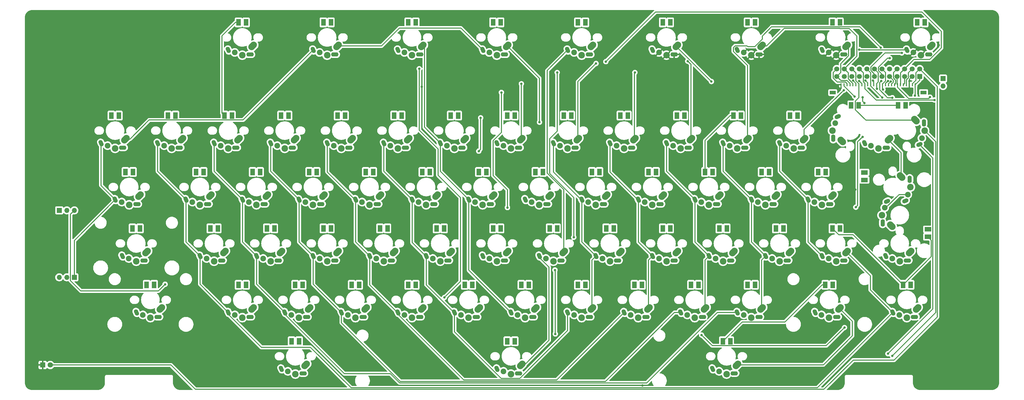
<source format=gbr>
G04 #@! TF.GenerationSoftware,KiCad,Pcbnew,(6.0.10)*
G04 #@! TF.CreationDate,2023-01-14T18:43:17-08:00*
G04 #@! TF.ProjectId,AtariChocXE,41746172-6943-4686-9f63-58452e6b6963,11*
G04 #@! TF.SameCoordinates,Original*
G04 #@! TF.FileFunction,Copper,L2,Bot*
G04 #@! TF.FilePolarity,Positive*
%FSLAX46Y46*%
G04 Gerber Fmt 4.6, Leading zero omitted, Abs format (unit mm)*
G04 Created by KiCad (PCBNEW (6.0.10)) date 2023-01-14 18:43:17*
%MOMM*%
%LPD*%
G01*
G04 APERTURE LIST*
G04 Aperture macros list*
%AMRoundRect*
0 Rectangle with rounded corners*
0 $1 Rounding radius*
0 $2 $3 $4 $5 $6 $7 $8 $9 X,Y pos of 4 corners*
0 Add a 4 corners polygon primitive as box body*
4,1,4,$2,$3,$4,$5,$6,$7,$8,$9,$2,$3,0*
0 Add four circle primitives for the rounded corners*
1,1,$1+$1,$2,$3*
1,1,$1+$1,$4,$5*
1,1,$1+$1,$6,$7*
1,1,$1+$1,$8,$9*
0 Add four rect primitives between the rounded corners*
20,1,$1+$1,$2,$3,$4,$5,0*
20,1,$1+$1,$4,$5,$6,$7,0*
20,1,$1+$1,$6,$7,$8,$9,0*
20,1,$1+$1,$8,$9,$2,$3,0*%
%AMHorizOval*
0 Thick line with rounded ends*
0 $1 width*
0 $2 $3 position (X,Y) of the first rounded end (center of the circle)*
0 $4 $5 position (X,Y) of the second rounded end (center of the circle)*
0 Add line between two ends*
20,1,$1,$2,$3,$4,$5,0*
0 Add two circle primitives to create the rounded ends*
1,1,$1,$2,$3*
1,1,$1,$4,$5*%
G04 Aperture macros list end*
G04 #@! TA.AperFunction,ComponentPad*
%ADD10R,1.800000X1.800000*%
G04 #@! TD*
G04 #@! TA.AperFunction,ComponentPad*
%ADD11C,1.800000*%
G04 #@! TD*
G04 #@! TA.AperFunction,ComponentPad*
%ADD12HorizOval,2.200000X-0.353553X-0.353553X0.353553X0.353553X0*%
G04 #@! TD*
G04 #@! TA.AperFunction,ComponentPad*
%ADD13HorizOval,1.400000X-0.169047X0.362523X0.169047X-0.362523X0*%
G04 #@! TD*
G04 #@! TA.AperFunction,ComponentPad*
%ADD14C,1.900000*%
G04 #@! TD*
G04 #@! TA.AperFunction,ComponentPad*
%ADD15O,2.500000X1.400000*%
G04 #@! TD*
G04 #@! TA.AperFunction,ComponentPad*
%ADD16C,2.200000*%
G04 #@! TD*
G04 #@! TA.AperFunction,ComponentPad*
%ADD17R,1.500000X2.300000*%
G04 #@! TD*
G04 #@! TA.AperFunction,ComponentPad*
%ADD18R,2.300000X1.500000*%
G04 #@! TD*
G04 #@! TA.AperFunction,ComponentPad*
%ADD19HorizOval,1.400000X-0.362523X-0.169047X0.362523X0.169047X0*%
G04 #@! TD*
G04 #@! TA.AperFunction,ComponentPad*
%ADD20HorizOval,2.200000X0.353553X-0.353553X-0.353553X0.353553X0*%
G04 #@! TD*
G04 #@! TA.AperFunction,ComponentPad*
%ADD21O,1.400000X2.500000*%
G04 #@! TD*
G04 #@! TA.AperFunction,ComponentPad*
%ADD22HorizOval,2.200000X-0.353553X0.353553X0.353553X-0.353553X0*%
G04 #@! TD*
G04 #@! TA.AperFunction,ComponentPad*
%ADD23HorizOval,1.400000X0.362523X0.169047X-0.362523X-0.169047X0*%
G04 #@! TD*
G04 #@! TA.AperFunction,ComponentPad*
%ADD24R,1.700000X1.700000*%
G04 #@! TD*
G04 #@! TA.AperFunction,ComponentPad*
%ADD25O,1.700000X1.700000*%
G04 #@! TD*
G04 #@! TA.AperFunction,ComponentPad*
%ADD26RoundRect,0.250000X0.600000X-0.600000X0.600000X0.600000X-0.600000X0.600000X-0.600000X-0.600000X0*%
G04 #@! TD*
G04 #@! TA.AperFunction,ComponentPad*
%ADD27C,1.700000*%
G04 #@! TD*
G04 #@! TA.AperFunction,SMDPad,CuDef*
%ADD28R,0.400000X1.000000*%
G04 #@! TD*
G04 #@! TA.AperFunction,SMDPad,CuDef*
%ADD29R,2.000000X1.300000*%
G04 #@! TD*
G04 #@! TA.AperFunction,ViaPad*
%ADD30C,0.800000*%
G04 #@! TD*
G04 #@! TA.AperFunction,Conductor*
%ADD31C,0.304800*%
G04 #@! TD*
G04 APERTURE END LIST*
D10*
X29360000Y-143200000D03*
D11*
X31900000Y-143200000D03*
D12*
X90597500Y-105030000D03*
D13*
X82397500Y-106410000D03*
D14*
X84557500Y-107240000D03*
D15*
X89697500Y-107910000D03*
D16*
X87097500Y-108160000D03*
D17*
X88367500Y-97080000D03*
X85827500Y-97080000D03*
D13*
X168122500Y-125460000D03*
D12*
X176322500Y-124080000D03*
D16*
X172822500Y-127210000D03*
D14*
X170282500Y-126290000D03*
D15*
X175422500Y-126960000D03*
D17*
X174092500Y-116130000D03*
X171552500Y-116130000D03*
D12*
X138222500Y-124080000D03*
D13*
X130022500Y-125460000D03*
D14*
X132182500Y-126290000D03*
D15*
X137322500Y-126960000D03*
D16*
X134722500Y-127210000D03*
D17*
X135992500Y-116130000D03*
X133452500Y-116130000D03*
D13*
X225272500Y-125460000D03*
D12*
X233472500Y-124080000D03*
D16*
X229972500Y-127210000D03*
D14*
X227432500Y-126290000D03*
D15*
X232572500Y-126960000D03*
D17*
X231242500Y-116130000D03*
X228702500Y-116130000D03*
D12*
X321578750Y-105030000D03*
D13*
X313378750Y-106410000D03*
D14*
X315538750Y-107240000D03*
D16*
X318078750Y-108160000D03*
D15*
X320678750Y-107910000D03*
D18*
X327603750Y-97397500D03*
X327603750Y-99937500D03*
D12*
X117981875Y-143130000D03*
D13*
X109781875Y-144510000D03*
D15*
X117081875Y-146010000D03*
D14*
X111941875Y-145340000D03*
D16*
X114481875Y-146260000D03*
D17*
X115751875Y-135180000D03*
X113211875Y-135180000D03*
D12*
X128697500Y-105030000D03*
D13*
X120497500Y-106410000D03*
D16*
X125197500Y-108160000D03*
D14*
X122657500Y-107240000D03*
D15*
X127797500Y-107910000D03*
D17*
X126467500Y-97080000D03*
X123927500Y-97080000D03*
D12*
X147747500Y-105030000D03*
D13*
X139547500Y-106410000D03*
D15*
X146847500Y-107910000D03*
D14*
X141707500Y-107240000D03*
D16*
X144247500Y-108160000D03*
D17*
X145517500Y-97080000D03*
X142977500Y-97080000D03*
D13*
X158597500Y-106410000D03*
D12*
X166797500Y-105030000D03*
D14*
X160757500Y-107240000D03*
D16*
X163297500Y-108160000D03*
D15*
X165897500Y-107910000D03*
D17*
X164567500Y-97080000D03*
X162027500Y-97080000D03*
D12*
X185847500Y-105030000D03*
D13*
X177647500Y-106410000D03*
D15*
X184947500Y-107910000D03*
D14*
X179807500Y-107240000D03*
D16*
X182347500Y-108160000D03*
D17*
X183617500Y-97080000D03*
X181077500Y-97080000D03*
D13*
X206222500Y-36860000D03*
D12*
X214422500Y-35480000D03*
D16*
X210922500Y-38610000D03*
D15*
X213522500Y-38360000D03*
D14*
X208382500Y-37690000D03*
D17*
X212192500Y-27530000D03*
X209652500Y-27530000D03*
D13*
X315760000Y-125460000D03*
D12*
X323960000Y-124080000D03*
D16*
X320460000Y-127210000D03*
D14*
X317920000Y-126290000D03*
D15*
X323060000Y-126960000D03*
D17*
X321730000Y-116130000D03*
X319190000Y-116130000D03*
D12*
X204897500Y-105030000D03*
D13*
X196697500Y-106410000D03*
D14*
X198857500Y-107240000D03*
D15*
X203997500Y-107910000D03*
D16*
X201397500Y-108160000D03*
D17*
X202667500Y-97080000D03*
X200127500Y-97080000D03*
D12*
X223947500Y-105030000D03*
D13*
X215747500Y-106410000D03*
D15*
X223047500Y-107910000D03*
D14*
X217907500Y-107240000D03*
D16*
X220447500Y-108160000D03*
D17*
X221717500Y-97080000D03*
X219177500Y-97080000D03*
D12*
X242997500Y-105030000D03*
D13*
X234797500Y-106410000D03*
D14*
X236957500Y-107240000D03*
D16*
X239497500Y-108160000D03*
D15*
X242097500Y-107910000D03*
D17*
X240767500Y-97080000D03*
X238227500Y-97080000D03*
D13*
X60966250Y-125460000D03*
D12*
X69166250Y-124080000D03*
D16*
X65666250Y-127210000D03*
D15*
X68266250Y-126960000D03*
D14*
X63126250Y-126290000D03*
D17*
X66936250Y-116130000D03*
X64396250Y-116130000D03*
D13*
X206222500Y-125460000D03*
D12*
X214422500Y-124080000D03*
D14*
X208382500Y-126290000D03*
D15*
X213522500Y-126960000D03*
D16*
X210922500Y-127210000D03*
D17*
X212192500Y-116130000D03*
X209652500Y-116130000D03*
D12*
X195372500Y-124080000D03*
D13*
X187172500Y-125460000D03*
D16*
X191872500Y-127210000D03*
D14*
X189332500Y-126290000D03*
D15*
X194472500Y-126960000D03*
D17*
X193142500Y-116130000D03*
X190602500Y-116130000D03*
D13*
X291960000Y-36860000D03*
D12*
X300160000Y-35480000D03*
D15*
X299260000Y-38360000D03*
D16*
X296660000Y-38610000D03*
D14*
X294120000Y-37690000D03*
D17*
X297930000Y-27530000D03*
X295390000Y-27530000D03*
D12*
X252522500Y-124080000D03*
D13*
X244322500Y-125460000D03*
D15*
X251622500Y-126960000D03*
D16*
X249022500Y-127210000D03*
D14*
X246482500Y-126290000D03*
D17*
X250292500Y-116130000D03*
X247752500Y-116130000D03*
D13*
X272897500Y-106410000D03*
D12*
X281097500Y-105030000D03*
D14*
X275057500Y-107240000D03*
D15*
X280197500Y-107910000D03*
D16*
X277597500Y-108160000D03*
D17*
X278867500Y-97080000D03*
X276327500Y-97080000D03*
D13*
X289566250Y-125460000D03*
D12*
X297766250Y-124080000D03*
D16*
X294266250Y-127210000D03*
D14*
X291726250Y-126290000D03*
D15*
X296866250Y-126960000D03*
D17*
X295536250Y-116130000D03*
X292996250Y-116130000D03*
D13*
X101447500Y-106410000D03*
D12*
X109647500Y-105030000D03*
D16*
X106147500Y-108160000D03*
D14*
X103607500Y-107240000D03*
D15*
X108747500Y-107910000D03*
D17*
X107417500Y-97080000D03*
X104877500Y-97080000D03*
D13*
X263372500Y-36860000D03*
D12*
X271572500Y-35480000D03*
D16*
X268072500Y-38610000D03*
D15*
X270672500Y-38360000D03*
D14*
X265532500Y-37690000D03*
D17*
X269342500Y-27530000D03*
X266802500Y-27530000D03*
D12*
X262047500Y-105030000D03*
D13*
X253847500Y-106410000D03*
D15*
X261147500Y-107910000D03*
D16*
X258547500Y-108160000D03*
D14*
X256007500Y-107240000D03*
D17*
X259817500Y-97080000D03*
X257277500Y-97080000D03*
D12*
X271572500Y-124080000D03*
D13*
X263372500Y-125460000D03*
D14*
X265532500Y-126290000D03*
D15*
X270672500Y-126960000D03*
D16*
X268072500Y-127210000D03*
D17*
X269342500Y-116130000D03*
X266802500Y-116130000D03*
D13*
X182410000Y-144510000D03*
D12*
X190610000Y-143130000D03*
D14*
X184570000Y-145340000D03*
D15*
X189710000Y-146010000D03*
D16*
X187110000Y-146260000D03*
D17*
X188380000Y-135180000D03*
X185840000Y-135180000D03*
D12*
X242997500Y-35480000D03*
D13*
X234797500Y-36860000D03*
D15*
X242097500Y-38360000D03*
D14*
X236957500Y-37690000D03*
D16*
X239497500Y-38610000D03*
D17*
X240767500Y-27530000D03*
X238227500Y-27530000D03*
D13*
X149072500Y-125460000D03*
D12*
X157272500Y-124080000D03*
D14*
X151232500Y-126290000D03*
D16*
X153772500Y-127210000D03*
D15*
X156372500Y-126960000D03*
D17*
X155042500Y-116130000D03*
X152502500Y-116130000D03*
D13*
X110972500Y-125460000D03*
D12*
X119172500Y-124080000D03*
D15*
X118272500Y-126960000D03*
D14*
X113132500Y-126290000D03*
D16*
X115672500Y-127210000D03*
D17*
X116942500Y-116130000D03*
X114402500Y-116130000D03*
D13*
X91922500Y-125460000D03*
D12*
X100122500Y-124080000D03*
D15*
X99222500Y-126960000D03*
D14*
X94082500Y-126290000D03*
D16*
X96622500Y-127210000D03*
D17*
X97892500Y-116130000D03*
X95352500Y-116130000D03*
D13*
X96685000Y-87360000D03*
D12*
X104885000Y-85980000D03*
D15*
X103985000Y-88860000D03*
D14*
X98845000Y-88190000D03*
D16*
X101385000Y-89110000D03*
D17*
X102655000Y-78030000D03*
X100115000Y-78030000D03*
D13*
X172885000Y-87360000D03*
D12*
X181085000Y-85980000D03*
D16*
X177585000Y-89110000D03*
D14*
X175045000Y-88190000D03*
D15*
X180185000Y-88860000D03*
D17*
X178855000Y-78030000D03*
X176315000Y-78030000D03*
D12*
X162035000Y-85980000D03*
D13*
X153835000Y-87360000D03*
D14*
X155995000Y-88190000D03*
D15*
X161135000Y-88860000D03*
D16*
X158535000Y-89110000D03*
D17*
X159805000Y-78030000D03*
X157265000Y-78030000D03*
D12*
X200135000Y-85980000D03*
D13*
X191935000Y-87360000D03*
D14*
X194095000Y-88190000D03*
D16*
X196635000Y-89110000D03*
D15*
X199235000Y-88860000D03*
D17*
X197905000Y-78030000D03*
X195365000Y-78030000D03*
D19*
X319947500Y-87810000D03*
D20*
X318567500Y-79610000D03*
D14*
X320777500Y-85650000D03*
D21*
X321447500Y-80510000D03*
D16*
X321697500Y-83110000D03*
D18*
X306172500Y-78188750D03*
X306172500Y-80728750D03*
D12*
X257285000Y-85980000D03*
D13*
X249085000Y-87360000D03*
D14*
X251245000Y-88190000D03*
D16*
X253785000Y-89110000D03*
D15*
X256385000Y-88860000D03*
D17*
X255055000Y-78030000D03*
X252515000Y-78030000D03*
D12*
X85835000Y-85980000D03*
D13*
X77635000Y-87360000D03*
D16*
X82335000Y-89110000D03*
D14*
X79795000Y-88190000D03*
D15*
X84935000Y-88860000D03*
D17*
X83605000Y-78030000D03*
X81065000Y-78030000D03*
D12*
X219185000Y-85980000D03*
D13*
X210985000Y-87360000D03*
D15*
X218285000Y-88860000D03*
D16*
X215685000Y-89110000D03*
D14*
X213145000Y-88190000D03*
D17*
X216955000Y-78030000D03*
X214415000Y-78030000D03*
D13*
X287185000Y-87360000D03*
D12*
X295385000Y-85980000D03*
D16*
X291885000Y-89110000D03*
D14*
X289345000Y-88190000D03*
D15*
X294485000Y-88860000D03*
D17*
X293155000Y-78030000D03*
X290615000Y-78030000D03*
D13*
X268135000Y-87360000D03*
D12*
X276335000Y-85980000D03*
D16*
X272835000Y-89110000D03*
D15*
X275435000Y-88860000D03*
D14*
X270295000Y-88190000D03*
D17*
X274105000Y-78030000D03*
X271565000Y-78030000D03*
D13*
X134785000Y-87360000D03*
D12*
X142985000Y-85980000D03*
D15*
X142085000Y-88860000D03*
D14*
X136945000Y-88190000D03*
D16*
X139485000Y-89110000D03*
D17*
X140755000Y-78030000D03*
X138215000Y-78030000D03*
D13*
X115735000Y-87360000D03*
D12*
X123935000Y-85980000D03*
D14*
X117895000Y-88190000D03*
D15*
X123035000Y-88860000D03*
D16*
X120435000Y-89110000D03*
D17*
X121705000Y-78030000D03*
X119165000Y-78030000D03*
D12*
X238235000Y-85980000D03*
D13*
X230035000Y-87360000D03*
D15*
X237335000Y-88860000D03*
D14*
X232195000Y-88190000D03*
D16*
X234735000Y-89110000D03*
D17*
X236005000Y-78030000D03*
X233465000Y-78030000D03*
D13*
X49060000Y-68310000D03*
D12*
X57260000Y-66930000D03*
D14*
X51220000Y-69140000D03*
D16*
X53760000Y-70060000D03*
D15*
X56360000Y-69810000D03*
D17*
X55030000Y-58980000D03*
X52490000Y-58980000D03*
D13*
X201460000Y-68310000D03*
D12*
X209660000Y-66930000D03*
D14*
X203620000Y-69140000D03*
D16*
X206160000Y-70060000D03*
D15*
X208760000Y-69810000D03*
D17*
X207430000Y-58980000D03*
X204890000Y-58980000D03*
D13*
X163360000Y-68310000D03*
D12*
X171560000Y-66930000D03*
D15*
X170660000Y-69810000D03*
D16*
X168060000Y-70060000D03*
D14*
X165520000Y-69140000D03*
D17*
X169330000Y-58980000D03*
X166790000Y-58980000D03*
D12*
X228710000Y-66930000D03*
D13*
X220510000Y-68310000D03*
D16*
X225210000Y-70060000D03*
D15*
X227810000Y-69810000D03*
D14*
X222670000Y-69140000D03*
D17*
X226480000Y-58980000D03*
X223940000Y-58980000D03*
D12*
X247760000Y-66930000D03*
D13*
X239560000Y-68310000D03*
D14*
X241720000Y-69140000D03*
D15*
X246860000Y-69810000D03*
D16*
X244260000Y-70060000D03*
D17*
X245530000Y-58980000D03*
X242990000Y-58980000D03*
D13*
X144310000Y-68310000D03*
D12*
X152510000Y-66930000D03*
D14*
X146470000Y-69140000D03*
D16*
X149010000Y-70060000D03*
D15*
X151610000Y-69810000D03*
D17*
X150280000Y-58980000D03*
X147740000Y-58980000D03*
D22*
X298540000Y-67560000D03*
D23*
X297160000Y-59360000D03*
D16*
X295410000Y-64060000D03*
D21*
X295660000Y-66660000D03*
D14*
X296330000Y-61520000D03*
D17*
X301722571Y-55556974D03*
X304262571Y-55556974D03*
D12*
X114410000Y-66930000D03*
D13*
X106210000Y-68310000D03*
D15*
X113510000Y-69810000D03*
D14*
X108370000Y-69140000D03*
D16*
X110910000Y-70060000D03*
D17*
X112180000Y-58980000D03*
X109640000Y-58980000D03*
D13*
X277660000Y-68310000D03*
D12*
X285860000Y-66930000D03*
D14*
X279820000Y-69140000D03*
D16*
X282360000Y-70060000D03*
D15*
X284960000Y-69810000D03*
D17*
X283630000Y-58980000D03*
X281090000Y-58980000D03*
D12*
X133460000Y-66930000D03*
D13*
X125260000Y-68310000D03*
D15*
X132560000Y-69810000D03*
D14*
X127420000Y-69140000D03*
D16*
X129960000Y-70060000D03*
D17*
X131230000Y-58980000D03*
X128690000Y-58980000D03*
D12*
X76310000Y-66930000D03*
D13*
X68110000Y-68310000D03*
D16*
X72810000Y-70060000D03*
D14*
X70270000Y-69140000D03*
D15*
X75410000Y-69810000D03*
D17*
X74080000Y-58980000D03*
X71540000Y-58980000D03*
D12*
X266810000Y-66930000D03*
D13*
X258610000Y-68310000D03*
D14*
X260770000Y-69140000D03*
D16*
X263310000Y-70060000D03*
D15*
X265910000Y-69810000D03*
D17*
X264580000Y-58980000D03*
X262040000Y-58980000D03*
D19*
X324710000Y-68760000D03*
D20*
X323330000Y-60560000D03*
D14*
X325540000Y-66600000D03*
D16*
X326460000Y-64060000D03*
D21*
X326210000Y-61460000D03*
D17*
X320017991Y-55530861D03*
X317477991Y-55530861D03*
D12*
X95360000Y-66930000D03*
D13*
X87160000Y-68310000D03*
D15*
X94460000Y-69810000D03*
D16*
X91860000Y-70060000D03*
D14*
X89320000Y-69140000D03*
D17*
X93130000Y-58980000D03*
X90590000Y-58980000D03*
D13*
X182410000Y-68310000D03*
D12*
X190610000Y-66930000D03*
D16*
X187110000Y-70060000D03*
D14*
X184570000Y-69140000D03*
D15*
X189710000Y-69810000D03*
D17*
X188380000Y-58980000D03*
X185840000Y-58980000D03*
D12*
X62022500Y-85980000D03*
D13*
X53822500Y-87360000D03*
D16*
X58522500Y-89110000D03*
D14*
X55982500Y-88190000D03*
D15*
X61122500Y-88860000D03*
D17*
X59792500Y-78030000D03*
X57252500Y-78030000D03*
D13*
X291947500Y-106410000D03*
D12*
X300147500Y-105030000D03*
D16*
X296647500Y-108160000D03*
D14*
X294107500Y-107240000D03*
D15*
X299247500Y-107910000D03*
D17*
X297917500Y-97080000D03*
X295377500Y-97080000D03*
D12*
X100122500Y-35480000D03*
D13*
X91922500Y-36860000D03*
D16*
X96622500Y-38610000D03*
D14*
X94082500Y-37690000D03*
D15*
X99222500Y-38360000D03*
D17*
X97892500Y-27530000D03*
X95352500Y-27530000D03*
D12*
X128697500Y-35480000D03*
D13*
X120497500Y-36860000D03*
D15*
X127797500Y-38360000D03*
D16*
X125197500Y-38610000D03*
D14*
X122657500Y-37690000D03*
D17*
X126467500Y-27530000D03*
X123927500Y-27530000D03*
D13*
X149072500Y-36860000D03*
D12*
X157272500Y-35480000D03*
D15*
X156372500Y-38360000D03*
D16*
X153772500Y-38610000D03*
D14*
X151232500Y-37690000D03*
D17*
X155042500Y-27530000D03*
X152502500Y-27530000D03*
D12*
X185847500Y-35480000D03*
D13*
X177647500Y-36860000D03*
D14*
X179807500Y-37690000D03*
D16*
X182347500Y-38610000D03*
D15*
X184947500Y-38360000D03*
D17*
X183617500Y-27530000D03*
X181077500Y-27530000D03*
D24*
X40029000Y-113590000D03*
D25*
X37489000Y-113590000D03*
X34949000Y-113590000D03*
D24*
X34964000Y-90984000D03*
D25*
X37504000Y-90984000D03*
X40044000Y-90984000D03*
D13*
X320522500Y-36860000D03*
D12*
X328722500Y-35480000D03*
D16*
X325222500Y-38610000D03*
D14*
X322682500Y-37690000D03*
D15*
X327822500Y-38360000D03*
D17*
X326492500Y-27530000D03*
X323952500Y-27530000D03*
D24*
X332683000Y-46477000D03*
D25*
X332683000Y-49017000D03*
D13*
X306235000Y-68310000D03*
D12*
X314435000Y-66930000D03*
D15*
X313535000Y-69810000D03*
D16*
X310935000Y-70060000D03*
D14*
X308395000Y-69140000D03*
D12*
X64403750Y-105030000D03*
D13*
X56203750Y-106410000D03*
D14*
X58363750Y-107240000D03*
D16*
X60903750Y-108160000D03*
D15*
X63503750Y-107910000D03*
D17*
X62173750Y-97080000D03*
X59633750Y-97080000D03*
D22*
X315208750Y-96135000D03*
D23*
X313828750Y-87935000D03*
D21*
X312328750Y-95235000D03*
D16*
X312078750Y-92635000D03*
D14*
X312998750Y-90095000D03*
D12*
X263238125Y-143130000D03*
D13*
X255038125Y-144510000D03*
D16*
X259738125Y-146260000D03*
D14*
X257198125Y-145340000D03*
D15*
X262338125Y-146010000D03*
D17*
X261008125Y-135180000D03*
X258468125Y-135180000D03*
D26*
X324778000Y-45772000D03*
D27*
X324778000Y-43232000D03*
X322238000Y-45772000D03*
X322238000Y-43232000D03*
X319698000Y-45772000D03*
X319698000Y-43232000D03*
X317158000Y-45772000D03*
X317158000Y-43232000D03*
X314618000Y-45772000D03*
X314618000Y-43232000D03*
X312078000Y-45772000D03*
X312078000Y-43232000D03*
X309538000Y-45772000D03*
X309538000Y-43232000D03*
X306998000Y-45772000D03*
X306998000Y-43232000D03*
X304458000Y-45772000D03*
X304458000Y-43232000D03*
X301918000Y-45772000D03*
X301918000Y-43232000D03*
X299378000Y-45772000D03*
X299378000Y-43232000D03*
X296838000Y-45772000D03*
X296838000Y-43232000D03*
D28*
X323308000Y-48552000D03*
X322308000Y-48552000D03*
X321308000Y-48552000D03*
X320308000Y-48552000D03*
X319308000Y-48552000D03*
X318308000Y-48552000D03*
X317308000Y-48552000D03*
X316308000Y-48552000D03*
X315308000Y-48552000D03*
X314308000Y-48552000D03*
X313308000Y-48552000D03*
X312308000Y-48552000D03*
X311308000Y-48552000D03*
X310308000Y-48552000D03*
X309308000Y-48552000D03*
X308308000Y-48552000D03*
X307308000Y-48552000D03*
X306308000Y-48552000D03*
X305308000Y-48552000D03*
X304308000Y-48552000D03*
X303308000Y-48552000D03*
X302308000Y-48552000D03*
X301308000Y-48552000D03*
X300308000Y-48552000D03*
X299308000Y-48552000D03*
X298308000Y-48552000D03*
D29*
X326108000Y-51252000D03*
X295508000Y-51252000D03*
D30*
X315595000Y-50546000D03*
X299212000Y-52959000D03*
X310007000Y-114681000D03*
X305435000Y-34163000D03*
X283083000Y-87503000D03*
X148463000Y-132715000D03*
X278892000Y-116205000D03*
X291084000Y-67310000D03*
X91694000Y-115951000D03*
X214630000Y-30226000D03*
X219583000Y-121285000D03*
X206883000Y-119253000D03*
X198247000Y-34925000D03*
X276860000Y-126492000D03*
X205359000Y-75057000D03*
X309118000Y-124968000D03*
X243459000Y-86868000D03*
X233807000Y-65913000D03*
X322326000Y-67945000D03*
X272161000Y-64897000D03*
X285750000Y-31877000D03*
X327152000Y-69215000D03*
X267081000Y-103632000D03*
X331216000Y-35179000D03*
X157099000Y-49276000D03*
X175895000Y-93980000D03*
X332740000Y-54356000D03*
X288671000Y-94234000D03*
X238506000Y-121793000D03*
X279781000Y-121539000D03*
X276225000Y-30861000D03*
X228600000Y-94107000D03*
X133604000Y-103886000D03*
X281940000Y-25781000D03*
X46228000Y-76708000D03*
X114173000Y-94107000D03*
X328295000Y-42799000D03*
X117983000Y-138557000D03*
X110109000Y-86614000D03*
X262636000Y-87376000D03*
X143256000Y-113284000D03*
X224409000Y-84963000D03*
X214884000Y-65278000D03*
X206502000Y-93980000D03*
X129286000Y-93853000D03*
X129032000Y-75057000D03*
X155194000Y-144272000D03*
X332105000Y-60960000D03*
X247015000Y-94107000D03*
X257556000Y-114554000D03*
X316738000Y-110871000D03*
X329438000Y-55626000D03*
X62611000Y-80772000D03*
X307467000Y-38735000D03*
X282575000Y-139827000D03*
X310642000Y-37973000D03*
X321310000Y-50673000D03*
X309499000Y-89027000D03*
X312547000Y-78232000D03*
X329438000Y-45339000D03*
X326263000Y-72644000D03*
X228473000Y-32766000D03*
X319913000Y-72771000D03*
X171704000Y-103124000D03*
X325882000Y-58674000D03*
X52959000Y-110363000D03*
X91186000Y-86995000D03*
X152781000Y-103378000D03*
X124206000Y-112903000D03*
X209931000Y-103124000D03*
X285877000Y-53467000D03*
X167259000Y-75057000D03*
X243332000Y-75184000D03*
X110744000Y-26035000D03*
X313944000Y-41402000D03*
X145034000Y-30734000D03*
X302641000Y-35052000D03*
X239014000Y-139700000D03*
X100838000Y-64770000D03*
X72898000Y-104267000D03*
X295656000Y-79248000D03*
X306197000Y-144526000D03*
X307848000Y-98679000D03*
X168275000Y-25654000D03*
X257556000Y-121412000D03*
X330708000Y-47752000D03*
X148336000Y-86233000D03*
X114808000Y-103886000D03*
X264287000Y-75692000D03*
X110109000Y-75057000D03*
X300355000Y-100457000D03*
X191135000Y-107950000D03*
X197739000Y-25527000D03*
X157607000Y-70358000D03*
X78994000Y-94107000D03*
X304419000Y-121412000D03*
X46736000Y-103124000D03*
X153289000Y-61468000D03*
X311785000Y-25400000D03*
X302641000Y-72644000D03*
X168656000Y-107315000D03*
X129159000Y-86233000D03*
X257683000Y-128016000D03*
X111760000Y-36830000D03*
X283083000Y-76073000D03*
X272034000Y-53467000D03*
X251968000Y-25146000D03*
X315976000Y-70993000D03*
X231394000Y-150114000D03*
X225298000Y-24765000D03*
X69977000Y-87122000D03*
X163957000Y-114554000D03*
X152146000Y-94107000D03*
X286512000Y-107188000D03*
X140081000Y-38481000D03*
X228854000Y-103632000D03*
X70612000Y-76327000D03*
X317246000Y-67564000D03*
X243713000Y-131826000D03*
X148209000Y-75057000D03*
X137287000Y-32004000D03*
X219329000Y-139446000D03*
X299974000Y-30734000D03*
X171704000Y-94996000D03*
X250698000Y-32131000D03*
X219075000Y-113284000D03*
X164592000Y-134366000D03*
X119634000Y-66040000D03*
X198501000Y-112776000D03*
X100330000Y-30226000D03*
X92964000Y-80645000D03*
X224155000Y-75057000D03*
X191008000Y-103124000D03*
X81407000Y-64770000D03*
X202565000Y-66294000D03*
X310515000Y-136906000D03*
X248031000Y-103759000D03*
X74549000Y-119253000D03*
X212979000Y-93980000D03*
X296926000Y-69723000D03*
X309499000Y-31877000D03*
X271907000Y-93980000D03*
X90424000Y-74930000D03*
X178816000Y-64389000D03*
X190246000Y-91567000D03*
X138303000Y-25400000D03*
X168783000Y-37846000D03*
X124079000Y-147447000D03*
X62357000Y-67691000D03*
X238633000Y-113157000D03*
X252984000Y-64008000D03*
X167513000Y-88900000D03*
X88392000Y-119507000D03*
X308102000Y-50292000D03*
X183896000Y-66421000D03*
X162052000Y-81026000D03*
X328041000Y-50165000D03*
X105283000Y-113157000D03*
X138938000Y-65278000D03*
X187960000Y-83185000D03*
X95250000Y-93980000D03*
X94742000Y-147447000D03*
X303149000Y-83947000D03*
X323215000Y-52197000D03*
X302895000Y-52578000D03*
X304408900Y-36703000D03*
X254635000Y-47498000D03*
X302372538Y-47148389D03*
X314134500Y-139382500D03*
X304416897Y-47297549D03*
X190627000Y-48260000D03*
X201930000Y-111125000D03*
X329819000Y-53721000D03*
X70612000Y-115951000D03*
X251333000Y-133096000D03*
X299466000Y-130556000D03*
X202057000Y-132715000D03*
X306547500Y-47149717D03*
X299212000Y-50419000D03*
X312166000Y-52910183D03*
X196723000Y-61234300D03*
X185928000Y-90043000D03*
X309059900Y-47140383D03*
X183896000Y-51181000D03*
X176276000Y-70993000D03*
X176911000Y-59752100D03*
X310388000Y-49911000D03*
X315595000Y-52959000D03*
X311824000Y-47296000D03*
X318770000Y-37846000D03*
X306197000Y-54805074D03*
X312420000Y-50165000D03*
X303276000Y-89916000D03*
X305562000Y-52832000D03*
X305562000Y-66167000D03*
X314110000Y-47296000D03*
X311658000Y-36068000D03*
X314706000Y-39624000D03*
X246673826Y-40600174D03*
X315097159Y-47452597D03*
X228854000Y-44450000D03*
X215773000Y-41400500D03*
X208280000Y-100076000D03*
X328282320Y-52765028D03*
X202692000Y-44450000D03*
X164719000Y-120396000D03*
X156210000Y-43180000D03*
X219075000Y-40767000D03*
X315595000Y-140081000D03*
D31*
X321308000Y-46702000D02*
X321308000Y-48552000D01*
X322238000Y-45772000D02*
X321308000Y-46702000D01*
X322308000Y-48252000D02*
X323508000Y-47052000D01*
X316166500Y-141541500D02*
X302450500Y-141541500D01*
X292575899Y-151416101D02*
X80804101Y-151416101D01*
X324778000Y-43232000D02*
X330708000Y-49162000D01*
X330708000Y-127000000D02*
X316166500Y-141541500D01*
X330708000Y-49162000D02*
X330708000Y-127000000D01*
X302450500Y-141541500D02*
X292575899Y-151416101D01*
X323508000Y-44502000D02*
X324778000Y-43232000D01*
X323508000Y-47052000D02*
X323508000Y-44502000D01*
X72588000Y-143200000D02*
X31900000Y-143200000D01*
X80804101Y-151416101D02*
X72588000Y-143200000D01*
X328730051Y-106589949D02*
X328730051Y-101063801D01*
X319190000Y-116130000D02*
X328730051Y-106589949D01*
X304262571Y-55556974D02*
X317451878Y-55556974D01*
X279441978Y-128662400D02*
X291974378Y-116130000D01*
X302321551Y-99261551D02*
X319190000Y-116130000D01*
X291974378Y-116130000D02*
X292996250Y-116130000D01*
X260933000Y-58980000D02*
X262040000Y-58980000D01*
X252515000Y-67398000D02*
X260933000Y-58980000D01*
X89790100Y-58180100D02*
X89790100Y-32070528D01*
X295377500Y-97080000D02*
X297559051Y-99261551D01*
X252515000Y-78030000D02*
X252515000Y-67398000D01*
X89790100Y-32070528D02*
X94330628Y-27530000D01*
X258468125Y-135180000D02*
X264985725Y-128662400D01*
X264985725Y-128662400D02*
X279441978Y-128662400D01*
X328730051Y-101063801D02*
X327603750Y-99937500D01*
X94330628Y-27530000D02*
X95352500Y-27530000D01*
X297559051Y-99261551D02*
X302321551Y-99261551D01*
X90590000Y-58980000D02*
X89790100Y-58180100D01*
X323215000Y-52197000D02*
X323308000Y-52104000D01*
X323308000Y-48552000D02*
X324778000Y-47082000D01*
X302895000Y-52578000D02*
X299308000Y-48991000D01*
X299308000Y-48991000D02*
X299308000Y-48552000D01*
X323308000Y-52104000D02*
X323308000Y-48552000D01*
X324778000Y-47082000D02*
X324778000Y-45772000D01*
X299781600Y-47699600D02*
X300308000Y-48226000D01*
X296838000Y-43232000D02*
X295635600Y-44434400D01*
X295635600Y-46270051D02*
X297065149Y-47699600D01*
X295635600Y-44434400D02*
X295635600Y-46270051D01*
X304408900Y-36703000D02*
X304565900Y-36860000D01*
X297065149Y-47699600D02*
X299781600Y-47699600D01*
X304565900Y-36860000D02*
X320522500Y-36860000D01*
X296838000Y-45772000D02*
X298175600Y-44434400D01*
X300862400Y-38795918D02*
X300862400Y-36182400D01*
X300355600Y-47194800D02*
X301308000Y-48147200D01*
X301308000Y-48147200D02*
X301308000Y-48552000D01*
X300862400Y-36182400D02*
X300160000Y-35480000D01*
X298260800Y-47194800D02*
X300355600Y-47194800D01*
X298175600Y-44434400D02*
X298175600Y-41482718D01*
X296838000Y-45772000D02*
X298260800Y-47194800D01*
X298175600Y-41482718D02*
X300862400Y-38795918D01*
X273257000Y-35480000D02*
X279154401Y-29582599D01*
X297913991Y-29582599D02*
X297932196Y-29600804D01*
X299378000Y-43232000D02*
X300715600Y-44569600D01*
X279154401Y-29582599D02*
X297913991Y-29582599D01*
X301126804Y-29600804D02*
X303657000Y-32131000D01*
X300715600Y-44569600D02*
X300715600Y-46554800D01*
X302308000Y-48147200D02*
X302308000Y-48552000D01*
X297932196Y-29600804D02*
X301126804Y-29600804D01*
X271572500Y-35480000D02*
X273257000Y-35480000D01*
X300715600Y-46554800D02*
X302308000Y-48147200D01*
X303657000Y-38953000D02*
X299378000Y-43232000D01*
X303657000Y-32131000D02*
X303657000Y-38953000D01*
X254635000Y-47498000D02*
X242997500Y-35860500D01*
X303308000Y-48552000D02*
X303308000Y-48083851D01*
X303308000Y-48083851D02*
X302372538Y-47148389D01*
X292353000Y-143130000D02*
X302133000Y-133350000D01*
X304308000Y-48552000D02*
X304308000Y-52906745D01*
X324710000Y-68760000D02*
X329234851Y-73284851D01*
X303255600Y-44569600D02*
X301918000Y-43232000D01*
X304308000Y-52906745D02*
X303149000Y-54065745D01*
X302133000Y-133350000D02*
X302133000Y-128446750D01*
X304308000Y-48252000D02*
X303255600Y-47199600D01*
X303149000Y-54065745D02*
X303149000Y-57023000D01*
X329234851Y-124282149D02*
X314134500Y-139382500D01*
X303255600Y-47199600D02*
X303255600Y-44569600D01*
X302133000Y-128446750D02*
X297766250Y-124080000D01*
X263238125Y-143130000D02*
X292353000Y-143130000D01*
X303149000Y-57023000D02*
X306686000Y-60560000D01*
X306686000Y-60560000D02*
X323330000Y-60560000D01*
X329234851Y-73284851D02*
X329234851Y-124282149D01*
X305308000Y-48552000D02*
X305308000Y-48188652D01*
X172885000Y-111172500D02*
X172885000Y-87360000D01*
X172885000Y-87360000D02*
X163360000Y-77835000D01*
X163360000Y-77835000D02*
X163360000Y-68310000D01*
X157974900Y-62924900D02*
X157974900Y-36182400D01*
X187172500Y-125460000D02*
X172885000Y-111172500D01*
X163360000Y-68310000D02*
X157974900Y-62924900D01*
X190627000Y-48260000D02*
X190610000Y-48277000D01*
X190610000Y-48277000D02*
X190610000Y-66930000D01*
X305308000Y-48188652D02*
X304416897Y-47297549D01*
X157974900Y-36182400D02*
X157272500Y-35480000D01*
X329819000Y-53721000D02*
X310119800Y-53721000D01*
X305795600Y-47617600D02*
X306308000Y-48130000D01*
X306308000Y-49909200D02*
X306308000Y-48552000D01*
X310119800Y-53721000D02*
X306308000Y-49909200D01*
X202057000Y-132715000D02*
X202057000Y-111252000D01*
X202057000Y-111252000D02*
X201930000Y-111125000D01*
X299466000Y-130556000D02*
X293339600Y-136682400D01*
X70612000Y-115951000D02*
X68380401Y-118182599D01*
X68380401Y-118182599D02*
X42216799Y-118182599D01*
X38735000Y-92293000D02*
X40044000Y-90984000D01*
X304458000Y-43232000D02*
X305795600Y-44569600D01*
X306308000Y-48130000D02*
X306308000Y-48552000D01*
X42216799Y-118182599D02*
X38735000Y-114700800D01*
X305795600Y-44569600D02*
X305795600Y-47617600D01*
X38735000Y-114700800D02*
X38735000Y-92293000D01*
X293339600Y-136682400D02*
X254919400Y-136682400D01*
X254919400Y-136682400D02*
X251333000Y-133096000D01*
X308192651Y-113075151D02*
X300147500Y-105030000D01*
X287185000Y-87360000D02*
X277660000Y-77835000D01*
X68110000Y-77835000D02*
X77635000Y-87360000D01*
X315760000Y-125460000D02*
X308192651Y-117892651D01*
X307308000Y-48552000D02*
X307308000Y-47910217D01*
X68110000Y-68310000D02*
X68110000Y-77835000D01*
X77635000Y-101647500D02*
X82397500Y-106410000D01*
X91922500Y-126102277D02*
X103052822Y-137232599D01*
X299212000Y-50419000D02*
X295624950Y-54006050D01*
X307308000Y-47910217D02*
X306547500Y-47149717D01*
X82397500Y-106410000D02*
X82397500Y-115935000D01*
X285860000Y-63706100D02*
X295560050Y-54006050D01*
X285860000Y-66930000D02*
X285860000Y-63706100D01*
X277660000Y-77835000D02*
X277660000Y-68310000D01*
X77635000Y-87360000D02*
X77635000Y-101647500D01*
X291947500Y-106410000D02*
X287185000Y-101647500D01*
X308192651Y-117892651D02*
X308192651Y-113075151D01*
X119579599Y-137232599D02*
X133258301Y-150911301D01*
X287185000Y-101647500D02*
X287185000Y-87360000D01*
X290308699Y-150911301D02*
X315760000Y-125460000D01*
X82397500Y-115935000D02*
X91922500Y-125460000D01*
X133258301Y-150911301D02*
X290308699Y-150911301D01*
X295624950Y-54006050D02*
X295560050Y-54006050D01*
X103052822Y-137232599D02*
X119579599Y-137232599D01*
X65247600Y-60482400D02*
X58800000Y-66930000D01*
X143530628Y-35480000D02*
X149546628Y-29464000D01*
X318567500Y-71552500D02*
X318567500Y-79610000D01*
X149546628Y-29464000D02*
X170251500Y-29464000D01*
X40029000Y-113590000D02*
X40029000Y-101153500D01*
X58800000Y-66930000D02*
X57260000Y-66930000D01*
X196723000Y-46355500D02*
X196723000Y-61234300D01*
X308308000Y-44542000D02*
X308308000Y-48552000D01*
X128697500Y-35480000D02*
X143530628Y-35480000D01*
X120497500Y-36860000D02*
X96875100Y-60482400D01*
X170251500Y-29464000D02*
X177647500Y-36860000D01*
X185847500Y-35480000D02*
X196723000Y-46355500D01*
X49060000Y-82597500D02*
X53822500Y-87360000D01*
X306998000Y-43232000D02*
X308308000Y-44542000D01*
X40029000Y-101153500D02*
X53822500Y-87360000D01*
X96875100Y-60482400D02*
X65247600Y-60482400D01*
X49060000Y-68310000D02*
X49060000Y-82597500D01*
X308308000Y-48552000D02*
X308308000Y-49052183D01*
X308308000Y-49052183D02*
X312166000Y-52910183D01*
X314435000Y-67420000D02*
X318567500Y-71552500D01*
X185928000Y-84081128D02*
X185928000Y-90043000D01*
X183896000Y-51181000D02*
X183896000Y-64683019D01*
X183896000Y-64683019D02*
X181102927Y-67476092D01*
X181102927Y-79256055D02*
X185928000Y-84081128D01*
X309308000Y-48552000D02*
X309308000Y-47388483D01*
X309308000Y-47388483D02*
X309059900Y-47140383D01*
X181102927Y-67476092D02*
X181102927Y-79256055D01*
X310808000Y-47699600D02*
X310308000Y-48199600D01*
X310308000Y-49831000D02*
X310388000Y-49911000D01*
X309538000Y-43232000D02*
X310808000Y-44502000D01*
X176911000Y-70358000D02*
X176276000Y-70993000D01*
X310808000Y-44502000D02*
X310808000Y-47699600D01*
X310308000Y-48199600D02*
X310308000Y-48552000D01*
X310308000Y-48552000D02*
X310308000Y-49831000D01*
X176911000Y-59752100D02*
X176911000Y-70358000D01*
X308335600Y-42598749D02*
X308335600Y-43794600D01*
X313944000Y-52959000D02*
X311308000Y-50323000D01*
X318770000Y-37846000D02*
X313088349Y-37846000D01*
X315595000Y-52959000D02*
X313944000Y-52959000D01*
X311308000Y-47812000D02*
X311824000Y-47296000D01*
X311308000Y-50323000D02*
X311308000Y-48552000D01*
X313088349Y-37846000D02*
X308335600Y-42598749D01*
X311308000Y-48552000D02*
X311308000Y-47812000D01*
X308335600Y-43794600D02*
X309538000Y-44997000D01*
X309538000Y-44997000D02*
X309538000Y-45772000D01*
X312078000Y-43232000D02*
X313280400Y-44434400D01*
X312308000Y-50053000D02*
X312420000Y-50165000D01*
X305562000Y-52832000D02*
X305562000Y-54170074D01*
X303901400Y-89290600D02*
X303276000Y-89916000D01*
X305562000Y-54170074D02*
X306197000Y-54805074D01*
X305562000Y-66167000D02*
X303901400Y-67827600D01*
X312308000Y-48552000D02*
X312308000Y-50053000D01*
X313280400Y-44434400D02*
X313280400Y-47363600D01*
X303901400Y-67827600D02*
X303901400Y-89290600D01*
X313280400Y-47363600D02*
X312308000Y-48336000D01*
X269276892Y-35687000D02*
X271780000Y-33183892D01*
X310875600Y-42692400D02*
X310875600Y-43855704D01*
X266868108Y-35687000D02*
X269276892Y-35687000D01*
X266810000Y-66930000D02*
X266810000Y-42100387D01*
X262065427Y-37355814D02*
X262065427Y-36026092D01*
X268135000Y-87360000D02*
X258610000Y-77835000D01*
X310875600Y-43855704D02*
X312078000Y-45058104D01*
X268135000Y-101647500D02*
X268135000Y-87360000D01*
X258610000Y-77835000D02*
X258610000Y-68310000D01*
X110972500Y-126102277D02*
X130988922Y-146118699D01*
X101447500Y-115935000D02*
X101447500Y-106410000D01*
X266614108Y-35433000D02*
X266868108Y-35687000D01*
X313308000Y-48552000D02*
X313308000Y-48098000D01*
X271572500Y-124080000D02*
X271572500Y-107735000D01*
X313944000Y-39624000D02*
X310875600Y-42692400D01*
X304622400Y-29032400D02*
X311658000Y-36068000D01*
X110972500Y-125460000D02*
X101447500Y-115935000D01*
X256647000Y-125460000D02*
X263372500Y-125460000D01*
X271780000Y-32131000D02*
X274878600Y-29032400D01*
X146515460Y-146118699D02*
X149623561Y-149226800D01*
X271572500Y-107735000D02*
X272897500Y-106410000D01*
X149623561Y-149226800D02*
X232880200Y-149226800D01*
X272897500Y-106410000D02*
X268135000Y-101647500D01*
X266810000Y-42100387D02*
X262065427Y-37355814D01*
X271780000Y-33183892D02*
X271780000Y-32131000D01*
X87160000Y-77835000D02*
X96685000Y-87360000D01*
X274878600Y-29032400D02*
X304622400Y-29032400D01*
X232880200Y-149226800D02*
X256647000Y-125460000D01*
X314706000Y-39624000D02*
X313944000Y-39624000D01*
X262658519Y-35433000D02*
X266614108Y-35433000D01*
X262065427Y-36026092D02*
X262658519Y-35433000D01*
X96685000Y-101647500D02*
X101447500Y-106410000D01*
X87160000Y-68310000D02*
X87160000Y-77835000D01*
X96685000Y-87360000D02*
X96685000Y-101647500D01*
X313308000Y-48098000D02*
X314110000Y-47296000D01*
X130988922Y-146118699D02*
X146515460Y-146118699D01*
X312078000Y-45058104D02*
X312078000Y-45772000D01*
X218938657Y-148722000D02*
X242200657Y-125460000D01*
X120497500Y-106410000D02*
X120497500Y-115935000D01*
X120497500Y-115935000D02*
X130022500Y-125460000D01*
X149832657Y-148722000D02*
X218938657Y-148722000D01*
X314308000Y-48241756D02*
X315097159Y-47452597D01*
X247760000Y-41686348D02*
X247760000Y-66930000D01*
X249085000Y-101647500D02*
X249085000Y-87360000D01*
X252522500Y-107735000D02*
X253847500Y-106410000D01*
X106210000Y-68310000D02*
X106210000Y-77835000D01*
X115735000Y-87360000D02*
X115735000Y-101647500D01*
X239560000Y-77835000D02*
X239560000Y-68310000D01*
X130022500Y-125460000D02*
X130022500Y-128911843D01*
X130022500Y-128911843D02*
X149832657Y-148722000D01*
X242200657Y-125460000D02*
X244322500Y-125460000D01*
X249085000Y-87360000D02*
X239560000Y-77835000D01*
X106210000Y-77835000D02*
X115735000Y-87360000D01*
X115735000Y-101647500D02*
X120497500Y-106410000D01*
X246673826Y-40600174D02*
X247760000Y-41686348D01*
X252522500Y-124080000D02*
X252522500Y-107735000D01*
X253847500Y-106410000D02*
X249085000Y-101647500D01*
X229841524Y-87360000D02*
X220510000Y-78028476D01*
X171187423Y-148217200D02*
X202515300Y-148217200D01*
X233472500Y-107735000D02*
X234797500Y-106410000D01*
X134785000Y-101647500D02*
X139547500Y-106410000D01*
X230035000Y-101647500D02*
X230035000Y-87360000D01*
X233472500Y-124080000D02*
X233472500Y-107735000D01*
X149072500Y-126102277D02*
X171187423Y-148217200D01*
X202515300Y-148217200D02*
X225272500Y-125460000D01*
X228854000Y-44450000D02*
X228710000Y-44594000D01*
X148879024Y-125460000D02*
X139547500Y-116128476D01*
X134785000Y-87360000D02*
X134785000Y-101647500D01*
X315888000Y-47725811D02*
X315888000Y-47042000D01*
X125260000Y-78028476D02*
X125260000Y-68310000D01*
X139547500Y-116128476D02*
X139547500Y-106410000D01*
X315308000Y-48305811D02*
X315888000Y-47725811D01*
X134591524Y-87360000D02*
X125260000Y-78028476D01*
X220510000Y-78028476D02*
X220510000Y-68310000D01*
X315888000Y-47042000D02*
X314618000Y-45772000D01*
X228710000Y-44594000D02*
X228710000Y-66930000D01*
X234797500Y-106410000D02*
X230035000Y-101647500D01*
X153835000Y-87360000D02*
X144310000Y-77835000D01*
X209660000Y-47513500D02*
X209660000Y-66930000D01*
X144310000Y-77835000D02*
X144310000Y-68310000D01*
X215747500Y-106410000D02*
X210985000Y-101647500D01*
X317158000Y-43232000D02*
X315955600Y-44434400D01*
X315955600Y-44434400D02*
X315955600Y-46347600D01*
X167929024Y-125460000D02*
X158597500Y-116128476D01*
X190071600Y-147712400D02*
X206222500Y-131561500D01*
X214422500Y-124080000D02*
X214422500Y-107735000D01*
X210985000Y-101647500D02*
X210985000Y-87360000D01*
X168122500Y-125460000D02*
X168122500Y-132025387D01*
X315958800Y-46347600D02*
X315955600Y-46347600D01*
X206222500Y-131561500D02*
X206222500Y-125460000D01*
X201460000Y-78028476D02*
X201460000Y-68310000D01*
X153835000Y-101840976D02*
X153835000Y-87360000D01*
X316653200Y-47042000D02*
X315958800Y-46347600D01*
X183809513Y-147712400D02*
X190071600Y-147712400D01*
X210791524Y-87360000D02*
X201460000Y-78028476D01*
X158597500Y-116128476D02*
X158597500Y-106410000D01*
X214422500Y-107735000D02*
X215747500Y-106410000D01*
X158404024Y-106410000D02*
X153835000Y-101840976D01*
X168122500Y-132025387D02*
X183809513Y-147712400D01*
X316308000Y-48552000D02*
X316653200Y-48206800D01*
X316653200Y-48206800D02*
X316653200Y-47042000D01*
X215773000Y-41400500D02*
X209660000Y-47513500D01*
X317158000Y-45772000D02*
X317158000Y-48402000D01*
X327834348Y-53213000D02*
X321056000Y-53213000D01*
X208280000Y-86669232D02*
X200152927Y-78542159D01*
X200152927Y-78542159D02*
X200152927Y-66778945D01*
X208280000Y-100076000D02*
X208280000Y-86669232D01*
X321056000Y-53213000D02*
X317308000Y-49465000D01*
X202692000Y-64239872D02*
X202692000Y-44450000D01*
X200152927Y-66778945D02*
X202692000Y-64239872D01*
X317308000Y-49465000D02*
X317308000Y-48552000D01*
X317158000Y-48402000D02*
X317308000Y-48552000D01*
X328282320Y-52765028D02*
X327834348Y-53213000D01*
X319698000Y-43232000D02*
X322867600Y-40062400D01*
X162560000Y-70238128D02*
X156210000Y-63888128D01*
X170129900Y-114985100D02*
X170129900Y-86690900D01*
X164719000Y-120396000D02*
X170129900Y-114985100D01*
X162560000Y-79121000D02*
X162560000Y-70238128D01*
X328158418Y-40062400D02*
X332105000Y-36115818D01*
X325579900Y-24012600D02*
X235829400Y-24012600D01*
X332105000Y-36115818D02*
X332105000Y-30537700D01*
X319698000Y-43232000D02*
X318360400Y-44569600D01*
X235829400Y-24012600D02*
X219075000Y-40767000D01*
X318360400Y-44569600D02*
X318360400Y-48499600D01*
X322867600Y-40062400D02*
X328158418Y-40062400D01*
X170129900Y-86690900D02*
X162560000Y-79121000D01*
X156210000Y-63888128D02*
X156210000Y-43180000D01*
X332105000Y-30537700D02*
X325579900Y-24012600D01*
X319698000Y-45772000D02*
X319698000Y-48162000D01*
X319698000Y-48162000D02*
X319308000Y-48552000D01*
X199945100Y-110169472D02*
X196697500Y-106921872D01*
X320968000Y-46280000D02*
X320308000Y-46940000D01*
X320968000Y-44502000D02*
X320968000Y-46280000D01*
X206222500Y-36860000D02*
X199327600Y-43754900D01*
X322238000Y-43232000D02*
X320968000Y-44502000D01*
X199327600Y-43754900D02*
X199327600Y-78430728D01*
X191661247Y-143130000D02*
X199945100Y-134846147D01*
X199945100Y-134846147D02*
X199945100Y-110169472D01*
X199327600Y-78430728D02*
X204897500Y-84000628D01*
X204897500Y-84000628D02*
X204897500Y-105030000D01*
X320308000Y-46940000D02*
X320308000Y-48552000D01*
X317826432Y-85650000D02*
X320777500Y-85650000D01*
X313381432Y-90095000D02*
X317826432Y-85650000D01*
X330203200Y-67803200D02*
X330203200Y-125472800D01*
X326460000Y-64060000D02*
X330203200Y-67803200D01*
X330203200Y-125472800D02*
X315595000Y-140081000D01*
G04 #@! TA.AperFunction,Conductor*
G36*
X235302778Y-23388502D02*
G01*
X235349271Y-23442158D01*
X235359375Y-23512432D01*
X235329881Y-23577012D01*
X235323752Y-23583595D01*
X219085752Y-39821595D01*
X219023440Y-39855621D01*
X218996657Y-39858500D01*
X218979513Y-39858500D01*
X218973061Y-39859872D01*
X218973056Y-39859872D01*
X218886113Y-39878353D01*
X218792712Y-39898206D01*
X218786682Y-39900891D01*
X218786681Y-39900891D01*
X218624278Y-39973197D01*
X218624276Y-39973198D01*
X218618248Y-39975882D01*
X218612907Y-39979762D01*
X218612906Y-39979763D01*
X218591169Y-39995556D01*
X218463747Y-40088134D01*
X218459326Y-40093044D01*
X218459325Y-40093045D01*
X218359424Y-40203997D01*
X218335960Y-40230056D01*
X218240473Y-40395444D01*
X218181458Y-40577072D01*
X218161496Y-40767000D01*
X218181458Y-40956928D01*
X218240473Y-41138556D01*
X218335960Y-41303944D01*
X218340378Y-41308851D01*
X218340379Y-41308852D01*
X218459289Y-41440915D01*
X218463747Y-41445866D01*
X218618248Y-41558118D01*
X218624276Y-41560802D01*
X218624278Y-41560803D01*
X218755459Y-41619208D01*
X218792712Y-41635794D01*
X218883365Y-41655063D01*
X218973056Y-41674128D01*
X218973061Y-41674128D01*
X218979513Y-41675500D01*
X219170487Y-41675500D01*
X219176939Y-41674128D01*
X219176944Y-41674128D01*
X219266635Y-41655063D01*
X219357288Y-41635794D01*
X219394541Y-41619208D01*
X219525722Y-41560803D01*
X219525724Y-41560802D01*
X219531752Y-41558118D01*
X219686253Y-41445866D01*
X219690711Y-41440915D01*
X219809621Y-41308852D01*
X219809622Y-41308851D01*
X219814040Y-41303944D01*
X219909527Y-41138556D01*
X219968542Y-40956928D01*
X219981356Y-40835007D01*
X220008369Y-40769351D01*
X220017571Y-40759083D01*
X220861264Y-39915390D01*
X238556940Y-39915390D01*
X238562667Y-39923040D01*
X238761006Y-40044583D01*
X238769800Y-40049064D01*
X238994491Y-40142134D01*
X239003876Y-40145183D01*
X239240363Y-40201959D01*
X239250110Y-40203502D01*
X239492570Y-40222584D01*
X239502430Y-40222584D01*
X239744890Y-40203502D01*
X239754637Y-40201959D01*
X239991124Y-40145183D01*
X240000509Y-40142134D01*
X240225200Y-40049064D01*
X240233994Y-40044583D01*
X240428667Y-39925287D01*
X240438127Y-39914830D01*
X240434344Y-39906054D01*
X239510312Y-38982022D01*
X239496368Y-38974408D01*
X239494535Y-38974539D01*
X239487920Y-38978790D01*
X238563700Y-39903010D01*
X238556940Y-39915390D01*
X220861264Y-39915390D01*
X221887754Y-38888900D01*
X236123858Y-38888900D01*
X236127161Y-38893560D01*
X236320899Y-39006771D01*
X236330186Y-39011221D01*
X236544506Y-39093062D01*
X236554408Y-39095939D01*
X236779199Y-39141673D01*
X236789451Y-39142896D01*
X237018702Y-39151302D01*
X237028988Y-39150835D01*
X237256543Y-39121684D01*
X237266629Y-39119541D01*
X237486364Y-39053617D01*
X237495959Y-39049856D01*
X237701966Y-38948935D01*
X237710832Y-38943650D01*
X237740677Y-38922361D01*
X237807750Y-38899087D01*
X237876759Y-38915770D01*
X237925793Y-38967113D01*
X237936365Y-38995525D01*
X237962317Y-39103624D01*
X237965366Y-39113009D01*
X238058436Y-39337700D01*
X238062917Y-39346494D01*
X238182213Y-39541167D01*
X238192670Y-39550627D01*
X238201446Y-39546844D01*
X240431300Y-37316990D01*
X240438060Y-37304610D01*
X240432333Y-37296960D01*
X240233994Y-37175417D01*
X240225200Y-37170936D01*
X240000509Y-37077866D01*
X239991124Y-37074817D01*
X239754637Y-37018041D01*
X239744890Y-37016498D01*
X239502430Y-36997416D01*
X239492570Y-36997416D01*
X239250110Y-37016498D01*
X239240363Y-37018041D01*
X239003876Y-37074817D01*
X238994491Y-37077866D01*
X238769800Y-37170936D01*
X238761006Y-37175417D01*
X238553638Y-37302492D01*
X238543720Y-37309699D01*
X238476853Y-37333559D01*
X238407701Y-37317481D01*
X238358219Y-37266569D01*
X238347452Y-37238460D01*
X238343704Y-37223539D01*
X238340383Y-37213784D01*
X238248909Y-37003410D01*
X238244031Y-36994312D01*
X238162884Y-36868876D01*
X238152198Y-36859674D01*
X238142633Y-36864077D01*
X236131135Y-38875575D01*
X236123858Y-38888900D01*
X221887754Y-38888900D01*
X224321524Y-36455130D01*
X233415807Y-36455130D01*
X233416110Y-36460726D01*
X233416110Y-36460727D01*
X233418244Y-36500134D01*
X233427473Y-36670540D01*
X233428763Y-36675996D01*
X233428763Y-36675998D01*
X233472183Y-36859674D01*
X233477101Y-36880480D01*
X233497373Y-36931424D01*
X233684556Y-37332839D01*
X233875265Y-37741815D01*
X233894406Y-37782864D01*
X233975036Y-37921957D01*
X234114565Y-38086485D01*
X234281024Y-38223703D01*
X234285916Y-38226448D01*
X234285917Y-38226449D01*
X234375089Y-38276490D01*
X234469153Y-38329276D01*
X234474455Y-38331112D01*
X234667708Y-38398032D01*
X234667710Y-38398033D01*
X234673002Y-38399865D01*
X234886130Y-38433241D01*
X234891734Y-38433114D01*
X234891737Y-38433114D01*
X234989679Y-38430891D01*
X235101802Y-38428346D01*
X235107295Y-38427228D01*
X235107299Y-38427228D01*
X235307707Y-38386455D01*
X235307710Y-38386454D01*
X235313196Y-38385338D01*
X235318398Y-38383268D01*
X235318401Y-38383267D01*
X235504304Y-38309287D01*
X235574993Y-38302684D01*
X235638030Y-38335347D01*
X235658325Y-38360524D01*
X235751236Y-38512143D01*
X235761692Y-38521604D01*
X235770470Y-38517820D01*
X237782090Y-36506200D01*
X237789111Y-36493343D01*
X237781338Y-36482676D01*
X237771167Y-36474643D01*
X237762583Y-36468940D01*
X237561750Y-36358074D01*
X237552338Y-36353844D01*
X237336091Y-36277266D01*
X237326120Y-36274632D01*
X237100269Y-36234402D01*
X237090016Y-36233433D01*
X236860616Y-36230630D01*
X236850332Y-36231350D01*
X236623567Y-36266050D01*
X236613539Y-36268439D01*
X236395484Y-36339710D01*
X236385975Y-36343707D01*
X236182493Y-36449633D01*
X236173768Y-36455127D01*
X236126411Y-36490684D01*
X236059926Y-36515590D01*
X235990531Y-36500598D01*
X235940257Y-36450467D01*
X235936563Y-36443174D01*
X235882525Y-36327290D01*
X235700594Y-35937137D01*
X235696982Y-35930905D01*
X235636753Y-35827004D01*
X235619965Y-35798043D01*
X235598630Y-35772885D01*
X235484070Y-35637801D01*
X235480436Y-35633516D01*
X235313976Y-35496297D01*
X235125848Y-35390724D01*
X235077309Y-35373916D01*
X234927292Y-35321968D01*
X234927290Y-35321967D01*
X234921998Y-35320135D01*
X234916463Y-35319268D01*
X234916462Y-35319268D01*
X234714414Y-35287628D01*
X234714412Y-35287628D01*
X234708870Y-35286760D01*
X234703265Y-35286887D01*
X234703262Y-35286887D01*
X234591115Y-35289432D01*
X234493199Y-35291654D01*
X234281804Y-35334663D01*
X234276596Y-35336735D01*
X234276591Y-35336737D01*
X234170767Y-35378850D01*
X234081366Y-35414427D01*
X233898220Y-35528424D01*
X233894061Y-35532182D01*
X233894057Y-35532185D01*
X233742321Y-35669290D01*
X233742318Y-35669293D01*
X233738157Y-35673053D01*
X233734727Y-35677491D01*
X233734725Y-35677493D01*
X233609665Y-35839300D01*
X233609662Y-35839305D01*
X233606234Y-35843740D01*
X233603641Y-35848721D01*
X233512327Y-36024134D01*
X233506623Y-36035091D01*
X233442472Y-36241058D01*
X233415807Y-36455130D01*
X224321524Y-36455130D01*
X228233243Y-32543411D01*
X232555477Y-32543411D01*
X232564445Y-32782274D01*
X232565540Y-32787492D01*
X232596396Y-32934549D01*
X232613530Y-33016211D01*
X232701329Y-33238533D01*
X232825332Y-33442883D01*
X232828829Y-33446913D01*
X232954679Y-33591942D01*
X232981993Y-33623419D01*
X232986119Y-33626802D01*
X232986123Y-33626806D01*
X233047036Y-33676751D01*
X233166833Y-33774978D01*
X233171469Y-33777617D01*
X233171472Y-33777619D01*
X233247891Y-33821119D01*
X233374566Y-33893227D01*
X233599253Y-33974784D01*
X233604502Y-33975733D01*
X233604505Y-33975734D01*
X233830385Y-34016580D01*
X233830393Y-34016581D01*
X233834469Y-34017318D01*
X233852859Y-34018185D01*
X233858044Y-34018430D01*
X233858051Y-34018430D01*
X233859532Y-34018500D01*
X234427512Y-34018500D01*
X234605675Y-34003383D01*
X234610839Y-34002043D01*
X234610843Y-34002042D01*
X234831875Y-33944673D01*
X234831880Y-33944671D01*
X234837040Y-33943332D01*
X234865171Y-33930660D01*
X235050119Y-33847347D01*
X235050122Y-33847346D01*
X235054980Y-33845157D01*
X235060714Y-33841297D01*
X235164249Y-33771593D01*
X235253262Y-33711666D01*
X235426218Y-33546674D01*
X235568902Y-33354900D01*
X235583258Y-33326665D01*
X235674814Y-33146586D01*
X235674814Y-33146585D01*
X235677233Y-33141828D01*
X235725910Y-32985063D01*
X235746532Y-32918651D01*
X235746533Y-32918645D01*
X235748116Y-32913548D01*
X235779523Y-32676589D01*
X235770555Y-32437726D01*
X235741940Y-32301349D01*
X235722567Y-32209016D01*
X235722566Y-32209013D01*
X235721470Y-32203789D01*
X235633671Y-31981467D01*
X235509668Y-31777117D01*
X235471930Y-31733628D01*
X235356507Y-31600614D01*
X235356505Y-31600612D01*
X235353007Y-31596581D01*
X235348881Y-31593198D01*
X235348877Y-31593194D01*
X235172295Y-31448407D01*
X235168167Y-31445022D01*
X235163531Y-31442383D01*
X235163528Y-31442381D01*
X234965077Y-31329416D01*
X234960434Y-31326773D01*
X234735747Y-31245216D01*
X234730498Y-31244267D01*
X234730495Y-31244266D01*
X234504615Y-31203420D01*
X234504607Y-31203419D01*
X234500531Y-31202682D01*
X234482141Y-31201815D01*
X234476956Y-31201570D01*
X234476949Y-31201570D01*
X234475468Y-31201500D01*
X233907488Y-31201500D01*
X233729325Y-31216617D01*
X233724161Y-31217957D01*
X233724157Y-31217958D01*
X233503125Y-31275327D01*
X233503120Y-31275329D01*
X233497960Y-31276668D01*
X233493094Y-31278860D01*
X233284881Y-31372653D01*
X233284878Y-31372654D01*
X233280020Y-31374843D01*
X233275596Y-31377822D01*
X233275595Y-31377822D01*
X233246018Y-31397734D01*
X233081738Y-31508334D01*
X232908782Y-31673326D01*
X232766098Y-31865100D01*
X232763682Y-31869851D01*
X232763680Y-31869855D01*
X232679053Y-32036306D01*
X232657767Y-32078172D01*
X232622325Y-32192312D01*
X232588468Y-32301349D01*
X232588467Y-32301355D01*
X232586884Y-32306452D01*
X232555477Y-32543411D01*
X228233243Y-32543411D01*
X232048520Y-28728134D01*
X236969000Y-28728134D01*
X236975755Y-28790316D01*
X237026885Y-28926705D01*
X237114239Y-29043261D01*
X237230795Y-29130615D01*
X237367184Y-29181745D01*
X237429366Y-29188500D01*
X239025634Y-29188500D01*
X239087816Y-29181745D01*
X239224205Y-29130615D01*
X239340761Y-29043261D01*
X239361221Y-29015961D01*
X239396674Y-28968657D01*
X239453534Y-28926142D01*
X239524352Y-28921116D01*
X239586645Y-28955176D01*
X239598326Y-28968657D01*
X239633779Y-29015961D01*
X239654239Y-29043261D01*
X239770795Y-29130615D01*
X239907184Y-29181745D01*
X239969366Y-29188500D01*
X241565634Y-29188500D01*
X241627816Y-29181745D01*
X241764205Y-29130615D01*
X241880761Y-29043261D01*
X241968115Y-28926705D01*
X242019245Y-28790316D01*
X242026000Y-28728134D01*
X265544000Y-28728134D01*
X265550755Y-28790316D01*
X265601885Y-28926705D01*
X265689239Y-29043261D01*
X265805795Y-29130615D01*
X265942184Y-29181745D01*
X266004366Y-29188500D01*
X267600634Y-29188500D01*
X267662816Y-29181745D01*
X267799205Y-29130615D01*
X267915761Y-29043261D01*
X267936221Y-29015961D01*
X267971674Y-28968657D01*
X268028534Y-28926142D01*
X268099352Y-28921116D01*
X268161645Y-28955176D01*
X268173326Y-28968657D01*
X268208779Y-29015961D01*
X268229239Y-29043261D01*
X268345795Y-29130615D01*
X268482184Y-29181745D01*
X268544366Y-29188500D01*
X270140634Y-29188500D01*
X270202816Y-29181745D01*
X270339205Y-29130615D01*
X270455761Y-29043261D01*
X270543115Y-28926705D01*
X270594245Y-28790316D01*
X270601000Y-28728134D01*
X270601000Y-26331866D01*
X270594245Y-26269684D01*
X270543115Y-26133295D01*
X270455761Y-26016739D01*
X270339205Y-25929385D01*
X270202816Y-25878255D01*
X270140634Y-25871500D01*
X268544366Y-25871500D01*
X268482184Y-25878255D01*
X268345795Y-25929385D01*
X268229239Y-26016739D01*
X268223858Y-26023919D01*
X268223857Y-26023920D01*
X268173326Y-26091343D01*
X268116466Y-26133858D01*
X268045648Y-26138884D01*
X267983355Y-26104824D01*
X267971674Y-26091343D01*
X267921143Y-26023920D01*
X267921142Y-26023919D01*
X267915761Y-26016739D01*
X267799205Y-25929385D01*
X267662816Y-25878255D01*
X267600634Y-25871500D01*
X266004366Y-25871500D01*
X265942184Y-25878255D01*
X265805795Y-25929385D01*
X265689239Y-26016739D01*
X265601885Y-26133295D01*
X265550755Y-26269684D01*
X265544000Y-26331866D01*
X265544000Y-28728134D01*
X242026000Y-28728134D01*
X242026000Y-26331866D01*
X242019245Y-26269684D01*
X241968115Y-26133295D01*
X241880761Y-26016739D01*
X241764205Y-25929385D01*
X241627816Y-25878255D01*
X241565634Y-25871500D01*
X239969366Y-25871500D01*
X239907184Y-25878255D01*
X239770795Y-25929385D01*
X239654239Y-26016739D01*
X239648858Y-26023919D01*
X239648857Y-26023920D01*
X239598326Y-26091343D01*
X239541466Y-26133858D01*
X239470648Y-26138884D01*
X239408355Y-26104824D01*
X239396674Y-26091343D01*
X239346143Y-26023920D01*
X239346142Y-26023919D01*
X239340761Y-26016739D01*
X239224205Y-25929385D01*
X239087816Y-25878255D01*
X239025634Y-25871500D01*
X237429366Y-25871500D01*
X237367184Y-25878255D01*
X237230795Y-25929385D01*
X237114239Y-26016739D01*
X237026885Y-26133295D01*
X236975755Y-26269684D01*
X236969000Y-26331866D01*
X236969000Y-28728134D01*
X232048520Y-28728134D01*
X236066249Y-24710405D01*
X236128561Y-24676379D01*
X236155344Y-24673500D01*
X325253956Y-24673500D01*
X325322077Y-24693502D01*
X325343051Y-24710405D01*
X326289051Y-25656405D01*
X326323077Y-25718717D01*
X326318012Y-25789532D01*
X326275465Y-25846368D01*
X326208945Y-25871179D01*
X326199956Y-25871500D01*
X325694366Y-25871500D01*
X325632184Y-25878255D01*
X325495795Y-25929385D01*
X325379239Y-26016739D01*
X325373858Y-26023919D01*
X325373857Y-26023920D01*
X325323326Y-26091343D01*
X325266466Y-26133858D01*
X325195648Y-26138884D01*
X325133355Y-26104824D01*
X325121674Y-26091343D01*
X325071143Y-26023920D01*
X325071142Y-26023919D01*
X325065761Y-26016739D01*
X324949205Y-25929385D01*
X324812816Y-25878255D01*
X324750634Y-25871500D01*
X323154366Y-25871500D01*
X323092184Y-25878255D01*
X322955795Y-25929385D01*
X322839239Y-26016739D01*
X322751885Y-26133295D01*
X322700755Y-26269684D01*
X322694000Y-26331866D01*
X322694000Y-28728134D01*
X322700755Y-28790316D01*
X322751885Y-28926705D01*
X322839239Y-29043261D01*
X322955795Y-29130615D01*
X323092184Y-29181745D01*
X323154366Y-29188500D01*
X324750634Y-29188500D01*
X324812816Y-29181745D01*
X324949205Y-29130615D01*
X325065761Y-29043261D01*
X325086221Y-29015961D01*
X325121674Y-28968657D01*
X325178534Y-28926142D01*
X325249352Y-28921116D01*
X325311645Y-28955176D01*
X325323326Y-28968657D01*
X325358779Y-29015961D01*
X325379239Y-29043261D01*
X325495795Y-29130615D01*
X325632184Y-29181745D01*
X325694366Y-29188500D01*
X327290634Y-29188500D01*
X327352816Y-29181745D01*
X327489205Y-29130615D01*
X327605761Y-29043261D01*
X327693115Y-28926705D01*
X327744245Y-28790316D01*
X327751000Y-28728134D01*
X327751000Y-27422544D01*
X327771002Y-27354423D01*
X327824658Y-27307930D01*
X327894932Y-27297826D01*
X327959512Y-27327320D01*
X327966095Y-27333449D01*
X331407195Y-30774548D01*
X331441221Y-30836860D01*
X331444100Y-30863643D01*
X331444100Y-31182807D01*
X331424098Y-31250928D01*
X331370442Y-31297421D01*
X331300168Y-31307525D01*
X331275109Y-31301246D01*
X331136483Y-31250928D01*
X331120747Y-31245216D01*
X331115498Y-31244267D01*
X331115495Y-31244266D01*
X330889615Y-31203420D01*
X330889607Y-31203419D01*
X330885531Y-31202682D01*
X330867141Y-31201815D01*
X330861956Y-31201570D01*
X330861949Y-31201570D01*
X330860468Y-31201500D01*
X330292488Y-31201500D01*
X330114325Y-31216617D01*
X330109161Y-31217957D01*
X330109157Y-31217958D01*
X329888125Y-31275327D01*
X329888120Y-31275329D01*
X329882960Y-31276668D01*
X329878094Y-31278860D01*
X329669881Y-31372653D01*
X329669878Y-31372654D01*
X329665020Y-31374843D01*
X329660596Y-31377822D01*
X329660595Y-31377822D01*
X329631018Y-31397734D01*
X329466738Y-31508334D01*
X329293782Y-31673326D01*
X329151098Y-31865100D01*
X329148682Y-31869851D01*
X329148680Y-31869855D01*
X329064053Y-32036306D01*
X329042767Y-32078172D01*
X329007326Y-32192312D01*
X328973468Y-32301349D01*
X328973467Y-32301355D01*
X328971884Y-32306452D01*
X328940477Y-32543411D01*
X328949445Y-32782274D01*
X328950540Y-32787492D01*
X328981396Y-32934549D01*
X328998530Y-33016211D01*
X329086329Y-33238533D01*
X329113879Y-33283933D01*
X329138658Y-33324768D01*
X329156897Y-33393382D01*
X329135146Y-33460964D01*
X329080309Y-33506059D01*
X329040825Y-33515746D01*
X328916721Y-33525513D01*
X328823650Y-33532838D01*
X328818843Y-33533992D01*
X328818837Y-33533993D01*
X328662085Y-33571626D01*
X328577462Y-33591942D01*
X328391036Y-33669162D01*
X328320447Y-33676751D01*
X328256960Y-33644972D01*
X328220733Y-33583914D01*
X328221945Y-33517178D01*
X328278016Y-33326665D01*
X328338860Y-32981603D01*
X328339081Y-32978092D01*
X328360640Y-32635428D01*
X328360640Y-32635422D01*
X328360861Y-32631910D01*
X328351624Y-32443057D01*
X328343916Y-32285451D01*
X328343915Y-32285443D01*
X328343744Y-32281944D01*
X328312442Y-32088677D01*
X328288287Y-31939542D01*
X328288286Y-31939539D01*
X328287724Y-31936067D01*
X328271543Y-31878111D01*
X328247529Y-31792103D01*
X328193499Y-31598589D01*
X328192187Y-31595341D01*
X328192184Y-31595333D01*
X328063562Y-31276983D01*
X328063560Y-31276979D01*
X328062243Y-31273719D01*
X328046832Y-31245216D01*
X327955691Y-31076656D01*
X327895591Y-30965503D01*
X327695622Y-30677785D01*
X327668055Y-30646295D01*
X327467146Y-30416800D01*
X327464827Y-30414151D01*
X327206084Y-30177886D01*
X326922617Y-29971935D01*
X326884857Y-29950484D01*
X326799178Y-29901812D01*
X326617959Y-29798865D01*
X326371658Y-29693300D01*
X326299141Y-29662219D01*
X326299137Y-29662218D01*
X326295909Y-29660834D01*
X326171568Y-29623293D01*
X325963855Y-29560581D01*
X325963850Y-29560580D01*
X325960479Y-29559562D01*
X325811796Y-29532274D01*
X325619323Y-29496948D01*
X325619316Y-29496947D01*
X325615850Y-29496311D01*
X325426867Y-29483096D01*
X325334734Y-29476653D01*
X325334730Y-29476653D01*
X325332544Y-29476500D01*
X325134195Y-29476500D01*
X325132465Y-29476597D01*
X325132455Y-29476597D01*
X324977519Y-29485260D01*
X324872662Y-29491122D01*
X324869198Y-29491708D01*
X324869197Y-29491708D01*
X324530653Y-29548968D01*
X324530648Y-29548969D01*
X324527184Y-29549555D01*
X324190373Y-29646134D01*
X324151348Y-29662219D01*
X323869671Y-29778317D01*
X323869663Y-29778321D01*
X323866426Y-29779655D01*
X323559382Y-29948454D01*
X323355365Y-30092372D01*
X323305173Y-30127779D01*
X323273067Y-30150427D01*
X323270427Y-30152771D01*
X323015738Y-30378895D01*
X323011050Y-30383057D01*
X323008708Y-30385658D01*
X323008703Y-30385663D01*
X322903181Y-30502857D01*
X322776597Y-30643443D01*
X322774557Y-30646293D01*
X322774555Y-30646295D01*
X322656314Y-30811453D01*
X322572630Y-30928341D01*
X322401692Y-31234200D01*
X322265912Y-31557206D01*
X322264921Y-31560575D01*
X322264919Y-31560579D01*
X322239410Y-31647251D01*
X322166984Y-31893335D01*
X322106140Y-32238397D01*
X322105919Y-32241906D01*
X322105919Y-32241908D01*
X322084672Y-32579626D01*
X322084139Y-32588090D01*
X322086282Y-32631910D01*
X322100307Y-32918651D01*
X322101256Y-32938056D01*
X322101818Y-32941524D01*
X322101818Y-32941527D01*
X322149118Y-33233564D01*
X322157276Y-33283933D01*
X322251501Y-33621411D01*
X322252813Y-33624659D01*
X322252816Y-33624667D01*
X322380528Y-33940764D01*
X322382757Y-33946281D01*
X322384426Y-33949368D01*
X322384428Y-33949372D01*
X322421167Y-34017318D01*
X322549409Y-34254497D01*
X322749378Y-34542215D01*
X322751691Y-34544857D01*
X322751694Y-34544861D01*
X322907218Y-34722514D01*
X322980173Y-34805849D01*
X323238916Y-35042114D01*
X323522383Y-35248065D01*
X323525449Y-35249807D01*
X323525451Y-35249808D01*
X323573110Y-35276882D01*
X323827041Y-35421135D01*
X323874983Y-35441683D01*
X324145859Y-35557781D01*
X324145863Y-35557782D01*
X324149091Y-35559166D01*
X324203596Y-35575622D01*
X324481145Y-35659419D01*
X324481150Y-35659420D01*
X324484521Y-35660438D01*
X324577447Y-35677493D01*
X324825677Y-35723052D01*
X324825684Y-35723053D01*
X324829150Y-35723689D01*
X325018133Y-35736904D01*
X325110266Y-35743347D01*
X325110270Y-35743347D01*
X325112456Y-35743500D01*
X325310805Y-35743500D01*
X325312535Y-35743403D01*
X325312545Y-35743403D01*
X325467481Y-35734740D01*
X325572338Y-35728878D01*
X325601563Y-35723935D01*
X325914347Y-35671032D01*
X325914352Y-35671031D01*
X325917816Y-35670445D01*
X326254627Y-35573866D01*
X326372069Y-35525460D01*
X326575329Y-35441683D01*
X326575337Y-35441679D01*
X326578574Y-35440345D01*
X326581652Y-35438653D01*
X326581658Y-35438650D01*
X326594448Y-35431619D01*
X326663779Y-35416330D01*
X326730370Y-35440951D01*
X326773078Y-35497666D01*
X326777667Y-35571445D01*
X326776495Y-35576327D01*
X326776493Y-35576338D01*
X326775338Y-35581150D01*
X326755474Y-35833553D01*
X326775338Y-36085956D01*
X326776492Y-36090763D01*
X326776493Y-36090769D01*
X326809145Y-36226773D01*
X326834442Y-36332144D01*
X326836335Y-36336715D01*
X326836336Y-36336717D01*
X326910428Y-36515590D01*
X326931331Y-36566055D01*
X327063619Y-36781929D01*
X327112807Y-36839520D01*
X327209679Y-36952943D01*
X327238710Y-37017733D01*
X327228105Y-37087933D01*
X327181230Y-37141256D01*
X327125069Y-37160275D01*
X327063312Y-37165787D01*
X327052298Y-37167768D01*
X326855134Y-37221707D01*
X326844661Y-37225601D01*
X326660159Y-37313604D01*
X326650530Y-37319299D01*
X326484537Y-37438577D01*
X326476071Y-37445884D01*
X326445830Y-37477092D01*
X326438439Y-37491148D01*
X326438645Y-37493506D01*
X326442450Y-37499326D01*
X326478322Y-37535198D01*
X326512348Y-37597510D01*
X326507283Y-37668325D01*
X326478322Y-37713388D01*
X325311595Y-38880115D01*
X325249283Y-38914141D01*
X325178468Y-38909076D01*
X325133405Y-38880115D01*
X324952385Y-38699095D01*
X324918359Y-38636783D01*
X324923424Y-38565968D01*
X324952385Y-38520905D01*
X326156300Y-37316990D01*
X326163060Y-37304610D01*
X326157333Y-37296960D01*
X325958994Y-37175417D01*
X325950200Y-37170936D01*
X325725509Y-37077866D01*
X325716124Y-37074817D01*
X325479637Y-37018041D01*
X325469890Y-37016498D01*
X325227430Y-36997416D01*
X325217570Y-36997416D01*
X324975110Y-37016498D01*
X324965363Y-37018041D01*
X324728876Y-37074817D01*
X324719491Y-37077866D01*
X324494800Y-37170936D01*
X324486006Y-37175417D01*
X324278638Y-37302492D01*
X324268720Y-37309699D01*
X324201853Y-37333559D01*
X324132701Y-37317481D01*
X324083219Y-37266569D01*
X324072452Y-37238460D01*
X324068704Y-37223539D01*
X324065383Y-37213784D01*
X323973909Y-37003410D01*
X323969031Y-36994312D01*
X323887884Y-36868876D01*
X323877198Y-36859674D01*
X323867633Y-36864077D01*
X321856135Y-38875575D01*
X321848858Y-38888900D01*
X321852161Y-38893560D01*
X322045899Y-39006771D01*
X322055186Y-39011221D01*
X322269506Y-39093062D01*
X322279408Y-39095939D01*
X322504199Y-39141673D01*
X322514451Y-39142896D01*
X322743702Y-39151302D01*
X322753988Y-39150835D01*
X322981543Y-39121684D01*
X322991629Y-39119541D01*
X323211364Y-39053617D01*
X323220959Y-39049856D01*
X323426966Y-38948935D01*
X323435832Y-38943650D01*
X323465677Y-38922361D01*
X323532750Y-38899087D01*
X323601759Y-38915770D01*
X323650793Y-38967113D01*
X323661365Y-38995525D01*
X323687317Y-39103624D01*
X323690366Y-39113009D01*
X323737700Y-39227282D01*
X323745289Y-39297871D01*
X323713510Y-39361358D01*
X323652452Y-39397586D01*
X323621291Y-39401500D01*
X322894852Y-39401500D01*
X322886282Y-39401208D01*
X322840332Y-39398075D01*
X322840328Y-39398075D01*
X322832756Y-39397559D01*
X322825279Y-39398864D01*
X322825277Y-39398864D01*
X322798875Y-39403472D01*
X322774262Y-39407768D01*
X322767744Y-39408729D01*
X322754653Y-39410314D01*
X322716337Y-39414950D01*
X322716334Y-39414951D01*
X322708795Y-39415863D01*
X322701687Y-39418549D01*
X322694721Y-39420260D01*
X322689532Y-39421679D01*
X322682653Y-39423756D01*
X322675176Y-39425061D01*
X322668224Y-39428113D01*
X322668223Y-39428113D01*
X322620820Y-39448922D01*
X322614711Y-39451415D01*
X322566264Y-39469721D01*
X322566262Y-39469722D01*
X322559159Y-39472406D01*
X322552902Y-39476706D01*
X322546525Y-39480040D01*
X322541855Y-39482640D01*
X322535658Y-39486305D01*
X322528703Y-39489358D01*
X322522679Y-39493980D01*
X322522678Y-39493981D01*
X322481595Y-39525506D01*
X322476257Y-39529384D01*
X322433588Y-39558709D01*
X322433586Y-39558711D01*
X322427329Y-39563011D01*
X322422277Y-39568681D01*
X322422276Y-39568682D01*
X322388832Y-39606219D01*
X322383851Y-39611495D01*
X321234912Y-40760435D01*
X320122455Y-41872892D01*
X320060143Y-41906917D01*
X320011265Y-41907844D01*
X319963529Y-41899341D01*
X319831373Y-41875800D01*
X319831367Y-41875799D01*
X319826284Y-41874894D01*
X319752452Y-41873992D01*
X319608081Y-41872228D01*
X319608079Y-41872228D01*
X319602911Y-41872165D01*
X319382091Y-41905955D01*
X319169756Y-41975357D01*
X319139443Y-41991137D01*
X318996511Y-42065543D01*
X318971607Y-42078507D01*
X318967474Y-42081610D01*
X318967471Y-42081612D01*
X318803881Y-42204439D01*
X318792965Y-42212635D01*
X318638629Y-42374138D01*
X318531201Y-42531621D01*
X318476293Y-42576621D01*
X318405768Y-42584792D01*
X318342021Y-42553538D01*
X318321324Y-42529054D01*
X318240822Y-42404617D01*
X318240820Y-42404614D01*
X318238014Y-42400277D01*
X318087670Y-42235051D01*
X318083619Y-42231852D01*
X318083615Y-42231848D01*
X317916414Y-42099800D01*
X317916410Y-42099798D01*
X317912359Y-42096598D01*
X317907838Y-42094102D01*
X317907836Y-42094101D01*
X317834700Y-42053728D01*
X317716789Y-41988638D01*
X317711920Y-41986914D01*
X317711916Y-41986912D01*
X317511087Y-41915795D01*
X317511083Y-41915794D01*
X317506212Y-41914069D01*
X317501119Y-41913162D01*
X317501116Y-41913161D01*
X317291373Y-41875800D01*
X317291367Y-41875799D01*
X317286284Y-41874894D01*
X317212452Y-41873992D01*
X317068081Y-41872228D01*
X317068079Y-41872228D01*
X317062911Y-41872165D01*
X316842091Y-41905955D01*
X316629756Y-41975357D01*
X316599443Y-41991137D01*
X316456511Y-42065543D01*
X316431607Y-42078507D01*
X316427474Y-42081610D01*
X316427471Y-42081612D01*
X316263881Y-42204439D01*
X316252965Y-42212635D01*
X316098629Y-42374138D01*
X315991201Y-42531621D01*
X315936293Y-42576621D01*
X315865768Y-42584792D01*
X315802021Y-42553538D01*
X315781324Y-42529054D01*
X315700822Y-42404617D01*
X315700820Y-42404614D01*
X315698014Y-42400277D01*
X315547670Y-42235051D01*
X315543619Y-42231852D01*
X315543615Y-42231848D01*
X315376414Y-42099800D01*
X315376410Y-42099798D01*
X315372359Y-42096598D01*
X315367838Y-42094102D01*
X315367836Y-42094101D01*
X315294700Y-42053728D01*
X315176789Y-41988638D01*
X315171920Y-41986914D01*
X315171916Y-41986912D01*
X314971087Y-41915795D01*
X314971083Y-41915794D01*
X314966212Y-41914069D01*
X314961119Y-41913162D01*
X314961116Y-41913161D01*
X314751373Y-41875800D01*
X314751367Y-41875799D01*
X314746284Y-41874894D01*
X314672452Y-41873992D01*
X314528081Y-41872228D01*
X314528079Y-41872228D01*
X314522911Y-41872165D01*
X314302091Y-41905955D01*
X314089756Y-41975357D01*
X314059443Y-41991137D01*
X313916511Y-42065543D01*
X313891607Y-42078507D01*
X313887474Y-42081610D01*
X313887471Y-42081612D01*
X313723881Y-42204439D01*
X313712965Y-42212635D01*
X313558629Y-42374138D01*
X313451201Y-42531621D01*
X313396293Y-42576621D01*
X313325768Y-42584792D01*
X313262021Y-42553538D01*
X313241324Y-42529054D01*
X313160822Y-42404617D01*
X313160820Y-42404614D01*
X313158014Y-42400277D01*
X313007670Y-42235051D01*
X313003619Y-42231852D01*
X313003615Y-42231848D01*
X312836414Y-42099800D01*
X312836410Y-42099798D01*
X312832359Y-42096598D01*
X312827838Y-42094102D01*
X312827836Y-42094101D01*
X312754700Y-42053728D01*
X312704333Y-42025924D01*
X312654363Y-41975492D01*
X312639591Y-41906050D01*
X312664707Y-41839644D01*
X312676132Y-41826521D01*
X314079490Y-40423163D01*
X314141802Y-40389137D01*
X314212617Y-40394202D01*
X314242640Y-40410317D01*
X314249248Y-40415118D01*
X314255276Y-40417802D01*
X314255278Y-40417803D01*
X314267317Y-40423163D01*
X314423712Y-40492794D01*
X314517112Y-40512647D01*
X314604056Y-40531128D01*
X314604061Y-40531128D01*
X314610513Y-40532500D01*
X314801487Y-40532500D01*
X314807939Y-40531128D01*
X314807944Y-40531128D01*
X314894888Y-40512647D01*
X314988288Y-40492794D01*
X315144683Y-40423163D01*
X315156722Y-40417803D01*
X315156724Y-40417802D01*
X315162752Y-40415118D01*
X315181181Y-40401729D01*
X315256414Y-40347068D01*
X315317253Y-40302866D01*
X315445040Y-40160944D01*
X315540527Y-39995556D01*
X315599542Y-39813928D01*
X315600521Y-39804619D01*
X315618814Y-39630565D01*
X315619504Y-39624000D01*
X315604613Y-39482322D01*
X315600232Y-39440635D01*
X315600232Y-39440633D01*
X315599542Y-39434072D01*
X315540527Y-39252444D01*
X315517191Y-39212024D01*
X315482152Y-39151336D01*
X315445040Y-39087056D01*
X315420419Y-39059711D01*
X315321675Y-38950045D01*
X315321674Y-38950044D01*
X315317253Y-38945134D01*
X315179687Y-38845186D01*
X315168094Y-38836763D01*
X315168093Y-38836762D01*
X315162752Y-38832882D01*
X315156724Y-38830198D01*
X315156722Y-38830197D01*
X314994319Y-38757891D01*
X314994318Y-38757891D01*
X314988288Y-38755206D01*
X314981831Y-38753834D01*
X314978444Y-38752733D01*
X314919839Y-38712659D01*
X314892202Y-38647263D01*
X314904309Y-38577306D01*
X314952315Y-38525000D01*
X315017381Y-38506900D01*
X318093079Y-38506900D01*
X318161200Y-38526902D01*
X318167140Y-38530964D01*
X318286288Y-38617530D01*
X318313248Y-38637118D01*
X318319276Y-38639802D01*
X318319278Y-38639803D01*
X318452451Y-38699095D01*
X318487712Y-38714794D01*
X318567333Y-38731718D01*
X318668056Y-38753128D01*
X318668061Y-38753128D01*
X318674513Y-38754500D01*
X318865487Y-38754500D01*
X318871939Y-38753128D01*
X318871944Y-38753128D01*
X318972667Y-38731718D01*
X319052288Y-38714794D01*
X319087549Y-38699095D01*
X319220722Y-38639803D01*
X319220724Y-38639802D01*
X319226752Y-38637118D01*
X319253713Y-38617530D01*
X319324681Y-38565968D01*
X319381253Y-38524866D01*
X319392709Y-38512143D01*
X319504621Y-38387852D01*
X319504622Y-38387851D01*
X319509040Y-38382944D01*
X319604527Y-38217556D01*
X319630945Y-38136251D01*
X319671019Y-38077646D01*
X319736416Y-38050009D01*
X319806373Y-38062116D01*
X319837886Y-38084505D01*
X319839565Y-38086485D01*
X320006024Y-38223703D01*
X320010916Y-38226448D01*
X320010917Y-38226449D01*
X320100089Y-38276490D01*
X320194153Y-38329276D01*
X320199455Y-38331112D01*
X320392708Y-38398032D01*
X320392710Y-38398033D01*
X320398002Y-38399865D01*
X320611130Y-38433241D01*
X320616734Y-38433114D01*
X320616737Y-38433114D01*
X320714679Y-38430891D01*
X320826802Y-38428346D01*
X320832295Y-38427228D01*
X320832299Y-38427228D01*
X321032707Y-38386455D01*
X321032710Y-38386454D01*
X321038196Y-38385338D01*
X321043398Y-38383268D01*
X321043401Y-38383267D01*
X321229304Y-38309287D01*
X321299993Y-38302684D01*
X321363030Y-38335347D01*
X321383325Y-38360524D01*
X321476236Y-38512143D01*
X321486692Y-38521604D01*
X321495470Y-38517820D01*
X323507090Y-36506200D01*
X323514111Y-36493343D01*
X323506338Y-36482676D01*
X323496167Y-36474643D01*
X323487583Y-36468940D01*
X323286750Y-36358074D01*
X323277338Y-36353844D01*
X323061091Y-36277266D01*
X323051120Y-36274632D01*
X322825269Y-36234402D01*
X322815016Y-36233433D01*
X322585616Y-36230630D01*
X322575332Y-36231350D01*
X322348567Y-36266050D01*
X322338539Y-36268439D01*
X322120484Y-36339710D01*
X322110975Y-36343707D01*
X321907493Y-36449633D01*
X321898768Y-36455127D01*
X321851411Y-36490684D01*
X321784926Y-36515590D01*
X321715531Y-36500598D01*
X321665257Y-36450467D01*
X321661563Y-36443174D01*
X321607525Y-36327290D01*
X321425594Y-35937137D01*
X321421982Y-35930905D01*
X321361753Y-35827004D01*
X321344965Y-35798043D01*
X321323630Y-35772885D01*
X321209070Y-35637801D01*
X321205436Y-35633516D01*
X321038976Y-35496297D01*
X320850848Y-35390724D01*
X320802309Y-35373916D01*
X320652292Y-35321968D01*
X320652290Y-35321967D01*
X320646998Y-35320135D01*
X320641463Y-35319268D01*
X320641462Y-35319268D01*
X320439414Y-35287628D01*
X320439412Y-35287628D01*
X320433870Y-35286760D01*
X320428265Y-35286887D01*
X320428262Y-35286887D01*
X320316115Y-35289432D01*
X320218199Y-35291654D01*
X320006804Y-35334663D01*
X320001596Y-35336735D01*
X320001591Y-35336737D01*
X319895767Y-35378850D01*
X319806366Y-35414427D01*
X319623220Y-35528424D01*
X319619061Y-35532182D01*
X319619057Y-35532185D01*
X319467321Y-35669290D01*
X319467318Y-35669293D01*
X319463157Y-35673053D01*
X319459727Y-35677491D01*
X319459725Y-35677493D01*
X319334665Y-35839300D01*
X319334662Y-35839305D01*
X319331234Y-35843740D01*
X319328641Y-35848721D01*
X319237327Y-36024134D01*
X319231623Y-36035091D01*
X319208114Y-36110570D01*
X319168759Y-36169660D01*
X319103705Y-36198094D01*
X319087814Y-36199100D01*
X312696814Y-36199100D01*
X312628693Y-36179098D01*
X312582200Y-36125442D01*
X312570918Y-36073577D01*
X312571504Y-36068000D01*
X312557750Y-35937137D01*
X312552232Y-35884635D01*
X312552232Y-35884633D01*
X312551542Y-35878072D01*
X312492527Y-35696444D01*
X312483734Y-35681213D01*
X312425962Y-35581150D01*
X312397040Y-35531056D01*
X312392002Y-35525460D01*
X312273675Y-35394045D01*
X312273674Y-35394044D01*
X312269253Y-35389134D01*
X312114752Y-35276882D01*
X312108724Y-35274198D01*
X312108722Y-35274197D01*
X311946319Y-35201891D01*
X311946318Y-35201891D01*
X311940288Y-35199206D01*
X311846888Y-35179353D01*
X311759944Y-35160872D01*
X311759939Y-35160872D01*
X311753487Y-35159500D01*
X311736344Y-35159500D01*
X311668223Y-35139498D01*
X311647249Y-35122595D01*
X309068065Y-32543411D01*
X318280477Y-32543411D01*
X318289445Y-32782274D01*
X318290540Y-32787492D01*
X318321396Y-32934549D01*
X318338530Y-33016211D01*
X318426329Y-33238533D01*
X318550332Y-33442883D01*
X318553829Y-33446913D01*
X318679679Y-33591942D01*
X318706993Y-33623419D01*
X318711119Y-33626802D01*
X318711123Y-33626806D01*
X318772036Y-33676751D01*
X318891833Y-33774978D01*
X318896469Y-33777617D01*
X318896472Y-33777619D01*
X318972891Y-33821119D01*
X319099566Y-33893227D01*
X319324253Y-33974784D01*
X319329502Y-33975733D01*
X319329505Y-33975734D01*
X319555385Y-34016580D01*
X319555393Y-34016581D01*
X319559469Y-34017318D01*
X319577859Y-34018185D01*
X319583044Y-34018430D01*
X319583051Y-34018430D01*
X319584532Y-34018500D01*
X320152512Y-34018500D01*
X320330675Y-34003383D01*
X320335839Y-34002043D01*
X320335843Y-34002042D01*
X320556875Y-33944673D01*
X320556880Y-33944671D01*
X320562040Y-33943332D01*
X320590171Y-33930660D01*
X320775119Y-33847347D01*
X320775122Y-33847346D01*
X320779980Y-33845157D01*
X320785714Y-33841297D01*
X320889249Y-33771593D01*
X320978262Y-33711666D01*
X321151218Y-33546674D01*
X321293902Y-33354900D01*
X321308258Y-33326665D01*
X321399814Y-33146586D01*
X321399814Y-33146585D01*
X321402233Y-33141828D01*
X321450910Y-32985063D01*
X321471532Y-32918651D01*
X321471533Y-32918645D01*
X321473116Y-32913548D01*
X321504523Y-32676589D01*
X321495555Y-32437726D01*
X321466940Y-32301349D01*
X321447567Y-32209016D01*
X321447566Y-32209013D01*
X321446470Y-32203789D01*
X321358671Y-31981467D01*
X321234668Y-31777117D01*
X321196930Y-31733628D01*
X321081507Y-31600614D01*
X321081505Y-31600612D01*
X321078007Y-31596581D01*
X321073881Y-31593198D01*
X321073877Y-31593194D01*
X320897295Y-31448407D01*
X320893167Y-31445022D01*
X320888531Y-31442383D01*
X320888528Y-31442381D01*
X320690077Y-31329416D01*
X320685434Y-31326773D01*
X320460747Y-31245216D01*
X320455498Y-31244267D01*
X320455495Y-31244266D01*
X320229615Y-31203420D01*
X320229607Y-31203419D01*
X320225531Y-31202682D01*
X320207141Y-31201815D01*
X320201956Y-31201570D01*
X320201949Y-31201570D01*
X320200468Y-31201500D01*
X319632488Y-31201500D01*
X319454325Y-31216617D01*
X319449161Y-31217957D01*
X319449157Y-31217958D01*
X319228125Y-31275327D01*
X319228120Y-31275329D01*
X319222960Y-31276668D01*
X319218094Y-31278860D01*
X319009881Y-31372653D01*
X319009878Y-31372654D01*
X319005020Y-31374843D01*
X319000596Y-31377822D01*
X319000595Y-31377822D01*
X318971018Y-31397734D01*
X318806738Y-31508334D01*
X318633782Y-31673326D01*
X318491098Y-31865100D01*
X318488682Y-31869851D01*
X318488680Y-31869855D01*
X318404053Y-32036306D01*
X318382767Y-32078172D01*
X318347326Y-32192312D01*
X318313468Y-32301349D01*
X318313467Y-32301355D01*
X318311884Y-32306452D01*
X318280477Y-32543411D01*
X309068065Y-32543411D01*
X305109014Y-28584361D01*
X305103160Y-28578095D01*
X305067876Y-28537648D01*
X305019298Y-28503507D01*
X305014004Y-28499575D01*
X305013761Y-28499384D01*
X304967279Y-28462937D01*
X304960355Y-28459811D01*
X304954224Y-28456098D01*
X304949604Y-28453462D01*
X304943222Y-28450040D01*
X304937003Y-28445669D01*
X304881686Y-28424101D01*
X304875607Y-28421546D01*
X304869795Y-28418922D01*
X304821488Y-28397111D01*
X304814012Y-28395725D01*
X304807134Y-28393570D01*
X304802009Y-28392110D01*
X304795045Y-28390322D01*
X304787966Y-28387562D01*
X304780434Y-28386570D01*
X304780432Y-28386570D01*
X304755204Y-28383249D01*
X304729100Y-28379813D01*
X304722602Y-28378784D01*
X304664203Y-28367960D01*
X304656623Y-28368397D01*
X304656622Y-28368397D01*
X304606433Y-28371291D01*
X304599180Y-28371500D01*
X299314500Y-28371500D01*
X299246379Y-28351498D01*
X299199886Y-28297842D01*
X299188500Y-28245500D01*
X299188500Y-26331866D01*
X299181745Y-26269684D01*
X299130615Y-26133295D01*
X299043261Y-26016739D01*
X298926705Y-25929385D01*
X298790316Y-25878255D01*
X298728134Y-25871500D01*
X297131866Y-25871500D01*
X297069684Y-25878255D01*
X296933295Y-25929385D01*
X296816739Y-26016739D01*
X296811358Y-26023919D01*
X296811357Y-26023920D01*
X296760826Y-26091343D01*
X296703966Y-26133858D01*
X296633148Y-26138884D01*
X296570855Y-26104824D01*
X296559174Y-26091343D01*
X296508643Y-26023920D01*
X296508642Y-26023919D01*
X296503261Y-26016739D01*
X296386705Y-25929385D01*
X296250316Y-25878255D01*
X296188134Y-25871500D01*
X294591866Y-25871500D01*
X294529684Y-25878255D01*
X294393295Y-25929385D01*
X294276739Y-26016739D01*
X294189385Y-26133295D01*
X294138255Y-26269684D01*
X294131500Y-26331866D01*
X294131500Y-28245500D01*
X294111498Y-28313621D01*
X294057842Y-28360114D01*
X294005500Y-28371500D01*
X274905852Y-28371500D01*
X274897282Y-28371208D01*
X274851333Y-28368075D01*
X274851329Y-28368075D01*
X274843757Y-28367559D01*
X274836280Y-28368864D01*
X274836279Y-28368864D01*
X274833529Y-28369344D01*
X274785264Y-28377768D01*
X274778779Y-28378725D01*
X274719795Y-28385863D01*
X274712687Y-28388549D01*
X274705721Y-28390260D01*
X274700532Y-28391679D01*
X274693653Y-28393756D01*
X274686176Y-28395061D01*
X274679224Y-28398113D01*
X274679223Y-28398113D01*
X274631820Y-28418922D01*
X274625716Y-28421413D01*
X274618600Y-28424102D01*
X274577264Y-28439721D01*
X274577262Y-28439722D01*
X274570159Y-28442406D01*
X274563902Y-28446706D01*
X274557525Y-28450040D01*
X274552855Y-28452640D01*
X274546658Y-28456305D01*
X274539703Y-28459358D01*
X274533679Y-28463980D01*
X274533678Y-28463981D01*
X274492595Y-28495506D01*
X274487257Y-28499384D01*
X274444588Y-28528709D01*
X274444586Y-28528711D01*
X274438329Y-28533011D01*
X274433277Y-28538681D01*
X274433276Y-28538682D01*
X274399832Y-28576219D01*
X274394851Y-28581495D01*
X271331961Y-31644386D01*
X271325696Y-31650239D01*
X271285248Y-31685524D01*
X271280880Y-31691738D01*
X271275796Y-31697385D01*
X271274247Y-31695990D01*
X271226984Y-31733628D01*
X271156351Y-31740807D01*
X271093050Y-31708660D01*
X271058083Y-31650824D01*
X271057086Y-31647251D01*
X271050888Y-31625052D01*
X271044443Y-31601968D01*
X271044440Y-31601959D01*
X271043499Y-31598589D01*
X271042187Y-31595341D01*
X271042184Y-31595333D01*
X270913562Y-31276983D01*
X270913560Y-31276979D01*
X270912243Y-31273719D01*
X270896832Y-31245216D01*
X270805691Y-31076656D01*
X270745591Y-30965503D01*
X270545622Y-30677785D01*
X270518055Y-30646295D01*
X270317146Y-30416800D01*
X270314827Y-30414151D01*
X270056084Y-30177886D01*
X269772617Y-29971935D01*
X269734857Y-29950484D01*
X269649178Y-29901812D01*
X269467959Y-29798865D01*
X269221658Y-29693300D01*
X269149141Y-29662219D01*
X269149137Y-29662218D01*
X269145909Y-29660834D01*
X269021568Y-29623293D01*
X268813855Y-29560581D01*
X268813850Y-29560580D01*
X268810479Y-29559562D01*
X268661796Y-29532274D01*
X268469323Y-29496948D01*
X268469316Y-29496947D01*
X268465850Y-29496311D01*
X268276867Y-29483096D01*
X268184734Y-29476653D01*
X268184730Y-29476653D01*
X268182544Y-29476500D01*
X267984195Y-29476500D01*
X267982465Y-29476597D01*
X267982455Y-29476597D01*
X267827519Y-29485260D01*
X267722662Y-29491122D01*
X267719198Y-29491708D01*
X267719197Y-29491708D01*
X267380653Y-29548968D01*
X267380648Y-29548969D01*
X267377184Y-29549555D01*
X267040373Y-29646134D01*
X267001348Y-29662219D01*
X266719671Y-29778317D01*
X266719663Y-29778321D01*
X266716426Y-29779655D01*
X266409382Y-29948454D01*
X266205365Y-30092372D01*
X266155173Y-30127779D01*
X266123067Y-30150427D01*
X266120427Y-30152771D01*
X265865738Y-30378895D01*
X265861050Y-30383057D01*
X265858708Y-30385658D01*
X265858703Y-30385663D01*
X265753181Y-30502857D01*
X265626597Y-30643443D01*
X265624557Y-30646293D01*
X265624555Y-30646295D01*
X265506314Y-30811453D01*
X265422630Y-30928341D01*
X265251692Y-31234200D01*
X265115912Y-31557206D01*
X265114921Y-31560575D01*
X265114919Y-31560579D01*
X265089410Y-31647251D01*
X265016984Y-31893335D01*
X264956140Y-32238397D01*
X264955919Y-32241906D01*
X264955919Y-32241908D01*
X264934672Y-32579626D01*
X264934139Y-32588090D01*
X264936282Y-32631910D01*
X264950307Y-32918651D01*
X264951256Y-32938056D01*
X264951818Y-32941524D01*
X264951818Y-32941527D01*
X264999118Y-33233564D01*
X265007276Y-33283933D01*
X265101501Y-33621411D01*
X265102813Y-33624659D01*
X265102816Y-33624667D01*
X265230528Y-33940764D01*
X265232757Y-33946281D01*
X265234426Y-33949368D01*
X265234428Y-33949372D01*
X265271167Y-34017318D01*
X265399409Y-34254497D01*
X265599378Y-34542215D01*
X265601691Y-34544857D01*
X265601694Y-34544861D01*
X265617666Y-34563105D01*
X265647487Y-34627535D01*
X265637740Y-34697859D01*
X265591521Y-34751750D01*
X265522862Y-34772100D01*
X262685786Y-34772100D01*
X262677216Y-34771808D01*
X262631252Y-34768674D01*
X262631248Y-34768674D01*
X262623676Y-34768158D01*
X262616199Y-34769463D01*
X262616198Y-34769463D01*
X262602762Y-34771808D01*
X262565166Y-34778370D01*
X262558686Y-34779327D01*
X262499714Y-34786463D01*
X262492606Y-34789149D01*
X262485620Y-34790865D01*
X262480494Y-34792267D01*
X262473584Y-34794353D01*
X262466096Y-34795660D01*
X262437475Y-34808224D01*
X262411742Y-34819520D01*
X262405634Y-34822013D01*
X262357181Y-34840322D01*
X262350078Y-34843006D01*
X262343820Y-34847307D01*
X262337492Y-34850615D01*
X262332727Y-34853268D01*
X262326578Y-34856905D01*
X262319623Y-34859958D01*
X262272508Y-34896111D01*
X262267204Y-34899964D01*
X262224511Y-34929306D01*
X262224508Y-34929308D01*
X262218248Y-34933611D01*
X262213193Y-34939285D01*
X262179743Y-34976828D01*
X262174762Y-34982104D01*
X261617388Y-35539478D01*
X261611123Y-35545331D01*
X261570675Y-35580616D01*
X261566308Y-35586830D01*
X261536536Y-35629191D01*
X261532604Y-35634485D01*
X261495964Y-35681213D01*
X261492838Y-35688137D01*
X261489125Y-35694268D01*
X261486489Y-35698888D01*
X261483067Y-35705270D01*
X261478696Y-35711489D01*
X261475936Y-35718568D01*
X261457129Y-35766805D01*
X261454573Y-35772884D01*
X261430138Y-35827004D01*
X261428752Y-35834480D01*
X261426597Y-35841358D01*
X261425137Y-35846483D01*
X261423349Y-35853447D01*
X261420589Y-35860526D01*
X261419597Y-35868058D01*
X261419597Y-35868060D01*
X261418279Y-35878072D01*
X261413318Y-35915763D01*
X261412841Y-35919384D01*
X261411811Y-35925890D01*
X261400987Y-35984289D01*
X261401424Y-35991869D01*
X261401424Y-35991870D01*
X261404318Y-36042059D01*
X261404527Y-36049312D01*
X261404527Y-37328551D01*
X261404235Y-37337122D01*
X261400585Y-37390657D01*
X261409091Y-37439391D01*
X261410795Y-37449157D01*
X261411757Y-37455679D01*
X261418890Y-37514619D01*
X261421576Y-37521727D01*
X261423287Y-37528693D01*
X261424706Y-37533882D01*
X261426783Y-37540761D01*
X261428088Y-37548238D01*
X261451956Y-37602609D01*
X261454439Y-37608695D01*
X261475433Y-37664255D01*
X261479736Y-37670516D01*
X261483042Y-37676840D01*
X261485698Y-37681612D01*
X261489333Y-37687758D01*
X261492385Y-37694710D01*
X261509322Y-37716783D01*
X261528529Y-37741815D01*
X261532400Y-37747142D01*
X261566038Y-37796085D01*
X261571714Y-37801142D01*
X261609246Y-37834582D01*
X261614522Y-37839563D01*
X266112195Y-42337236D01*
X266146221Y-42399548D01*
X266149100Y-42426331D01*
X266149100Y-62252292D01*
X266129098Y-62320413D01*
X266075442Y-62366906D01*
X266005168Y-62377010D01*
X265940588Y-62347516D01*
X265919635Y-62324202D01*
X265881352Y-62269119D01*
X265783122Y-62127785D01*
X265760259Y-62101668D01*
X265554646Y-61866800D01*
X265552327Y-61864151D01*
X265293584Y-61627886D01*
X265010117Y-61421935D01*
X265002601Y-61417665D01*
X264886678Y-61351812D01*
X264705459Y-61248865D01*
X264476006Y-61150521D01*
X264386641Y-61112219D01*
X264386637Y-61112218D01*
X264383409Y-61110834D01*
X264230887Y-61064785D01*
X264051355Y-61010581D01*
X264051350Y-61010580D01*
X264047979Y-61009562D01*
X263865729Y-60976113D01*
X263706823Y-60946948D01*
X263706816Y-60946947D01*
X263703350Y-60946311D01*
X263514367Y-60933096D01*
X263422234Y-60926653D01*
X263422230Y-60926653D01*
X263420044Y-60926500D01*
X263221695Y-60926500D01*
X263219965Y-60926597D01*
X263219955Y-60926597D01*
X263065019Y-60935260D01*
X262960162Y-60941122D01*
X262956698Y-60941708D01*
X262956697Y-60941708D01*
X262618153Y-60998968D01*
X262618148Y-60998969D01*
X262614684Y-60999555D01*
X262277873Y-61096134D01*
X262163726Y-61143182D01*
X261957171Y-61228317D01*
X261957163Y-61228321D01*
X261953926Y-61229655D01*
X261646882Y-61398454D01*
X261532542Y-61479112D01*
X261368530Y-61594810D01*
X261360567Y-61600427D01*
X261357927Y-61602771D01*
X261102811Y-61829274D01*
X261098550Y-61833057D01*
X261096208Y-61835658D01*
X261096203Y-61835663D01*
X260898898Y-62054793D01*
X260864097Y-62093443D01*
X260862057Y-62096293D01*
X260862055Y-62096295D01*
X260668317Y-62366906D01*
X260660130Y-62378341D01*
X260489192Y-62684200D01*
X260353412Y-63007206D01*
X260352421Y-63010575D01*
X260352419Y-63010579D01*
X260320319Y-63119647D01*
X260254484Y-63343335D01*
X260193640Y-63688397D01*
X260193419Y-63691906D01*
X260193419Y-63691908D01*
X260174115Y-63998741D01*
X260171639Y-64038090D01*
X260173782Y-64081910D01*
X260187807Y-64368651D01*
X260188756Y-64388056D01*
X260189318Y-64391524D01*
X260189318Y-64391527D01*
X260237423Y-64688533D01*
X260244776Y-64733933D01*
X260339001Y-65071411D01*
X260340313Y-65074659D01*
X260340316Y-65074667D01*
X260468938Y-65393017D01*
X260470257Y-65396281D01*
X260471926Y-65399368D01*
X260471928Y-65399372D01*
X260514871Y-65478792D01*
X260636909Y-65704497D01*
X260836878Y-65992215D01*
X260839191Y-65994857D01*
X260839194Y-65994861D01*
X260996822Y-66174917D01*
X261067673Y-66255849D01*
X261326416Y-66492114D01*
X261609883Y-66698065D01*
X261612949Y-66699807D01*
X261612951Y-66699808D01*
X261651217Y-66721546D01*
X261914541Y-66871135D01*
X262015066Y-66914220D01*
X262233359Y-67007781D01*
X262233363Y-67007782D01*
X262236591Y-67009166D01*
X262291096Y-67025622D01*
X262568645Y-67109419D01*
X262568650Y-67109420D01*
X262572021Y-67110438D01*
X262664947Y-67127493D01*
X262913177Y-67173052D01*
X262913184Y-67173053D01*
X262916650Y-67173689D01*
X263105633Y-67186904D01*
X263197766Y-67193347D01*
X263197770Y-67193347D01*
X263199956Y-67193500D01*
X263398305Y-67193500D01*
X263400035Y-67193403D01*
X263400045Y-67193403D01*
X263554981Y-67184740D01*
X263659838Y-67178878D01*
X263689063Y-67173935D01*
X264001847Y-67121032D01*
X264001852Y-67121031D01*
X264005316Y-67120445D01*
X264342127Y-67023866D01*
X264515216Y-66952524D01*
X264662829Y-66891683D01*
X264662837Y-66891679D01*
X264666074Y-66890345D01*
X264669152Y-66888653D01*
X264669158Y-66888650D01*
X264681948Y-66881619D01*
X264751279Y-66866330D01*
X264817870Y-66890951D01*
X264860578Y-66947666D01*
X264865167Y-67021445D01*
X264863995Y-67026327D01*
X264863993Y-67026338D01*
X264862838Y-67031150D01*
X264842974Y-67283553D01*
X264862838Y-67535956D01*
X264863992Y-67540763D01*
X264863993Y-67540769D01*
X264889191Y-67645724D01*
X264921942Y-67782144D01*
X264923835Y-67786715D01*
X264923836Y-67786717D01*
X265014038Y-68004483D01*
X265018831Y-68016055D01*
X265151119Y-68231929D01*
X265212877Y-68304238D01*
X265296781Y-68402477D01*
X265325812Y-68467267D01*
X265315207Y-68537467D01*
X265268332Y-68590790D01*
X265212172Y-68609808D01*
X265145128Y-68615792D01*
X265052844Y-68641038D01*
X264942464Y-68671234D01*
X264942460Y-68671235D01*
X264937048Y-68672716D01*
X264742337Y-68765589D01*
X264567149Y-68891474D01*
X264565652Y-68889391D01*
X264510881Y-68914275D01*
X264440627Y-68904035D01*
X264411361Y-68885334D01*
X264361895Y-68843086D01*
X264258376Y-68754672D01*
X264042502Y-68622384D01*
X264037932Y-68620491D01*
X264037928Y-68620489D01*
X263813164Y-68527389D01*
X263813162Y-68527388D01*
X263808591Y-68525495D01*
X263723968Y-68505179D01*
X263567216Y-68467546D01*
X263567210Y-68467545D01*
X263562403Y-68466391D01*
X263310000Y-68446526D01*
X263057597Y-68466391D01*
X263052790Y-68467545D01*
X263052784Y-68467546D01*
X262896032Y-68505179D01*
X262811409Y-68525495D01*
X262806838Y-68527388D01*
X262806836Y-68527389D01*
X262582072Y-68620489D01*
X262582068Y-68620491D01*
X262577498Y-68622384D01*
X262361624Y-68754672D01*
X262357864Y-68757883D01*
X262356521Y-68758859D01*
X262289653Y-68782718D01*
X262220501Y-68766637D01*
X262171021Y-68715723D01*
X262160256Y-68687617D01*
X262156679Y-68673377D01*
X262155420Y-68668364D01*
X262153364Y-68663634D01*
X262153361Y-68663627D01*
X262061847Y-68453159D01*
X262061845Y-68453156D01*
X262059787Y-68448422D01*
X262044280Y-68424451D01*
X261932325Y-68251396D01*
X261932323Y-68251393D01*
X261929515Y-68247053D01*
X261922278Y-68239099D01*
X261771582Y-68073487D01*
X261771580Y-68073486D01*
X261768104Y-68069665D01*
X261764053Y-68066466D01*
X261764049Y-68066462D01*
X261608492Y-67943611D01*
X261579888Y-67921021D01*
X261369922Y-67805113D01*
X261231118Y-67755960D01*
X261148720Y-67726781D01*
X261148716Y-67726780D01*
X261143845Y-67725055D01*
X261138752Y-67724148D01*
X261138749Y-67724147D01*
X260912816Y-67683902D01*
X260912810Y-67683901D01*
X260907727Y-67682996D01*
X260820460Y-67681930D01*
X260673081Y-67680129D01*
X260673079Y-67680129D01*
X260667911Y-67680066D01*
X260430837Y-67716343D01*
X260202871Y-67790854D01*
X260141882Y-67822603D01*
X260014823Y-67888746D01*
X259990136Y-67901597D01*
X259986003Y-67904700D01*
X259986000Y-67904702D01*
X259938695Y-67940220D01*
X259872210Y-67965126D01*
X259802815Y-67950134D01*
X259752541Y-67900003D01*
X259748847Y-67892710D01*
X259628604Y-67634849D01*
X259513094Y-67387137D01*
X259509482Y-67380905D01*
X259449253Y-67277004D01*
X259432465Y-67248043D01*
X259411130Y-67222885D01*
X259296570Y-67087801D01*
X259292936Y-67083516D01*
X259126476Y-66946297D01*
X258938348Y-66840724D01*
X258831371Y-66803680D01*
X258739792Y-66771968D01*
X258739790Y-66771967D01*
X258734498Y-66770135D01*
X258728963Y-66769268D01*
X258728962Y-66769268D01*
X258526914Y-66737628D01*
X258526912Y-66737628D01*
X258521370Y-66736760D01*
X258515765Y-66736887D01*
X258515762Y-66736887D01*
X258403615Y-66739432D01*
X258305699Y-66741654D01*
X258094304Y-66784663D01*
X258089096Y-66786735D01*
X258089091Y-66786737D01*
X257983267Y-66828850D01*
X257893866Y-66864427D01*
X257710720Y-66978424D01*
X257706561Y-66982182D01*
X257706557Y-66982185D01*
X257554821Y-67119290D01*
X257554818Y-67119293D01*
X257550657Y-67123053D01*
X257547227Y-67127491D01*
X257547225Y-67127493D01*
X257422165Y-67289300D01*
X257422162Y-67289305D01*
X257418734Y-67293740D01*
X257416141Y-67298721D01*
X257323468Y-67476745D01*
X257319123Y-67485091D01*
X257254972Y-67691058D01*
X257228307Y-67905130D01*
X257228610Y-67910726D01*
X257228610Y-67910727D01*
X257230207Y-67940220D01*
X257239973Y-68120540D01*
X257241263Y-68125996D01*
X257241263Y-68125998D01*
X257283398Y-68304238D01*
X257289601Y-68330480D01*
X257309873Y-68381424D01*
X257512863Y-68816737D01*
X257701591Y-69221465D01*
X257706906Y-69232864D01*
X257787536Y-69371957D01*
X257902527Y-69507550D01*
X257919196Y-69527206D01*
X257948001Y-69592096D01*
X257949100Y-69608701D01*
X257949100Y-77807737D01*
X257948808Y-77816308D01*
X257945158Y-77869843D01*
X257946463Y-77877320D01*
X257946463Y-77877321D01*
X257955368Y-77928343D01*
X257956330Y-77934865D01*
X257963463Y-77993805D01*
X257966149Y-78000913D01*
X257967860Y-78007879D01*
X257969279Y-78013068D01*
X257971356Y-78019947D01*
X257972661Y-78027424D01*
X257996529Y-78081795D01*
X257999014Y-78087886D01*
X258015910Y-78132600D01*
X258020006Y-78143441D01*
X258024309Y-78149702D01*
X258027615Y-78156026D01*
X258030271Y-78160798D01*
X258033906Y-78166944D01*
X258036958Y-78173896D01*
X258058028Y-78201355D01*
X258073102Y-78221001D01*
X258076973Y-78226328D01*
X258110611Y-78275271D01*
X258141173Y-78302501D01*
X258153819Y-78313768D01*
X258159095Y-78318749D01*
X266716780Y-86876434D01*
X266750806Y-86938746D01*
X266753501Y-86958715D01*
X266754341Y-86974226D01*
X266764973Y-87170540D01*
X266766263Y-87175996D01*
X266766263Y-87175998D01*
X266794880Y-87297053D01*
X266814601Y-87380480D01*
X266816306Y-87384764D01*
X266816307Y-87384768D01*
X266831687Y-87423417D01*
X266834873Y-87431424D01*
X267231906Y-88282864D01*
X267312536Y-88421957D01*
X267316169Y-88426240D01*
X267316169Y-88426241D01*
X267444196Y-88577206D01*
X267473001Y-88642096D01*
X267474100Y-88658701D01*
X267474100Y-101620237D01*
X267473808Y-101628808D01*
X267470158Y-101682343D01*
X267471463Y-101689820D01*
X267471463Y-101689821D01*
X267480368Y-101740843D01*
X267481330Y-101747365D01*
X267488463Y-101806305D01*
X267491149Y-101813413D01*
X267492860Y-101820379D01*
X267494279Y-101825568D01*
X267496356Y-101832447D01*
X267497661Y-101839924D01*
X267521529Y-101894295D01*
X267524012Y-101900381D01*
X267545006Y-101955941D01*
X267549309Y-101962202D01*
X267552615Y-101968526D01*
X267555271Y-101973298D01*
X267558906Y-101979444D01*
X267561958Y-101986396D01*
X267583028Y-102013855D01*
X267598102Y-102033501D01*
X267601973Y-102038828D01*
X267635611Y-102087771D01*
X267678819Y-102126268D01*
X267684095Y-102131249D01*
X271479280Y-105926433D01*
X271513306Y-105988745D01*
X271516001Y-106008714D01*
X271527473Y-106220540D01*
X271528763Y-106225996D01*
X271528763Y-106225998D01*
X271557380Y-106347053D01*
X271577101Y-106430480D01*
X271578806Y-106434764D01*
X271578807Y-106434768D01*
X271596703Y-106479741D01*
X271597373Y-106481424D01*
X271628615Y-106548422D01*
X271653599Y-106602001D01*
X271664260Y-106672193D01*
X271635280Y-106737005D01*
X271628500Y-106744346D01*
X271124454Y-107248393D01*
X271118188Y-107254246D01*
X271077748Y-107289524D01*
X271073381Y-107295738D01*
X271043609Y-107338099D01*
X271039677Y-107343393D01*
X271003037Y-107390121D01*
X270999911Y-107397045D01*
X270996198Y-107403176D01*
X270993562Y-107407796D01*
X270990140Y-107414178D01*
X270985769Y-107420397D01*
X270983009Y-107427476D01*
X270964202Y-107475713D01*
X270961646Y-107481792D01*
X270937211Y-107535912D01*
X270935825Y-107543388D01*
X270933670Y-107550266D01*
X270932210Y-107555391D01*
X270930422Y-107562355D01*
X270927662Y-107569434D01*
X270926670Y-107576966D01*
X270926670Y-107576968D01*
X270919914Y-107628292D01*
X270918884Y-107634798D01*
X270908060Y-107693197D01*
X270908497Y-107700777D01*
X270908497Y-107700778D01*
X270911391Y-107750967D01*
X270911600Y-107758220D01*
X270911600Y-119402292D01*
X270891598Y-119470413D01*
X270837942Y-119516906D01*
X270767668Y-119527010D01*
X270703088Y-119497516D01*
X270682135Y-119474202D01*
X270632157Y-119402292D01*
X270545622Y-119277785D01*
X270518055Y-119246295D01*
X270317146Y-119016800D01*
X270314827Y-119014151D01*
X270056084Y-118777886D01*
X269772617Y-118571935D01*
X269734857Y-118550484D01*
X269471025Y-118400607D01*
X269467959Y-118398865D01*
X269299492Y-118326660D01*
X269149141Y-118262219D01*
X269149137Y-118262218D01*
X269145909Y-118260834D01*
X268989717Y-118213677D01*
X268813855Y-118160581D01*
X268813850Y-118160580D01*
X268810479Y-118159562D01*
X268661796Y-118132274D01*
X268469323Y-118096948D01*
X268469316Y-118096947D01*
X268465850Y-118096311D01*
X268276867Y-118083096D01*
X268184734Y-118076653D01*
X268184730Y-118076653D01*
X268182544Y-118076500D01*
X267984195Y-118076500D01*
X267982465Y-118076597D01*
X267982455Y-118076597D01*
X267830820Y-118085075D01*
X267722662Y-118091122D01*
X267719198Y-118091708D01*
X267719197Y-118091708D01*
X267380653Y-118148968D01*
X267380648Y-118148969D01*
X267377184Y-118149555D01*
X267040373Y-118246134D01*
X266926226Y-118293182D01*
X266719671Y-118378317D01*
X266719663Y-118378321D01*
X266716426Y-118379655D01*
X266409382Y-118548454D01*
X266213986Y-118686291D01*
X266172703Y-118715413D01*
X266123067Y-118750427D01*
X266120427Y-118752771D01*
X266015268Y-118846136D01*
X265861050Y-118983057D01*
X265858708Y-118985658D01*
X265858703Y-118985663D01*
X265628947Y-119240833D01*
X265626597Y-119243443D01*
X265624557Y-119246293D01*
X265624555Y-119246295D01*
X265430817Y-119516906D01*
X265422630Y-119528341D01*
X265251692Y-119834200D01*
X265115912Y-120157206D01*
X265114921Y-120160575D01*
X265114919Y-120160579D01*
X265104323Y-120196581D01*
X265016984Y-120493335D01*
X264956140Y-120838397D01*
X264955919Y-120841906D01*
X264955919Y-120841908D01*
X264936615Y-121148741D01*
X264934139Y-121188090D01*
X264936282Y-121231910D01*
X264950307Y-121518651D01*
X264951256Y-121538056D01*
X264951818Y-121541524D01*
X264951818Y-121541527D01*
X265000662Y-121843096D01*
X265007276Y-121883933D01*
X265101501Y-122221411D01*
X265102813Y-122224659D01*
X265102816Y-122224667D01*
X265212058Y-122495049D01*
X265232757Y-122546281D01*
X265234426Y-122549368D01*
X265234428Y-122549372D01*
X265271167Y-122617318D01*
X265399409Y-122854497D01*
X265599378Y-123142215D01*
X265830173Y-123405849D01*
X266088916Y-123642114D01*
X266372383Y-123848065D01*
X266677041Y-124021135D01*
X266724983Y-124041683D01*
X266995859Y-124157781D01*
X266995863Y-124157782D01*
X266999091Y-124159166D01*
X267055931Y-124176327D01*
X267331145Y-124259419D01*
X267331150Y-124259420D01*
X267334521Y-124260438D01*
X267427447Y-124277493D01*
X267675677Y-124323052D01*
X267675684Y-124323053D01*
X267679150Y-124323689D01*
X267868133Y-124336904D01*
X267960266Y-124343347D01*
X267960270Y-124343347D01*
X267962456Y-124343500D01*
X268160805Y-124343500D01*
X268162535Y-124343403D01*
X268162545Y-124343403D01*
X268317481Y-124334740D01*
X268422338Y-124328878D01*
X268451563Y-124323935D01*
X268764347Y-124271032D01*
X268764352Y-124271031D01*
X268767816Y-124270445D01*
X269104627Y-124173866D01*
X269222069Y-124125460D01*
X269425329Y-124041683D01*
X269425337Y-124041679D01*
X269428574Y-124040345D01*
X269431652Y-124038653D01*
X269431658Y-124038650D01*
X269444448Y-124031619D01*
X269513779Y-124016330D01*
X269580370Y-124040951D01*
X269623078Y-124097666D01*
X269627667Y-124171445D01*
X269626495Y-124176327D01*
X269626493Y-124176338D01*
X269625338Y-124181150D01*
X269605474Y-124433553D01*
X269625338Y-124685956D01*
X269626492Y-124690763D01*
X269626493Y-124690769D01*
X269658891Y-124825715D01*
X269684442Y-124932144D01*
X269686335Y-124936715D01*
X269686336Y-124936717D01*
X269760236Y-125115126D01*
X269781331Y-125166055D01*
X269913619Y-125381929D01*
X269993954Y-125475989D01*
X270059281Y-125552477D01*
X270088312Y-125617267D01*
X270077707Y-125687467D01*
X270030832Y-125740790D01*
X269974672Y-125759808D01*
X269907628Y-125765792D01*
X269830079Y-125787007D01*
X269704964Y-125821234D01*
X269704960Y-125821235D01*
X269699548Y-125822716D01*
X269504837Y-125915589D01*
X269329649Y-126041474D01*
X269328152Y-126039391D01*
X269273381Y-126064275D01*
X269203127Y-126054035D01*
X269173861Y-126035334D01*
X269098530Y-125970995D01*
X269020876Y-125904672D01*
X268805002Y-125772384D01*
X268800432Y-125770491D01*
X268800428Y-125770489D01*
X268575664Y-125677389D01*
X268575662Y-125677388D01*
X268571091Y-125675495D01*
X268473235Y-125652002D01*
X268329716Y-125617546D01*
X268329710Y-125617545D01*
X268324903Y-125616391D01*
X268072500Y-125596526D01*
X267820097Y-125616391D01*
X267815290Y-125617545D01*
X267815284Y-125617546D01*
X267671765Y-125652002D01*
X267573909Y-125675495D01*
X267569338Y-125677388D01*
X267569336Y-125677389D01*
X267344572Y-125770489D01*
X267344568Y-125770491D01*
X267339998Y-125772384D01*
X267124124Y-125904672D01*
X267120364Y-125907883D01*
X267119021Y-125908859D01*
X267052153Y-125932718D01*
X266983001Y-125916637D01*
X266933521Y-125865723D01*
X266922756Y-125837617D01*
X266919179Y-125823377D01*
X266917920Y-125818364D01*
X266915864Y-125813634D01*
X266915861Y-125813627D01*
X266824347Y-125603159D01*
X266824345Y-125603156D01*
X266822287Y-125598422D01*
X266806780Y-125574451D01*
X266694825Y-125401396D01*
X266694823Y-125401393D01*
X266692015Y-125397053D01*
X266678254Y-125381929D01*
X266534082Y-125223487D01*
X266534080Y-125223486D01*
X266530604Y-125219665D01*
X266526553Y-125216466D01*
X266526549Y-125216462D01*
X266346446Y-125074226D01*
X266342388Y-125071021D01*
X266132422Y-124955113D01*
X266009958Y-124911746D01*
X265911220Y-124876781D01*
X265911216Y-124876780D01*
X265906345Y-124875055D01*
X265901252Y-124874148D01*
X265901249Y-124874147D01*
X265675316Y-124833902D01*
X265675310Y-124833901D01*
X265670227Y-124832996D01*
X265582960Y-124831930D01*
X265435581Y-124830129D01*
X265435579Y-124830129D01*
X265430411Y-124830066D01*
X265193337Y-124866343D01*
X264965371Y-124940854D01*
X264960779Y-124943244D01*
X264960780Y-124943244D01*
X264777323Y-125038746D01*
X264752636Y-125051597D01*
X264748503Y-125054700D01*
X264748500Y-125054702D01*
X264701195Y-125090220D01*
X264634710Y-125115126D01*
X264565315Y-125100134D01*
X264515041Y-125050003D01*
X264511347Y-125042710D01*
X264339798Y-124674823D01*
X264275594Y-124537137D01*
X264194965Y-124398043D01*
X264148580Y-124343347D01*
X264059070Y-124237801D01*
X264055436Y-124233516D01*
X263888976Y-124096297D01*
X263700848Y-123990724D01*
X263601163Y-123956205D01*
X263502292Y-123921968D01*
X263502290Y-123921967D01*
X263496998Y-123920135D01*
X263491463Y-123919268D01*
X263491462Y-123919268D01*
X263289414Y-123887628D01*
X263289412Y-123887628D01*
X263283870Y-123886760D01*
X263278265Y-123886887D01*
X263278262Y-123886887D01*
X263166115Y-123889432D01*
X263068199Y-123891654D01*
X262856804Y-123934663D01*
X262851596Y-123936735D01*
X262851591Y-123936737D01*
X262745767Y-123978850D01*
X262656366Y-124014427D01*
X262473220Y-124128424D01*
X262469061Y-124132182D01*
X262469057Y-124132185D01*
X262317321Y-124269290D01*
X262317318Y-124269293D01*
X262313157Y-124273053D01*
X262309727Y-124277491D01*
X262309725Y-124277493D01*
X262184665Y-124439300D01*
X262184662Y-124439305D01*
X262181234Y-124443740D01*
X262178641Y-124448721D01*
X262132615Y-124537137D01*
X262081623Y-124635091D01*
X262079955Y-124640447D01*
X262058114Y-124710570D01*
X262018759Y-124769660D01*
X261953705Y-124798094D01*
X261937814Y-124799100D01*
X256674263Y-124799100D01*
X256665692Y-124798808D01*
X256612157Y-124795158D01*
X256553648Y-124805370D01*
X256547136Y-124806330D01*
X256534015Y-124807918D01*
X256495737Y-124812550D01*
X256495734Y-124812551D01*
X256488195Y-124813463D01*
X256481089Y-124816148D01*
X256474136Y-124817856D01*
X256468963Y-124819271D01*
X256462061Y-124821355D01*
X256454577Y-124822661D01*
X256447624Y-124825713D01*
X256447618Y-124825715D01*
X256400224Y-124846520D01*
X256394115Y-124849013D01*
X256345669Y-124867319D01*
X256345667Y-124867320D01*
X256338559Y-124870006D01*
X256332297Y-124874310D01*
X256325935Y-124877636D01*
X256321247Y-124880246D01*
X256315060Y-124883905D01*
X256308104Y-124886958D01*
X256302078Y-124891582D01*
X256260999Y-124923102D01*
X256255672Y-124926973D01*
X256206729Y-124960611D01*
X256201672Y-124966287D01*
X256168232Y-125003819D01*
X256163251Y-125009095D01*
X253349688Y-127822658D01*
X253287376Y-127856684D01*
X253216561Y-127851619D01*
X253159725Y-127809072D01*
X253134914Y-127742552D01*
X253150005Y-127673178D01*
X253156011Y-127663287D01*
X253164725Y-127650320D01*
X253235797Y-127544553D01*
X253322508Y-127347020D01*
X253372868Y-127137255D01*
X253381563Y-126986455D01*
X253384963Y-126927494D01*
X253384963Y-126927491D01*
X253385286Y-126921887D01*
X253364412Y-126749386D01*
X253360044Y-126713292D01*
X253360044Y-126713291D01*
X253359370Y-126707723D01*
X253352837Y-126686485D01*
X253297585Y-126506891D01*
X253295937Y-126501534D01*
X253196995Y-126309836D01*
X253107842Y-126193650D01*
X253069085Y-126143140D01*
X253069081Y-126143136D01*
X253065669Y-126138689D01*
X252958831Y-126041474D01*
X252948019Y-126031636D01*
X252911096Y-125970995D01*
X252912819Y-125900020D01*
X252952641Y-125841243D01*
X252966977Y-125831014D01*
X253117323Y-125738881D01*
X253219046Y-125652002D01*
X253259745Y-125617242D01*
X253259752Y-125617235D01*
X253261640Y-125615623D01*
X254058123Y-124819140D01*
X254059735Y-124817252D01*
X254059742Y-124817245D01*
X254167762Y-124690769D01*
X254181381Y-124674823D01*
X254313669Y-124458949D01*
X254322147Y-124438483D01*
X254408664Y-124229611D01*
X254408665Y-124229609D01*
X254410558Y-124225038D01*
X254453709Y-124045300D01*
X254468507Y-123983663D01*
X254468508Y-123983657D01*
X254469662Y-123978850D01*
X254489526Y-123726447D01*
X254469662Y-123474044D01*
X254410558Y-123227856D01*
X254408664Y-123223283D01*
X254315564Y-122998519D01*
X254315562Y-122998515D01*
X254313669Y-122993945D01*
X254311084Y-122989726D01*
X254311078Y-122989715D01*
X254201153Y-122810335D01*
X254182614Y-122741802D01*
X254204070Y-122674125D01*
X254258709Y-122628792D01*
X254308585Y-122618500D01*
X254612512Y-122618500D01*
X254790675Y-122603383D01*
X254795839Y-122602043D01*
X254795843Y-122602042D01*
X255016875Y-122544673D01*
X255016880Y-122544671D01*
X255022040Y-122543332D01*
X255139136Y-122490584D01*
X255235119Y-122447347D01*
X255235122Y-122447346D01*
X255239980Y-122445157D01*
X255245714Y-122441297D01*
X255349249Y-122371593D01*
X255438262Y-122311666D01*
X255611218Y-122146674D01*
X255753902Y-121954900D01*
X255768258Y-121926665D01*
X255859814Y-121746586D01*
X255859814Y-121746585D01*
X255862233Y-121741828D01*
X255910910Y-121585063D01*
X255931532Y-121518651D01*
X255931533Y-121518645D01*
X255933116Y-121513548D01*
X255960824Y-121304500D01*
X255963823Y-121281873D01*
X255963823Y-121281869D01*
X255964523Y-121276589D01*
X255959523Y-121143411D01*
X261130477Y-121143411D01*
X261139445Y-121382274D01*
X261140540Y-121387492D01*
X261171396Y-121534549D01*
X261188530Y-121616211D01*
X261276329Y-121838533D01*
X261400332Y-122042883D01*
X261403829Y-122046913D01*
X261529679Y-122191942D01*
X261556993Y-122223419D01*
X261561119Y-122226802D01*
X261561123Y-122226806D01*
X261622036Y-122276751D01*
X261741833Y-122374978D01*
X261746469Y-122377617D01*
X261746472Y-122377619D01*
X261822891Y-122421119D01*
X261949566Y-122493227D01*
X262174253Y-122574784D01*
X262179502Y-122575733D01*
X262179505Y-122575734D01*
X262405385Y-122616580D01*
X262405393Y-122616581D01*
X262409469Y-122617318D01*
X262427859Y-122618185D01*
X262433044Y-122618430D01*
X262433051Y-122618430D01*
X262434532Y-122618500D01*
X263002512Y-122618500D01*
X263180675Y-122603383D01*
X263185839Y-122602043D01*
X263185843Y-122602042D01*
X263406875Y-122544673D01*
X263406880Y-122544671D01*
X263412040Y-122543332D01*
X263529136Y-122490584D01*
X263625119Y-122447347D01*
X263625122Y-122447346D01*
X263629980Y-122445157D01*
X263635714Y-122441297D01*
X263739249Y-122371593D01*
X263828262Y-122311666D01*
X264001218Y-122146674D01*
X264143902Y-121954900D01*
X264158258Y-121926665D01*
X264249814Y-121746586D01*
X264249814Y-121746585D01*
X264252233Y-121741828D01*
X264300910Y-121585063D01*
X264321532Y-121518651D01*
X264321533Y-121518645D01*
X264323116Y-121513548D01*
X264350824Y-121304500D01*
X264353823Y-121281873D01*
X264353823Y-121281869D01*
X264354523Y-121276589D01*
X264345555Y-121037726D01*
X264324599Y-120937852D01*
X264297567Y-120809016D01*
X264297566Y-120809013D01*
X264296470Y-120803789D01*
X264208671Y-120581467D01*
X264084668Y-120377117D01*
X263994603Y-120273326D01*
X263931507Y-120200614D01*
X263931505Y-120200612D01*
X263928007Y-120196581D01*
X263923881Y-120193198D01*
X263923877Y-120193194D01*
X263747295Y-120048407D01*
X263743167Y-120045022D01*
X263738531Y-120042383D01*
X263738528Y-120042381D01*
X263540077Y-119929416D01*
X263535434Y-119926773D01*
X263310747Y-119845216D01*
X263305498Y-119844267D01*
X263305495Y-119844266D01*
X263079615Y-119803420D01*
X263079607Y-119803419D01*
X263075531Y-119802682D01*
X263057141Y-119801815D01*
X263051956Y-119801570D01*
X263051949Y-119801570D01*
X263050468Y-119801500D01*
X262482488Y-119801500D01*
X262304325Y-119816617D01*
X262299161Y-119817957D01*
X262299157Y-119817958D01*
X262078125Y-119875327D01*
X262078120Y-119875329D01*
X262072960Y-119876668D01*
X262068094Y-119878860D01*
X261859881Y-119972653D01*
X261859878Y-119972654D01*
X261855020Y-119974843D01*
X261656738Y-120108334D01*
X261483782Y-120273326D01*
X261341098Y-120465100D01*
X261338682Y-120469851D01*
X261338680Y-120469855D01*
X261303250Y-120539542D01*
X261232767Y-120678172D01*
X261197326Y-120792312D01*
X261163468Y-120901349D01*
X261163467Y-120901355D01*
X261161884Y-120906452D01*
X261130477Y-121143411D01*
X255959523Y-121143411D01*
X255955555Y-121037726D01*
X255934599Y-120937852D01*
X255907567Y-120809016D01*
X255907566Y-120809013D01*
X255906470Y-120803789D01*
X255818671Y-120581467D01*
X255694668Y-120377117D01*
X255604603Y-120273326D01*
X255541507Y-120200614D01*
X255541505Y-120200612D01*
X255538007Y-120196581D01*
X255533881Y-120193198D01*
X255533877Y-120193194D01*
X255357295Y-120048407D01*
X255353167Y-120045022D01*
X255348531Y-120042383D01*
X255348528Y-120042381D01*
X255150077Y-119929416D01*
X255145434Y-119926773D01*
X254920747Y-119845216D01*
X254915498Y-119844267D01*
X254915495Y-119844266D01*
X254689615Y-119803420D01*
X254689607Y-119803419D01*
X254685531Y-119802682D01*
X254667141Y-119801815D01*
X254661956Y-119801570D01*
X254661949Y-119801570D01*
X254660468Y-119801500D01*
X254092488Y-119801500D01*
X253914325Y-119816617D01*
X253909161Y-119817957D01*
X253909157Y-119817958D01*
X253688125Y-119875327D01*
X253688120Y-119875329D01*
X253682960Y-119876668D01*
X253678094Y-119878860D01*
X253469881Y-119972653D01*
X253469878Y-119972654D01*
X253465020Y-119974843D01*
X253379766Y-120032239D01*
X253312089Y-120053690D01*
X253243557Y-120035147D01*
X253195930Y-119982495D01*
X253183400Y-119927719D01*
X253183400Y-117328134D01*
X265544000Y-117328134D01*
X265550755Y-117390316D01*
X265601885Y-117526705D01*
X265689239Y-117643261D01*
X265805795Y-117730615D01*
X265942184Y-117781745D01*
X266004366Y-117788500D01*
X267600634Y-117788500D01*
X267662816Y-117781745D01*
X267799205Y-117730615D01*
X267915761Y-117643261D01*
X267971674Y-117568657D01*
X268028534Y-117526142D01*
X268099352Y-117521116D01*
X268161645Y-117555176D01*
X268173326Y-117568657D01*
X268229239Y-117643261D01*
X268345795Y-117730615D01*
X268482184Y-117781745D01*
X268544366Y-117788500D01*
X270140634Y-117788500D01*
X270202816Y-117781745D01*
X270339205Y-117730615D01*
X270455761Y-117643261D01*
X270543115Y-117526705D01*
X270594245Y-117390316D01*
X270601000Y-117328134D01*
X270601000Y-114931866D01*
X270594245Y-114869684D01*
X270543115Y-114733295D01*
X270455761Y-114616739D01*
X270339205Y-114529385D01*
X270202816Y-114478255D01*
X270140634Y-114471500D01*
X268544366Y-114471500D01*
X268482184Y-114478255D01*
X268345795Y-114529385D01*
X268229239Y-114616739D01*
X268223858Y-114623919D01*
X268223857Y-114623920D01*
X268173326Y-114691343D01*
X268116466Y-114733858D01*
X268045648Y-114738884D01*
X267983355Y-114704824D01*
X267971674Y-114691343D01*
X267921143Y-114623920D01*
X267921142Y-114623919D01*
X267915761Y-114616739D01*
X267799205Y-114529385D01*
X267662816Y-114478255D01*
X267600634Y-114471500D01*
X266004366Y-114471500D01*
X265942184Y-114478255D01*
X265805795Y-114529385D01*
X265689239Y-114616739D01*
X265601885Y-114733295D01*
X265550755Y-114869684D01*
X265544000Y-114931866D01*
X265544000Y-117328134D01*
X253183400Y-117328134D01*
X253183400Y-108060944D01*
X253203402Y-107992823D01*
X253220305Y-107971849D01*
X253319520Y-107872634D01*
X253381832Y-107838608D01*
X253452647Y-107843673D01*
X253470277Y-107851848D01*
X253519153Y-107879276D01*
X253524455Y-107881112D01*
X253717708Y-107948032D01*
X253717710Y-107948033D01*
X253723002Y-107949865D01*
X253728537Y-107950732D01*
X253728538Y-107950732D01*
X253863384Y-107971849D01*
X253936130Y-107983241D01*
X253941734Y-107983114D01*
X253941737Y-107983114D01*
X254039679Y-107980891D01*
X254151802Y-107978346D01*
X254157295Y-107977228D01*
X254157299Y-107977228D01*
X254357707Y-107936455D01*
X254357710Y-107936454D01*
X254363196Y-107935338D01*
X254368398Y-107933268D01*
X254368401Y-107933267D01*
X254553832Y-107859475D01*
X254624521Y-107852872D01*
X254687558Y-107885535D01*
X254707852Y-107910710D01*
X254826514Y-108104351D01*
X254983543Y-108285630D01*
X255168071Y-108438828D01*
X255375143Y-108559831D01*
X255599197Y-108645389D01*
X255604263Y-108646420D01*
X255604264Y-108646420D01*
X255640435Y-108653779D01*
X255834216Y-108693204D01*
X255969764Y-108698174D01*
X256068725Y-108701803D01*
X256068729Y-108701803D01*
X256073889Y-108701992D01*
X256079009Y-108701336D01*
X256079011Y-108701336D01*
X256306651Y-108672175D01*
X256306652Y-108672175D01*
X256311779Y-108671518D01*
X256320325Y-108668954D01*
X256536542Y-108604086D01*
X256536547Y-108604084D01*
X256541497Y-108602599D01*
X256756874Y-108497087D01*
X256761085Y-108494084D01*
X256761089Y-108494081D01*
X256790365Y-108473199D01*
X256857438Y-108449925D01*
X256926447Y-108466609D01*
X256975481Y-108517953D01*
X256986052Y-108546363D01*
X257012995Y-108658591D01*
X257014888Y-108663162D01*
X257014889Y-108663164D01*
X257077314Y-108813870D01*
X257109884Y-108892502D01*
X257242172Y-109108376D01*
X257406602Y-109300898D01*
X257599124Y-109465328D01*
X257814998Y-109597616D01*
X257819568Y-109599509D01*
X257819572Y-109599511D01*
X258044336Y-109692611D01*
X258048909Y-109694505D01*
X258133532Y-109714821D01*
X258290284Y-109752454D01*
X258290290Y-109752455D01*
X258295097Y-109753609D01*
X258547500Y-109773474D01*
X258799903Y-109753609D01*
X258804710Y-109752455D01*
X258804716Y-109752454D01*
X258961468Y-109714821D01*
X259046091Y-109694505D01*
X259050664Y-109692611D01*
X259275428Y-109599511D01*
X259275432Y-109599509D01*
X259280002Y-109597616D01*
X259495876Y-109465328D01*
X259688398Y-109300898D01*
X259852828Y-109108376D01*
X259859669Y-109097213D01*
X259893147Y-109042583D01*
X259945795Y-108994952D01*
X260015836Y-108983346D01*
X260047575Y-108991512D01*
X260189999Y-109048766D01*
X260246793Y-109071597D01*
X260458037Y-109115344D01*
X260462648Y-109115610D01*
X260462649Y-109115610D01*
X260510952Y-109118395D01*
X260510956Y-109118395D01*
X260512775Y-109118500D01*
X261752235Y-109118500D01*
X261755022Y-109118251D01*
X261755028Y-109118251D01*
X261823553Y-109112135D01*
X261912372Y-109104208D01*
X262043674Y-109068288D01*
X262115036Y-109048766D01*
X262115040Y-109048765D01*
X262120452Y-109047284D01*
X262315163Y-108954411D01*
X262490351Y-108828526D01*
X262621487Y-108693204D01*
X262636574Y-108677636D01*
X262636576Y-108677633D01*
X262640477Y-108673608D01*
X262760797Y-108494553D01*
X262847508Y-108297020D01*
X262897868Y-108087255D01*
X262904212Y-107977228D01*
X262909963Y-107877494D01*
X262909963Y-107877491D01*
X262910286Y-107871887D01*
X262896092Y-107754592D01*
X262885044Y-107663292D01*
X262885044Y-107663291D01*
X262884370Y-107657723D01*
X262877837Y-107636485D01*
X262822585Y-107456891D01*
X262820937Y-107451534D01*
X262737318Y-107289524D01*
X262724566Y-107264817D01*
X262724565Y-107264816D01*
X262721995Y-107259836D01*
X262670708Y-107192997D01*
X262594085Y-107093140D01*
X262594081Y-107093136D01*
X262590669Y-107088689D01*
X262483831Y-106991474D01*
X262473019Y-106981636D01*
X262436096Y-106920995D01*
X262437819Y-106850020D01*
X262477641Y-106791243D01*
X262491977Y-106781014D01*
X262642323Y-106688881D01*
X262752889Y-106594449D01*
X262784745Y-106567242D01*
X262784752Y-106567235D01*
X262786640Y-106565623D01*
X263583123Y-105769140D01*
X263584735Y-105767252D01*
X263584742Y-105767245D01*
X263692762Y-105640769D01*
X263706381Y-105624823D01*
X263838669Y-105408949D01*
X263847147Y-105388483D01*
X263933664Y-105179611D01*
X263933665Y-105179609D01*
X263935558Y-105175038D01*
X263967125Y-105043551D01*
X263993507Y-104933663D01*
X263993508Y-104933657D01*
X263994662Y-104928850D01*
X264014526Y-104676447D01*
X263994662Y-104424044D01*
X263993139Y-104417697D01*
X263936713Y-104182668D01*
X263935558Y-104177856D01*
X263922535Y-104146416D01*
X263840564Y-103948519D01*
X263840562Y-103948515D01*
X263838669Y-103943945D01*
X263836084Y-103939726D01*
X263836078Y-103939715D01*
X263726153Y-103760335D01*
X263707614Y-103691802D01*
X263729070Y-103624125D01*
X263783709Y-103578792D01*
X263833585Y-103568500D01*
X264137512Y-103568500D01*
X264315675Y-103553383D01*
X264320839Y-103552043D01*
X264320843Y-103552042D01*
X264541875Y-103494673D01*
X264541880Y-103494671D01*
X264547040Y-103493332D01*
X264718999Y-103415870D01*
X264760119Y-103397347D01*
X264760122Y-103397346D01*
X264764980Y-103395157D01*
X264770714Y-103391297D01*
X264874249Y-103321593D01*
X264963262Y-103261666D01*
X265136218Y-103096674D01*
X265152930Y-103074213D01*
X265216833Y-102988323D01*
X265278902Y-102904900D01*
X265293258Y-102876665D01*
X265384814Y-102696586D01*
X265384814Y-102696585D01*
X265387233Y-102691828D01*
X265435910Y-102535063D01*
X265456532Y-102468651D01*
X265456533Y-102468645D01*
X265458116Y-102463548D01*
X265476516Y-102324725D01*
X265488823Y-102231873D01*
X265488823Y-102231869D01*
X265489523Y-102226589D01*
X265480555Y-101987726D01*
X265449543Y-101839924D01*
X265432567Y-101759016D01*
X265432566Y-101759013D01*
X265431470Y-101753789D01*
X265343671Y-101531467D01*
X265219668Y-101327117D01*
X265129603Y-101223326D01*
X265066507Y-101150614D01*
X265066505Y-101150612D01*
X265063007Y-101146581D01*
X265058881Y-101143198D01*
X265058877Y-101143194D01*
X264882295Y-100998407D01*
X264878167Y-100995022D01*
X264873531Y-100992383D01*
X264873528Y-100992381D01*
X264675077Y-100879416D01*
X264670434Y-100876773D01*
X264445747Y-100795216D01*
X264440498Y-100794267D01*
X264440495Y-100794266D01*
X264214615Y-100753420D01*
X264214607Y-100753419D01*
X264210531Y-100752682D01*
X264192141Y-100751815D01*
X264186956Y-100751570D01*
X264186949Y-100751570D01*
X264185468Y-100751500D01*
X263617488Y-100751500D01*
X263439325Y-100766617D01*
X263434161Y-100767957D01*
X263434157Y-100767958D01*
X263213125Y-100825327D01*
X263213120Y-100825329D01*
X263207960Y-100826668D01*
X263203094Y-100828860D01*
X262994881Y-100922653D01*
X262994878Y-100922654D01*
X262990020Y-100924843D01*
X262791738Y-101058334D01*
X262618782Y-101223326D01*
X262476098Y-101415100D01*
X262473682Y-101419851D01*
X262473680Y-101419855D01*
X262377772Y-101608494D01*
X262367767Y-101628172D01*
X262332782Y-101740843D01*
X262298468Y-101851349D01*
X262298467Y-101851355D01*
X262296884Y-101856452D01*
X262281785Y-101970371D01*
X262266225Y-102087771D01*
X262265477Y-102093411D01*
X262265677Y-102098740D01*
X262265677Y-102098741D01*
X262267505Y-102147423D01*
X262274445Y-102332274D01*
X262275540Y-102337492D01*
X262306396Y-102484549D01*
X262323530Y-102566211D01*
X262411329Y-102788533D01*
X262438879Y-102833933D01*
X262463658Y-102874768D01*
X262481897Y-102943382D01*
X262460146Y-103010964D01*
X262405309Y-103056059D01*
X262365825Y-103065746D01*
X262241721Y-103075513D01*
X262148650Y-103082838D01*
X262143843Y-103083992D01*
X262143837Y-103083993D01*
X261987085Y-103121626D01*
X261902462Y-103141942D01*
X261716036Y-103219162D01*
X261645447Y-103226751D01*
X261581960Y-103194972D01*
X261545733Y-103133914D01*
X261546945Y-103067178D01*
X261603016Y-102876665D01*
X261663860Y-102531603D01*
X261664502Y-102521402D01*
X261685640Y-102185428D01*
X261685640Y-102185422D01*
X261685861Y-102181910D01*
X261676584Y-101992238D01*
X261668916Y-101835451D01*
X261668915Y-101835443D01*
X261668744Y-101831944D01*
X261667180Y-101822284D01*
X261613287Y-101489542D01*
X261613286Y-101489539D01*
X261612724Y-101486067D01*
X261518499Y-101148589D01*
X261517187Y-101145341D01*
X261517184Y-101145333D01*
X261388562Y-100826983D01*
X261388560Y-100826979D01*
X261387243Y-100823719D01*
X261373238Y-100797816D01*
X261275931Y-100617852D01*
X261220591Y-100515503D01*
X261020622Y-100227785D01*
X260993055Y-100196295D01*
X260792146Y-99966800D01*
X260789827Y-99964151D01*
X260531084Y-99727886D01*
X260247617Y-99521935D01*
X260209857Y-99500484D01*
X260075588Y-99424209D01*
X259942959Y-99348865D01*
X259781862Y-99279819D01*
X259624141Y-99212219D01*
X259624137Y-99212218D01*
X259620909Y-99210834D01*
X259384195Y-99139366D01*
X259288855Y-99110581D01*
X259288850Y-99110580D01*
X259285479Y-99109562D01*
X259136796Y-99082274D01*
X258944323Y-99046948D01*
X258944316Y-99046947D01*
X258940850Y-99046311D01*
X258751867Y-99033096D01*
X258659734Y-99026653D01*
X258659730Y-99026653D01*
X258657544Y-99026500D01*
X258459195Y-99026500D01*
X258457465Y-99026597D01*
X258457455Y-99026597D01*
X258302519Y-99035260D01*
X258197662Y-99041122D01*
X258194198Y-99041708D01*
X258194197Y-99041708D01*
X257855653Y-99098968D01*
X257855648Y-99098969D01*
X257852184Y-99099555D01*
X257515373Y-99196134D01*
X257403681Y-99242170D01*
X257194671Y-99328317D01*
X257194663Y-99328321D01*
X257191426Y-99329655D01*
X256884382Y-99498454D01*
X256598067Y-99700427D01*
X256595427Y-99702771D01*
X256347996Y-99922451D01*
X256336050Y-99933057D01*
X256333708Y-99935658D01*
X256333703Y-99935663D01*
X256213254Y-100069435D01*
X256101597Y-100193443D01*
X256099557Y-100196293D01*
X256099555Y-100196295D01*
X255905817Y-100466906D01*
X255897630Y-100478341D01*
X255726692Y-100784200D01*
X255590912Y-101107206D01*
X255589921Y-101110575D01*
X255589919Y-101110579D01*
X255558892Y-101216002D01*
X255491984Y-101443335D01*
X255476444Y-101531467D01*
X255438119Y-101748820D01*
X255431140Y-101788397D01*
X255430919Y-101791906D01*
X255430919Y-101791908D01*
X255409477Y-102132725D01*
X255409139Y-102138090D01*
X255411183Y-102179872D01*
X255425307Y-102468651D01*
X255426256Y-102488056D01*
X255426818Y-102491524D01*
X255426818Y-102491527D01*
X255472274Y-102772181D01*
X255482276Y-102833933D01*
X255576501Y-103171411D01*
X255577813Y-103174659D01*
X255577816Y-103174667D01*
X255687058Y-103445049D01*
X255707757Y-103496281D01*
X255709426Y-103499368D01*
X255709428Y-103499372D01*
X255746059Y-103567119D01*
X255874409Y-103804497D01*
X256074378Y-104092215D01*
X256076691Y-104094857D01*
X256076694Y-104094861D01*
X256141691Y-104169106D01*
X256305173Y-104355849D01*
X256307774Y-104358224D01*
X256528227Y-104559525D01*
X256563916Y-104592114D01*
X256847383Y-104798065D01*
X256850449Y-104799807D01*
X256850451Y-104799808D01*
X256923890Y-104841527D01*
X257152041Y-104971135D01*
X257199983Y-104991683D01*
X257470859Y-105107781D01*
X257470863Y-105107782D01*
X257474091Y-105109166D01*
X257530931Y-105126327D01*
X257806145Y-105209419D01*
X257806150Y-105209420D01*
X257809521Y-105210438D01*
X257902447Y-105227493D01*
X258150677Y-105273052D01*
X258150684Y-105273053D01*
X258154150Y-105273689D01*
X258343133Y-105286904D01*
X258435266Y-105293347D01*
X258435270Y-105293347D01*
X258437456Y-105293500D01*
X258635805Y-105293500D01*
X258637535Y-105293403D01*
X258637545Y-105293403D01*
X258792481Y-105284740D01*
X258897338Y-105278878D01*
X258926563Y-105273935D01*
X259239347Y-105221032D01*
X259239352Y-105221031D01*
X259242816Y-105220445D01*
X259579627Y-105123866D01*
X259697069Y-105075460D01*
X259900329Y-104991683D01*
X259900337Y-104991679D01*
X259903574Y-104990345D01*
X259906652Y-104988653D01*
X259906658Y-104988650D01*
X259919448Y-104981619D01*
X259988779Y-104966330D01*
X260055370Y-104990951D01*
X260098078Y-105047666D01*
X260102667Y-105121445D01*
X260101495Y-105126327D01*
X260101493Y-105126338D01*
X260100338Y-105131150D01*
X260080474Y-105383553D01*
X260100338Y-105635956D01*
X260101492Y-105640763D01*
X260101493Y-105640769D01*
X260134935Y-105780066D01*
X260159442Y-105882144D01*
X260161335Y-105886715D01*
X260161336Y-105886717D01*
X260235236Y-106065126D01*
X260256331Y-106116055D01*
X260388619Y-106331929D01*
X260467920Y-106424778D01*
X260534281Y-106502477D01*
X260563312Y-106567267D01*
X260552707Y-106637467D01*
X260505832Y-106690790D01*
X260449672Y-106709808D01*
X260382628Y-106715792D01*
X260278252Y-106744346D01*
X260179964Y-106771234D01*
X260179960Y-106771235D01*
X260174548Y-106772716D01*
X259979837Y-106865589D01*
X259804649Y-106991474D01*
X259803152Y-106989391D01*
X259748381Y-107014275D01*
X259678127Y-107004035D01*
X259648861Y-106985334D01*
X259573530Y-106920995D01*
X259495876Y-106854672D01*
X259280002Y-106722384D01*
X259275432Y-106720491D01*
X259275428Y-106720489D01*
X259050664Y-106627389D01*
X259050662Y-106627388D01*
X259046091Y-106625495D01*
X258948231Y-106602001D01*
X258804716Y-106567546D01*
X258804710Y-106567545D01*
X258799903Y-106566391D01*
X258547500Y-106546526D01*
X258295097Y-106566391D01*
X258290290Y-106567545D01*
X258290284Y-106567546D01*
X258146769Y-106602001D01*
X258048909Y-106625495D01*
X258044338Y-106627388D01*
X258044336Y-106627389D01*
X257819572Y-106720489D01*
X257819568Y-106720491D01*
X257814998Y-106722384D01*
X257599124Y-106854672D01*
X257595364Y-106857883D01*
X257594021Y-106858859D01*
X257527153Y-106882718D01*
X257458001Y-106866637D01*
X257408521Y-106815723D01*
X257397756Y-106787617D01*
X257394179Y-106773377D01*
X257392920Y-106768364D01*
X257390864Y-106763634D01*
X257390861Y-106763627D01*
X257299347Y-106553159D01*
X257299345Y-106553156D01*
X257297287Y-106548422D01*
X257281780Y-106524451D01*
X257169825Y-106351396D01*
X257169823Y-106351393D01*
X257167015Y-106347053D01*
X257153254Y-106331929D01*
X257009082Y-106173487D01*
X257009080Y-106173486D01*
X257005604Y-106169665D01*
X257001553Y-106166466D01*
X257001549Y-106166462D01*
X256821446Y-106024226D01*
X256817388Y-106021021D01*
X256607422Y-105905113D01*
X256484958Y-105861746D01*
X256386220Y-105826781D01*
X256386216Y-105826780D01*
X256381345Y-105825055D01*
X256376252Y-105824148D01*
X256376249Y-105824147D01*
X256150316Y-105783902D01*
X256150310Y-105783901D01*
X256145227Y-105782996D01*
X256057960Y-105781930D01*
X255910581Y-105780129D01*
X255910579Y-105780129D01*
X255905411Y-105780066D01*
X255668337Y-105816343D01*
X255440371Y-105890854D01*
X255227636Y-106001597D01*
X255223503Y-106004700D01*
X255223500Y-106004702D01*
X255176195Y-106040220D01*
X255109710Y-106065126D01*
X255040315Y-106050134D01*
X254990041Y-106000003D01*
X254986347Y-105992710D01*
X254814798Y-105624823D01*
X254750594Y-105487137D01*
X254669965Y-105348043D01*
X254623580Y-105293347D01*
X254534070Y-105187801D01*
X254530436Y-105183516D01*
X254363976Y-105046297D01*
X254175848Y-104940724D01*
X254019942Y-104886737D01*
X253977292Y-104871968D01*
X253977290Y-104871967D01*
X253971998Y-104870135D01*
X253966463Y-104869268D01*
X253966462Y-104869268D01*
X253764414Y-104837628D01*
X253764412Y-104837628D01*
X253758870Y-104836760D01*
X253753265Y-104836887D01*
X253753262Y-104836887D01*
X253641115Y-104839432D01*
X253543199Y-104841654D01*
X253335835Y-104883843D01*
X253265097Y-104877824D01*
X253221622Y-104849468D01*
X250465564Y-102093411D01*
X251605477Y-102093411D01*
X251605677Y-102098740D01*
X251605677Y-102098741D01*
X251607505Y-102147423D01*
X251614445Y-102332274D01*
X251615540Y-102337492D01*
X251646396Y-102484549D01*
X251663530Y-102566211D01*
X251751329Y-102788533D01*
X251875332Y-102992883D01*
X251878829Y-102996913D01*
X252004679Y-103141942D01*
X252031993Y-103173419D01*
X252036119Y-103176802D01*
X252036123Y-103176806D01*
X252097036Y-103226751D01*
X252216833Y-103324978D01*
X252221469Y-103327617D01*
X252221472Y-103327619D01*
X252297891Y-103371119D01*
X252424566Y-103443227D01*
X252649253Y-103524784D01*
X252654502Y-103525733D01*
X252654505Y-103525734D01*
X252880385Y-103566580D01*
X252880393Y-103566581D01*
X252884469Y-103567318D01*
X252902859Y-103568185D01*
X252908044Y-103568430D01*
X252908051Y-103568430D01*
X252909532Y-103568500D01*
X253477512Y-103568500D01*
X253655675Y-103553383D01*
X253660839Y-103552043D01*
X253660843Y-103552042D01*
X253881875Y-103494673D01*
X253881880Y-103494671D01*
X253887040Y-103493332D01*
X254058999Y-103415870D01*
X254100119Y-103397347D01*
X254100122Y-103397346D01*
X254104980Y-103395157D01*
X254110714Y-103391297D01*
X254214249Y-103321593D01*
X254303262Y-103261666D01*
X254476218Y-103096674D01*
X254492930Y-103074213D01*
X254556833Y-102988323D01*
X254618902Y-102904900D01*
X254633258Y-102876665D01*
X254724814Y-102696586D01*
X254724814Y-102696585D01*
X254727233Y-102691828D01*
X254775910Y-102535063D01*
X254796532Y-102468651D01*
X254796533Y-102468645D01*
X254798116Y-102463548D01*
X254816516Y-102324725D01*
X254828823Y-102231873D01*
X254828823Y-102231869D01*
X254829523Y-102226589D01*
X254820555Y-101987726D01*
X254789543Y-101839924D01*
X254772567Y-101759016D01*
X254772566Y-101759013D01*
X254771470Y-101753789D01*
X254683671Y-101531467D01*
X254559668Y-101327117D01*
X254469603Y-101223326D01*
X254406507Y-101150614D01*
X254406505Y-101150612D01*
X254403007Y-101146581D01*
X254398881Y-101143198D01*
X254398877Y-101143194D01*
X254222295Y-100998407D01*
X254218167Y-100995022D01*
X254213531Y-100992383D01*
X254213528Y-100992381D01*
X254015077Y-100879416D01*
X254010434Y-100876773D01*
X253785747Y-100795216D01*
X253780498Y-100794267D01*
X253780495Y-100794266D01*
X253554615Y-100753420D01*
X253554607Y-100753419D01*
X253550531Y-100752682D01*
X253532141Y-100751815D01*
X253526956Y-100751570D01*
X253526949Y-100751570D01*
X253525468Y-100751500D01*
X252957488Y-100751500D01*
X252779325Y-100766617D01*
X252774161Y-100767957D01*
X252774157Y-100767958D01*
X252553125Y-100825327D01*
X252553120Y-100825329D01*
X252547960Y-100826668D01*
X252543094Y-100828860D01*
X252334881Y-100922653D01*
X252334878Y-100922654D01*
X252330020Y-100924843D01*
X252131738Y-101058334D01*
X251958782Y-101223326D01*
X251816098Y-101415100D01*
X251813682Y-101419851D01*
X251813680Y-101419855D01*
X251717772Y-101608494D01*
X251707767Y-101628172D01*
X251672782Y-101740843D01*
X251638468Y-101851349D01*
X251638467Y-101851355D01*
X251636884Y-101856452D01*
X251621785Y-101970371D01*
X251606225Y-102087771D01*
X251605477Y-102093411D01*
X250465564Y-102093411D01*
X249782805Y-101410652D01*
X249748779Y-101348340D01*
X249745900Y-101321557D01*
X249745900Y-98278134D01*
X256019000Y-98278134D01*
X256025755Y-98340316D01*
X256076885Y-98476705D01*
X256164239Y-98593261D01*
X256280795Y-98680615D01*
X256417184Y-98731745D01*
X256479366Y-98738500D01*
X258075634Y-98738500D01*
X258137816Y-98731745D01*
X258274205Y-98680615D01*
X258390761Y-98593261D01*
X258435739Y-98533247D01*
X258446674Y-98518657D01*
X258503534Y-98476142D01*
X258574352Y-98471116D01*
X258636645Y-98505176D01*
X258648326Y-98518657D01*
X258659261Y-98533247D01*
X258704239Y-98593261D01*
X258820795Y-98680615D01*
X258957184Y-98731745D01*
X259019366Y-98738500D01*
X260615634Y-98738500D01*
X260677816Y-98731745D01*
X260814205Y-98680615D01*
X260930761Y-98593261D01*
X261018115Y-98476705D01*
X261069245Y-98340316D01*
X261076000Y-98278134D01*
X261076000Y-95881866D01*
X261069245Y-95819684D01*
X261018115Y-95683295D01*
X260930761Y-95566739D01*
X260814205Y-95479385D01*
X260677816Y-95428255D01*
X260615634Y-95421500D01*
X259019366Y-95421500D01*
X258957184Y-95428255D01*
X258820795Y-95479385D01*
X258704239Y-95566739D01*
X258698858Y-95573919D01*
X258698857Y-95573920D01*
X258648326Y-95641343D01*
X258591466Y-95683858D01*
X258520648Y-95688884D01*
X258458355Y-95654824D01*
X258446674Y-95641343D01*
X258396143Y-95573920D01*
X258396142Y-95573919D01*
X258390761Y-95566739D01*
X258274205Y-95479385D01*
X258137816Y-95428255D01*
X258075634Y-95421500D01*
X256479366Y-95421500D01*
X256417184Y-95428255D01*
X256280795Y-95479385D01*
X256164239Y-95566739D01*
X256076885Y-95683295D01*
X256025755Y-95819684D01*
X256019000Y-95881866D01*
X256019000Y-98278134D01*
X249745900Y-98278134D01*
X249745900Y-88981997D01*
X249765902Y-88913876D01*
X249819558Y-88867383D01*
X249889832Y-88857279D01*
X249954412Y-88886773D01*
X249979333Y-88916162D01*
X250064014Y-89054351D01*
X250221043Y-89235630D01*
X250337607Y-89332403D01*
X250393801Y-89379056D01*
X250405571Y-89388828D01*
X250612643Y-89509831D01*
X250836697Y-89595389D01*
X250841763Y-89596420D01*
X250841764Y-89596420D01*
X250898039Y-89607869D01*
X251071716Y-89643204D01*
X251207264Y-89648174D01*
X251306225Y-89651803D01*
X251306229Y-89651803D01*
X251311389Y-89651992D01*
X251316509Y-89651336D01*
X251316511Y-89651336D01*
X251544151Y-89622175D01*
X251544152Y-89622175D01*
X251549279Y-89621518D01*
X251554229Y-89620033D01*
X251774042Y-89554086D01*
X251774047Y-89554084D01*
X251778997Y-89552599D01*
X251994374Y-89447087D01*
X251998585Y-89444084D01*
X251998589Y-89444081D01*
X252027865Y-89423199D01*
X252094938Y-89399925D01*
X252163947Y-89416609D01*
X252212981Y-89467953D01*
X252223552Y-89496363D01*
X252250495Y-89608591D01*
X252252388Y-89613162D01*
X252252389Y-89613164D01*
X252343702Y-89833612D01*
X252347384Y-89842502D01*
X252479672Y-90058376D01*
X252644102Y-90250898D01*
X252836624Y-90415328D01*
X253052498Y-90547616D01*
X253057068Y-90549509D01*
X253057072Y-90549511D01*
X253281836Y-90642611D01*
X253286409Y-90644505D01*
X253371032Y-90664821D01*
X253527784Y-90702454D01*
X253527790Y-90702455D01*
X253532597Y-90703609D01*
X253785000Y-90723474D01*
X254037403Y-90703609D01*
X254042210Y-90702455D01*
X254042216Y-90702454D01*
X254198968Y-90664821D01*
X254283591Y-90644505D01*
X254288164Y-90642611D01*
X254512928Y-90549511D01*
X254512932Y-90549509D01*
X254517502Y-90547616D01*
X254733376Y-90415328D01*
X254925898Y-90250898D01*
X255090328Y-90058376D01*
X255093791Y-90052725D01*
X255130647Y-89992583D01*
X255183295Y-89944952D01*
X255253336Y-89933346D01*
X255285075Y-89941512D01*
X255446099Y-90006243D01*
X255484293Y-90021597D01*
X255695537Y-90065344D01*
X255700148Y-90065610D01*
X255700149Y-90065610D01*
X255748452Y-90068395D01*
X255748456Y-90068395D01*
X255750275Y-90068500D01*
X256989735Y-90068500D01*
X256992522Y-90068251D01*
X256992528Y-90068251D01*
X257061053Y-90062135D01*
X257149872Y-90054208D01*
X257288496Y-90016285D01*
X257352536Y-89998766D01*
X257352540Y-89998765D01*
X257357952Y-89997284D01*
X257552663Y-89904411D01*
X257727851Y-89778526D01*
X257835157Y-89667795D01*
X257874074Y-89627636D01*
X257874076Y-89627633D01*
X257877977Y-89623608D01*
X257998297Y-89444553D01*
X258085008Y-89247020D01*
X258135368Y-89037255D01*
X258144063Y-88886455D01*
X258147463Y-88827494D01*
X258147463Y-88827491D01*
X258147786Y-88821887D01*
X258126346Y-88644709D01*
X258122544Y-88613292D01*
X258122544Y-88613291D01*
X258121870Y-88607723D01*
X258115337Y-88586485D01*
X258060085Y-88406891D01*
X258058437Y-88401534D01*
X257974703Y-88239301D01*
X257962066Y-88214817D01*
X257962065Y-88214816D01*
X257959495Y-88209836D01*
X257881887Y-88108695D01*
X257831585Y-88043140D01*
X257831581Y-88043136D01*
X257828169Y-88038689D01*
X257719482Y-87939792D01*
X257710519Y-87931636D01*
X257673596Y-87870995D01*
X257675319Y-87800020D01*
X257715141Y-87741243D01*
X257729477Y-87731014D01*
X257879823Y-87638881D01*
X257981543Y-87552004D01*
X258022245Y-87517242D01*
X258022252Y-87517235D01*
X258024140Y-87515623D01*
X258820623Y-86719140D01*
X258822235Y-86717252D01*
X258822242Y-86717245D01*
X258918947Y-86604017D01*
X258943881Y-86574823D01*
X259076169Y-86358949D01*
X259078315Y-86353770D01*
X259171164Y-86129611D01*
X259171165Y-86129609D01*
X259173058Y-86125038D01*
X259214085Y-85954147D01*
X259231007Y-85883663D01*
X259231008Y-85883657D01*
X259232162Y-85878850D01*
X259252026Y-85626447D01*
X259232162Y-85374044D01*
X259173058Y-85127856D01*
X259169122Y-85118354D01*
X259078064Y-84898519D01*
X259078062Y-84898515D01*
X259076169Y-84893945D01*
X259073584Y-84889726D01*
X259073578Y-84889715D01*
X258963653Y-84710335D01*
X258945114Y-84641802D01*
X258966570Y-84574125D01*
X259021209Y-84528792D01*
X259071085Y-84518500D01*
X259375012Y-84518500D01*
X259553175Y-84503383D01*
X259558339Y-84502043D01*
X259558343Y-84502042D01*
X259779375Y-84444673D01*
X259779380Y-84444671D01*
X259784540Y-84443332D01*
X259840975Y-84417910D01*
X259997619Y-84347347D01*
X259997622Y-84347346D01*
X260002480Y-84345157D01*
X260008214Y-84341297D01*
X260106721Y-84274978D01*
X260200762Y-84211666D01*
X260210738Y-84202150D01*
X260293269Y-84123419D01*
X260373718Y-84046674D01*
X260516402Y-83854900D01*
X260522706Y-83842502D01*
X260622314Y-83646586D01*
X260622314Y-83646585D01*
X260624733Y-83641828D01*
X260673410Y-83485063D01*
X260694032Y-83418651D01*
X260694033Y-83418645D01*
X260695616Y-83413548D01*
X260727023Y-83176589D01*
X260725831Y-83144825D01*
X260722001Y-83042828D01*
X260718055Y-82937726D01*
X260687043Y-82789924D01*
X260670067Y-82709016D01*
X260670066Y-82709013D01*
X260668970Y-82703789D01*
X260581171Y-82481467D01*
X260457168Y-82277117D01*
X260387433Y-82196754D01*
X260304007Y-82100614D01*
X260304005Y-82100612D01*
X260300507Y-82096581D01*
X260296381Y-82093198D01*
X260296377Y-82093194D01*
X260159970Y-81981348D01*
X260115667Y-81945022D01*
X260111031Y-81942383D01*
X260111028Y-81942381D01*
X259912577Y-81829416D01*
X259907934Y-81826773D01*
X259683247Y-81745216D01*
X259677998Y-81744267D01*
X259677995Y-81744266D01*
X259452115Y-81703420D01*
X259452107Y-81703419D01*
X259448031Y-81702682D01*
X259429641Y-81701815D01*
X259424456Y-81701570D01*
X259424449Y-81701570D01*
X259422968Y-81701500D01*
X258854988Y-81701500D01*
X258676825Y-81716617D01*
X258671661Y-81717957D01*
X258671657Y-81717958D01*
X258450625Y-81775327D01*
X258450620Y-81775329D01*
X258445460Y-81776668D01*
X258440594Y-81778860D01*
X258232381Y-81872653D01*
X258232378Y-81872654D01*
X258227520Y-81874843D01*
X258223096Y-81877822D01*
X258223095Y-81877822D01*
X258205917Y-81889387D01*
X258029238Y-82008334D01*
X258025381Y-82012013D01*
X258025379Y-82012015D01*
X257981405Y-82053964D01*
X257856282Y-82173326D01*
X257853099Y-82177603D01*
X257853099Y-82177604D01*
X257838851Y-82196754D01*
X257713598Y-82365100D01*
X257711182Y-82369851D01*
X257711180Y-82369855D01*
X257675750Y-82439542D01*
X257605267Y-82578172D01*
X257582429Y-82651722D01*
X257535968Y-82801349D01*
X257535967Y-82801355D01*
X257534384Y-82806452D01*
X257519285Y-82920371D01*
X257503725Y-83037771D01*
X257502977Y-83043411D01*
X257511945Y-83282274D01*
X257513040Y-83287492D01*
X257543896Y-83434549D01*
X257561030Y-83516211D01*
X257648829Y-83738533D01*
X257676379Y-83783933D01*
X257701158Y-83824768D01*
X257719397Y-83893382D01*
X257697646Y-83960964D01*
X257642809Y-84006059D01*
X257603325Y-84015746D01*
X257479221Y-84025513D01*
X257386150Y-84032838D01*
X257381343Y-84033992D01*
X257381337Y-84033993D01*
X257264118Y-84062135D01*
X257139962Y-84091942D01*
X257135391Y-84093835D01*
X257135389Y-84093836D01*
X257100241Y-84108395D01*
X256953536Y-84169162D01*
X256882947Y-84176751D01*
X256819460Y-84144972D01*
X256783233Y-84083914D01*
X256784445Y-84017178D01*
X256840516Y-83826665D01*
X256901360Y-83481603D01*
X256901581Y-83478092D01*
X256923140Y-83135428D01*
X256923140Y-83135422D01*
X256923361Y-83131910D01*
X256914093Y-82942419D01*
X256906416Y-82785451D01*
X256906415Y-82785443D01*
X256906244Y-82781944D01*
X256902092Y-82756305D01*
X256850787Y-82439542D01*
X256850786Y-82439539D01*
X256850224Y-82436067D01*
X256755999Y-82098589D01*
X256754687Y-82095341D01*
X256754684Y-82095333D01*
X256626062Y-81776983D01*
X256626060Y-81776979D01*
X256624743Y-81773719D01*
X256623069Y-81770622D01*
X256536180Y-81609925D01*
X256458091Y-81465503D01*
X256258122Y-81177785D01*
X256235259Y-81151668D01*
X256029646Y-80916800D01*
X256027327Y-80914151D01*
X255889699Y-80788479D01*
X255771185Y-80680261D01*
X255768584Y-80677886D01*
X255485117Y-80471935D01*
X255447357Y-80450484D01*
X255183525Y-80300607D01*
X255180459Y-80298865D01*
X254868526Y-80165170D01*
X254861641Y-80162219D01*
X254861637Y-80162218D01*
X254858409Y-80160834D01*
X254691376Y-80110404D01*
X254526355Y-80060581D01*
X254526350Y-80060580D01*
X254522979Y-80059562D01*
X254374296Y-80032274D01*
X254181823Y-79996948D01*
X254181816Y-79996947D01*
X254178350Y-79996311D01*
X253989367Y-79983096D01*
X253897234Y-79976653D01*
X253897230Y-79976653D01*
X253895044Y-79976500D01*
X253696695Y-79976500D01*
X253694965Y-79976597D01*
X253694955Y-79976597D01*
X253540019Y-79985260D01*
X253435162Y-79991122D01*
X253431698Y-79991708D01*
X253431697Y-79991708D01*
X253093153Y-80048968D01*
X253093148Y-80048969D01*
X253089684Y-80049555D01*
X252752873Y-80146134D01*
X252715993Y-80161335D01*
X252432171Y-80278317D01*
X252432163Y-80278321D01*
X252428926Y-80279655D01*
X252121882Y-80448454D01*
X251835567Y-80650427D01*
X251832927Y-80652771D01*
X251680076Y-80788479D01*
X251573550Y-80883057D01*
X251571208Y-80885658D01*
X251571203Y-80885663D01*
X251373898Y-81104793D01*
X251339097Y-81143443D01*
X251337057Y-81146293D01*
X251337055Y-81146295D01*
X251147755Y-81410707D01*
X251135130Y-81428341D01*
X250964192Y-81734200D01*
X250828412Y-82057206D01*
X250827421Y-82060575D01*
X250827419Y-82060579D01*
X250813935Y-82106395D01*
X250729484Y-82393335D01*
X250668640Y-82738397D01*
X250668419Y-82741906D01*
X250668419Y-82741908D01*
X250647383Y-83076268D01*
X250646639Y-83088090D01*
X250648782Y-83131910D01*
X250662807Y-83418651D01*
X250663756Y-83438056D01*
X250664318Y-83441524D01*
X250664318Y-83441527D01*
X250719105Y-83779790D01*
X250719776Y-83783933D01*
X250720721Y-83787316D01*
X250720721Y-83787318D01*
X250732647Y-83830031D01*
X250814001Y-84121411D01*
X250815313Y-84124659D01*
X250815316Y-84124667D01*
X250931454Y-84412117D01*
X250945257Y-84446281D01*
X250946926Y-84449368D01*
X250946928Y-84449372D01*
X250983667Y-84517318D01*
X251111909Y-84754497D01*
X251311878Y-85042215D01*
X251314191Y-85044857D01*
X251314194Y-85044861D01*
X251523365Y-85283794D01*
X251542673Y-85305849D01*
X251801416Y-85542114D01*
X252084883Y-85748065D01*
X252389541Y-85921135D01*
X252437483Y-85941683D01*
X252708359Y-86057781D01*
X252708363Y-86057782D01*
X252711591Y-86059166D01*
X252768431Y-86076327D01*
X253043645Y-86159419D01*
X253043650Y-86159420D01*
X253047021Y-86160438D01*
X253139947Y-86177493D01*
X253388177Y-86223052D01*
X253388184Y-86223053D01*
X253391650Y-86223689D01*
X253580633Y-86236904D01*
X253672766Y-86243347D01*
X253672770Y-86243347D01*
X253674956Y-86243500D01*
X253873305Y-86243500D01*
X253875035Y-86243403D01*
X253875045Y-86243403D01*
X254029981Y-86234740D01*
X254134838Y-86228878D01*
X254164063Y-86223935D01*
X254476847Y-86171032D01*
X254476852Y-86171031D01*
X254480316Y-86170445D01*
X254817127Y-86073866D01*
X254934569Y-86025460D01*
X255137829Y-85941683D01*
X255137837Y-85941679D01*
X255141074Y-85940345D01*
X255144152Y-85938653D01*
X255144158Y-85938650D01*
X255156948Y-85931619D01*
X255226279Y-85916330D01*
X255292870Y-85940951D01*
X255335578Y-85997666D01*
X255340167Y-86071445D01*
X255338995Y-86076327D01*
X255338993Y-86076338D01*
X255337838Y-86081150D01*
X255317974Y-86333553D01*
X255337838Y-86585956D01*
X255338992Y-86590763D01*
X255338993Y-86590769D01*
X255354667Y-86656056D01*
X255396942Y-86832144D01*
X255398835Y-86836715D01*
X255398836Y-86836717D01*
X255481266Y-87035720D01*
X255493831Y-87066055D01*
X255626119Y-87281929D01*
X255706454Y-87375989D01*
X255771781Y-87452477D01*
X255800812Y-87517267D01*
X255790207Y-87587467D01*
X255743332Y-87640790D01*
X255687172Y-87659808D01*
X255620128Y-87665792D01*
X255496269Y-87699676D01*
X255417464Y-87721234D01*
X255417460Y-87721235D01*
X255412048Y-87722716D01*
X255217337Y-87815589D01*
X255042149Y-87941474D01*
X255040652Y-87939391D01*
X254985881Y-87964275D01*
X254915627Y-87954035D01*
X254886361Y-87935334D01*
X254811030Y-87870995D01*
X254733376Y-87804672D01*
X254517502Y-87672384D01*
X254512932Y-87670491D01*
X254512928Y-87670489D01*
X254288164Y-87577389D01*
X254288162Y-87577388D01*
X254283591Y-87575495D01*
X254185743Y-87552004D01*
X254042216Y-87517546D01*
X254042210Y-87517545D01*
X254037403Y-87516391D01*
X253785000Y-87496526D01*
X253532597Y-87516391D01*
X253527790Y-87517545D01*
X253527784Y-87517546D01*
X253384257Y-87552004D01*
X253286409Y-87575495D01*
X253281838Y-87577388D01*
X253281836Y-87577389D01*
X253057072Y-87670489D01*
X253057068Y-87670491D01*
X253052498Y-87672384D01*
X252836624Y-87804672D01*
X252832864Y-87807883D01*
X252831521Y-87808859D01*
X252764653Y-87832718D01*
X252695501Y-87816637D01*
X252646021Y-87765723D01*
X252635256Y-87737617D01*
X252631679Y-87723377D01*
X252630420Y-87718364D01*
X252628364Y-87713634D01*
X252628361Y-87713627D01*
X252536847Y-87503159D01*
X252536845Y-87503156D01*
X252534787Y-87498422D01*
X252519280Y-87474451D01*
X252407325Y-87301396D01*
X252407323Y-87301393D01*
X252404515Y-87297053D01*
X252397278Y-87289099D01*
X252246582Y-87123487D01*
X252246580Y-87123486D01*
X252243104Y-87119665D01*
X252239053Y-87116466D01*
X252239049Y-87116462D01*
X252085472Y-86995175D01*
X252054888Y-86971021D01*
X251844922Y-86855113D01*
X251722458Y-86811746D01*
X251623720Y-86776781D01*
X251623716Y-86776780D01*
X251618845Y-86775055D01*
X251613752Y-86774148D01*
X251613749Y-86774147D01*
X251387816Y-86733902D01*
X251387810Y-86733901D01*
X251382727Y-86732996D01*
X251295460Y-86731930D01*
X251148081Y-86730129D01*
X251148079Y-86730129D01*
X251142911Y-86730066D01*
X250905837Y-86766343D01*
X250677871Y-86840854D01*
X250609523Y-86876434D01*
X250489823Y-86938746D01*
X250465136Y-86951597D01*
X250461003Y-86954700D01*
X250461000Y-86954702D01*
X250413695Y-86990220D01*
X250347210Y-87015126D01*
X250277815Y-87000134D01*
X250227541Y-86950003D01*
X250223847Y-86942710D01*
X250079988Y-86634205D01*
X249988094Y-86437137D01*
X249977835Y-86419438D01*
X249910281Y-86302901D01*
X249907465Y-86298043D01*
X249861080Y-86243347D01*
X249771570Y-86137801D01*
X249767936Y-86133516D01*
X249601476Y-85996297D01*
X249413348Y-85890724D01*
X249257442Y-85836737D01*
X249214792Y-85821968D01*
X249214790Y-85821967D01*
X249209498Y-85820135D01*
X249203963Y-85819268D01*
X249203962Y-85819268D01*
X249001914Y-85787628D01*
X249001912Y-85787628D01*
X248996370Y-85786760D01*
X248990765Y-85786887D01*
X248990762Y-85786887D01*
X248878615Y-85789432D01*
X248780699Y-85791654D01*
X248573335Y-85833843D01*
X248502597Y-85827824D01*
X248459122Y-85799468D01*
X245703065Y-83043411D01*
X246842977Y-83043411D01*
X246851945Y-83282274D01*
X246853040Y-83287492D01*
X246883896Y-83434549D01*
X246901030Y-83516211D01*
X246988829Y-83738533D01*
X247112832Y-83942883D01*
X247116329Y-83946913D01*
X247252736Y-84104108D01*
X247269493Y-84123419D01*
X247273619Y-84126802D01*
X247273623Y-84126806D01*
X247372629Y-84207985D01*
X247454333Y-84274978D01*
X247458969Y-84277617D01*
X247458972Y-84277619D01*
X247570838Y-84341297D01*
X247662066Y-84393227D01*
X247886753Y-84474784D01*
X247892002Y-84475733D01*
X247892005Y-84475734D01*
X248117885Y-84516580D01*
X248117893Y-84516581D01*
X248121969Y-84517318D01*
X248140359Y-84518185D01*
X248145544Y-84518430D01*
X248145551Y-84518430D01*
X248147032Y-84518500D01*
X248715012Y-84518500D01*
X248893175Y-84503383D01*
X248898339Y-84502043D01*
X248898343Y-84502042D01*
X249119375Y-84444673D01*
X249119380Y-84444671D01*
X249124540Y-84443332D01*
X249180975Y-84417910D01*
X249337619Y-84347347D01*
X249337622Y-84347346D01*
X249342480Y-84345157D01*
X249348214Y-84341297D01*
X249446721Y-84274978D01*
X249540762Y-84211666D01*
X249550738Y-84202150D01*
X249633269Y-84123419D01*
X249713718Y-84046674D01*
X249856402Y-83854900D01*
X249862706Y-83842502D01*
X249962314Y-83646586D01*
X249962314Y-83646585D01*
X249964733Y-83641828D01*
X250013410Y-83485063D01*
X250034032Y-83418651D01*
X250034033Y-83418645D01*
X250035616Y-83413548D01*
X250067023Y-83176589D01*
X250065831Y-83144825D01*
X250062001Y-83042828D01*
X250058055Y-82937726D01*
X250027043Y-82789924D01*
X250010067Y-82709016D01*
X250010066Y-82709013D01*
X250008970Y-82703789D01*
X249921171Y-82481467D01*
X249797168Y-82277117D01*
X249727433Y-82196754D01*
X249644007Y-82100614D01*
X249644005Y-82100612D01*
X249640507Y-82096581D01*
X249636381Y-82093198D01*
X249636377Y-82093194D01*
X249499970Y-81981348D01*
X249455667Y-81945022D01*
X249451031Y-81942383D01*
X249451028Y-81942381D01*
X249252577Y-81829416D01*
X249247934Y-81826773D01*
X249023247Y-81745216D01*
X249017998Y-81744267D01*
X249017995Y-81744266D01*
X248792115Y-81703420D01*
X248792107Y-81703419D01*
X248788031Y-81702682D01*
X248769641Y-81701815D01*
X248764456Y-81701570D01*
X248764449Y-81701570D01*
X248762968Y-81701500D01*
X248194988Y-81701500D01*
X248016825Y-81716617D01*
X248011661Y-81717957D01*
X248011657Y-81717958D01*
X247790625Y-81775327D01*
X247790620Y-81775329D01*
X247785460Y-81776668D01*
X247780594Y-81778860D01*
X247572381Y-81872653D01*
X247572378Y-81872654D01*
X247567520Y-81874843D01*
X247563096Y-81877822D01*
X247563095Y-81877822D01*
X247545917Y-81889387D01*
X247369238Y-82008334D01*
X247365381Y-82012013D01*
X247365379Y-82012015D01*
X247321405Y-82053964D01*
X247196282Y-82173326D01*
X247193099Y-82177603D01*
X247193099Y-82177604D01*
X247178851Y-82196754D01*
X247053598Y-82365100D01*
X247051182Y-82369851D01*
X247051180Y-82369855D01*
X247015750Y-82439542D01*
X246945267Y-82578172D01*
X246922429Y-82651722D01*
X246875968Y-82801349D01*
X246875967Y-82801355D01*
X246874384Y-82806452D01*
X246859285Y-82920371D01*
X246843725Y-83037771D01*
X246842977Y-83043411D01*
X245703065Y-83043411D01*
X241887787Y-79228134D01*
X251256500Y-79228134D01*
X251263255Y-79290316D01*
X251314385Y-79426705D01*
X251401739Y-79543261D01*
X251518295Y-79630615D01*
X251654684Y-79681745D01*
X251716866Y-79688500D01*
X253313134Y-79688500D01*
X253375316Y-79681745D01*
X253511705Y-79630615D01*
X253628261Y-79543261D01*
X253633643Y-79536080D01*
X253684174Y-79468657D01*
X253741034Y-79426142D01*
X253811852Y-79421116D01*
X253874145Y-79455176D01*
X253885826Y-79468657D01*
X253936357Y-79536080D01*
X253941739Y-79543261D01*
X254058295Y-79630615D01*
X254194684Y-79681745D01*
X254256866Y-79688500D01*
X255853134Y-79688500D01*
X255915316Y-79681745D01*
X256051705Y-79630615D01*
X256168261Y-79543261D01*
X256255615Y-79426705D01*
X256306745Y-79290316D01*
X256313500Y-79228134D01*
X256313500Y-76831866D01*
X256306745Y-76769684D01*
X256255615Y-76633295D01*
X256168261Y-76516739D01*
X256051705Y-76429385D01*
X255915316Y-76378255D01*
X255853134Y-76371500D01*
X254256866Y-76371500D01*
X254194684Y-76378255D01*
X254058295Y-76429385D01*
X253941739Y-76516739D01*
X253936358Y-76523919D01*
X253936357Y-76523920D01*
X253885826Y-76591343D01*
X253828966Y-76633858D01*
X253758148Y-76638884D01*
X253695855Y-76604824D01*
X253684174Y-76591343D01*
X253633643Y-76523920D01*
X253633642Y-76523919D01*
X253628261Y-76516739D01*
X253511705Y-76429385D01*
X253375316Y-76378255D01*
X253313134Y-76371500D01*
X253301900Y-76371500D01*
X253233779Y-76351498D01*
X253187286Y-76297842D01*
X253175900Y-76245500D01*
X253175900Y-67723944D01*
X253195902Y-67655823D01*
X253212805Y-67634849D01*
X256277643Y-64570011D01*
X256339955Y-64535985D01*
X256410770Y-64541050D01*
X256467606Y-64583597D01*
X256483930Y-64612824D01*
X256511867Y-64683564D01*
X256513829Y-64688533D01*
X256637832Y-64892883D01*
X256641329Y-64896913D01*
X256767179Y-65041942D01*
X256794493Y-65073419D01*
X256798619Y-65076802D01*
X256798623Y-65076806D01*
X256897629Y-65157985D01*
X256979333Y-65224978D01*
X256983969Y-65227617D01*
X256983972Y-65227619D01*
X257010668Y-65242815D01*
X257187066Y-65343227D01*
X257411753Y-65424784D01*
X257417002Y-65425733D01*
X257417005Y-65425734D01*
X257642885Y-65466580D01*
X257642893Y-65466581D01*
X257646969Y-65467318D01*
X257665359Y-65468185D01*
X257670544Y-65468430D01*
X257670551Y-65468430D01*
X257672032Y-65468500D01*
X258240012Y-65468500D01*
X258418175Y-65453383D01*
X258423339Y-65452043D01*
X258423343Y-65452042D01*
X258644375Y-65394673D01*
X258644380Y-65394671D01*
X258649540Y-65393332D01*
X258705968Y-65367913D01*
X258862619Y-65297347D01*
X258862622Y-65297346D01*
X258867480Y-65295157D01*
X258873214Y-65291297D01*
X258935673Y-65249247D01*
X259065762Y-65161666D01*
X259075738Y-65152150D01*
X259158269Y-65073419D01*
X259238718Y-64996674D01*
X259381402Y-64804900D01*
X259387706Y-64792502D01*
X259487314Y-64596586D01*
X259487314Y-64596585D01*
X259489733Y-64591828D01*
X259538410Y-64435063D01*
X259559032Y-64368651D01*
X259559033Y-64368645D01*
X259560616Y-64363548D01*
X259592023Y-64126589D01*
X259583055Y-63887726D01*
X259554440Y-63751349D01*
X259535067Y-63659016D01*
X259535066Y-63659013D01*
X259533970Y-63653789D01*
X259446171Y-63431467D01*
X259322168Y-63227117D01*
X259250499Y-63144526D01*
X259169007Y-63050614D01*
X259169005Y-63050612D01*
X259165507Y-63046581D01*
X259161381Y-63043198D01*
X259161377Y-63043194D01*
X259016484Y-62924390D01*
X258980667Y-62895022D01*
X258976031Y-62892383D01*
X258976028Y-62892381D01*
X258777577Y-62779416D01*
X258772934Y-62776773D01*
X258548247Y-62695216D01*
X258542998Y-62694267D01*
X258542995Y-62694266D01*
X258449968Y-62677444D01*
X258386494Y-62645639D01*
X258350290Y-62584567D01*
X258352853Y-62513617D01*
X258383294Y-62464360D01*
X260600544Y-60247110D01*
X260662856Y-60213084D01*
X260733671Y-60218149D01*
X260790507Y-60260696D01*
X260807621Y-60291975D01*
X260814609Y-60310616D01*
X260839385Y-60376705D01*
X260926739Y-60493261D01*
X261043295Y-60580615D01*
X261179684Y-60631745D01*
X261241866Y-60638500D01*
X262838134Y-60638500D01*
X262900316Y-60631745D01*
X263036705Y-60580615D01*
X263153261Y-60493261D01*
X263158643Y-60486080D01*
X263209174Y-60418657D01*
X263266034Y-60376142D01*
X263336852Y-60371116D01*
X263399145Y-60405176D01*
X263410826Y-60418657D01*
X263461357Y-60486080D01*
X263466739Y-60493261D01*
X263583295Y-60580615D01*
X263719684Y-60631745D01*
X263781866Y-60638500D01*
X265378134Y-60638500D01*
X265440316Y-60631745D01*
X265576705Y-60580615D01*
X265693261Y-60493261D01*
X265780615Y-60376705D01*
X265831745Y-60240316D01*
X265838500Y-60178134D01*
X265838500Y-57781866D01*
X265831745Y-57719684D01*
X265780615Y-57583295D01*
X265693261Y-57466739D01*
X265576705Y-57379385D01*
X265440316Y-57328255D01*
X265378134Y-57321500D01*
X263781866Y-57321500D01*
X263719684Y-57328255D01*
X263583295Y-57379385D01*
X263466739Y-57466739D01*
X263461358Y-57473919D01*
X263461357Y-57473920D01*
X263410826Y-57541343D01*
X263353966Y-57583858D01*
X263283148Y-57588884D01*
X263220855Y-57554824D01*
X263209174Y-57541343D01*
X263158643Y-57473920D01*
X263158642Y-57473919D01*
X263153261Y-57466739D01*
X263036705Y-57379385D01*
X262900316Y-57328255D01*
X262838134Y-57321500D01*
X261241866Y-57321500D01*
X261179684Y-57328255D01*
X261043295Y-57379385D01*
X260926739Y-57466739D01*
X260839385Y-57583295D01*
X260788255Y-57719684D01*
X260781500Y-57781866D01*
X260781500Y-58242401D01*
X260761498Y-58310522D01*
X260706147Y-58357774D01*
X260686217Y-58366523D01*
X260680115Y-58369013D01*
X260652431Y-58379474D01*
X260624559Y-58390006D01*
X260618301Y-58394307D01*
X260611973Y-58397615D01*
X260607208Y-58400268D01*
X260601059Y-58403905D01*
X260594104Y-58406958D01*
X260546989Y-58443111D01*
X260541685Y-58446964D01*
X260498992Y-58476306D01*
X260498989Y-58476308D01*
X260492729Y-58480611D01*
X260487674Y-58486285D01*
X260454224Y-58523828D01*
X260449243Y-58529104D01*
X252066961Y-66911386D01*
X252060696Y-66917239D01*
X252020248Y-66952524D01*
X252002045Y-66978424D01*
X251986109Y-67001099D01*
X251982177Y-67006393D01*
X251945537Y-67053121D01*
X251942411Y-67060045D01*
X251938698Y-67066176D01*
X251936062Y-67070796D01*
X251932640Y-67077178D01*
X251928269Y-67083397D01*
X251911077Y-67127493D01*
X251906702Y-67138713D01*
X251904146Y-67144792D01*
X251879711Y-67198912D01*
X251878325Y-67206388D01*
X251876170Y-67213266D01*
X251874710Y-67218391D01*
X251872922Y-67225355D01*
X251870162Y-67232434D01*
X251869170Y-67239966D01*
X251869170Y-67239968D01*
X251862414Y-67291292D01*
X251861384Y-67297798D01*
X251850560Y-67356197D01*
X251850997Y-67363777D01*
X251850997Y-67363778D01*
X251853891Y-67413967D01*
X251854100Y-67421220D01*
X251854100Y-76245500D01*
X251834098Y-76313621D01*
X251780442Y-76360114D01*
X251728100Y-76371500D01*
X251716866Y-76371500D01*
X251654684Y-76378255D01*
X251518295Y-76429385D01*
X251401739Y-76516739D01*
X251314385Y-76633295D01*
X251263255Y-76769684D01*
X251256500Y-76831866D01*
X251256500Y-79228134D01*
X241887787Y-79228134D01*
X240257805Y-77598152D01*
X240223779Y-77535840D01*
X240220900Y-77509057D01*
X240220900Y-69931997D01*
X240240902Y-69863876D01*
X240294558Y-69817383D01*
X240364832Y-69807279D01*
X240429412Y-69836773D01*
X240454333Y-69866162D01*
X240539014Y-70004351D01*
X240542398Y-70008257D01*
X240542399Y-70008259D01*
X240566253Y-70035797D01*
X240696043Y-70185630D01*
X240880571Y-70338828D01*
X241087643Y-70459831D01*
X241311697Y-70545389D01*
X241316763Y-70546420D01*
X241316764Y-70546420D01*
X241352935Y-70553779D01*
X241546716Y-70593204D01*
X241682264Y-70598174D01*
X241781225Y-70601803D01*
X241781229Y-70601803D01*
X241786389Y-70601992D01*
X241791509Y-70601336D01*
X241791511Y-70601336D01*
X242019151Y-70572175D01*
X242019152Y-70572175D01*
X242024279Y-70571518D01*
X242049101Y-70564071D01*
X242249042Y-70504086D01*
X242249047Y-70504084D01*
X242253997Y-70502599D01*
X242469374Y-70397087D01*
X242473585Y-70394084D01*
X242473589Y-70394081D01*
X242502865Y-70373199D01*
X242569938Y-70349925D01*
X242638947Y-70366609D01*
X242687981Y-70417953D01*
X242698552Y-70446363D01*
X242725495Y-70558591D01*
X242727388Y-70563162D01*
X242727389Y-70563164D01*
X242806812Y-70754907D01*
X242822384Y-70792502D01*
X242954672Y-71008376D01*
X243119102Y-71200898D01*
X243311624Y-71365328D01*
X243527498Y-71497616D01*
X243532068Y-71499509D01*
X243532072Y-71499511D01*
X243725828Y-71579767D01*
X243761409Y-71594505D01*
X243846032Y-71614821D01*
X244002784Y-71652454D01*
X244002790Y-71652455D01*
X244007597Y-71653609D01*
X244260000Y-71673474D01*
X244512403Y-71653609D01*
X244517210Y-71652455D01*
X244517216Y-71652454D01*
X244673968Y-71614821D01*
X244758591Y-71594505D01*
X244794172Y-71579767D01*
X244987928Y-71499511D01*
X244987932Y-71499509D01*
X244992502Y-71497616D01*
X245208376Y-71365328D01*
X245400898Y-71200898D01*
X245565328Y-71008376D01*
X245569650Y-71001323D01*
X245605647Y-70942583D01*
X245658295Y-70894952D01*
X245728336Y-70883346D01*
X245760075Y-70891512D01*
X245901927Y-70948536D01*
X245959293Y-70971597D01*
X246170537Y-71015344D01*
X246175148Y-71015610D01*
X246175149Y-71015610D01*
X246223452Y-71018395D01*
X246223456Y-71018395D01*
X246225275Y-71018500D01*
X247464735Y-71018500D01*
X247467522Y-71018251D01*
X247467528Y-71018251D01*
X247536053Y-71012135D01*
X247624872Y-71004208D01*
X247756174Y-70968288D01*
X247827536Y-70948766D01*
X247827540Y-70948765D01*
X247832952Y-70947284D01*
X248027663Y-70854411D01*
X248202851Y-70728526D01*
X248312167Y-70615721D01*
X248349074Y-70577636D01*
X248349076Y-70577633D01*
X248352977Y-70573608D01*
X248473297Y-70394553D01*
X248560008Y-70197020D01*
X248610368Y-69987255D01*
X248618924Y-69838861D01*
X248622463Y-69777494D01*
X248622463Y-69777491D01*
X248622786Y-69771887D01*
X248609159Y-69659280D01*
X248597544Y-69563292D01*
X248597544Y-69563291D01*
X248596870Y-69557723D01*
X248590337Y-69536485D01*
X248535085Y-69356891D01*
X248533437Y-69351534D01*
X248434495Y-69159836D01*
X248355562Y-69056969D01*
X248306585Y-68993140D01*
X248306581Y-68993136D01*
X248303169Y-68988689D01*
X248194482Y-68889792D01*
X248185519Y-68881636D01*
X248148596Y-68820995D01*
X248150319Y-68750020D01*
X248190141Y-68691243D01*
X248204477Y-68681014D01*
X248354823Y-68588881D01*
X248461120Y-68498095D01*
X248497245Y-68467242D01*
X248497252Y-68467235D01*
X248499140Y-68465623D01*
X249295623Y-67669140D01*
X249297235Y-67667252D01*
X249297242Y-67667245D01*
X249376544Y-67574393D01*
X249418881Y-67524823D01*
X249551169Y-67308949D01*
X249557125Y-67294572D01*
X249646164Y-67079611D01*
X249646165Y-67079609D01*
X249648058Y-67075038D01*
X249679625Y-66943551D01*
X249706007Y-66833663D01*
X249706008Y-66833657D01*
X249707162Y-66828850D01*
X249727026Y-66576447D01*
X249707162Y-66324044D01*
X249697630Y-66284337D01*
X249660184Y-66128364D01*
X249648058Y-66077856D01*
X249638701Y-66055265D01*
X249553064Y-65848519D01*
X249553062Y-65848515D01*
X249551169Y-65843945D01*
X249548584Y-65839726D01*
X249548578Y-65839715D01*
X249438653Y-65660335D01*
X249420114Y-65591802D01*
X249441570Y-65524125D01*
X249496209Y-65478792D01*
X249546085Y-65468500D01*
X249850012Y-65468500D01*
X250028175Y-65453383D01*
X250033339Y-65452043D01*
X250033343Y-65452042D01*
X250254375Y-65394673D01*
X250254380Y-65394671D01*
X250259540Y-65393332D01*
X250315968Y-65367913D01*
X250472619Y-65297347D01*
X250472622Y-65297346D01*
X250477480Y-65295157D01*
X250483214Y-65291297D01*
X250545673Y-65249247D01*
X250675762Y-65161666D01*
X250685738Y-65152150D01*
X250768269Y-65073419D01*
X250848718Y-64996674D01*
X250991402Y-64804900D01*
X250997706Y-64792502D01*
X251097314Y-64596586D01*
X251097314Y-64596585D01*
X251099733Y-64591828D01*
X251148410Y-64435063D01*
X251169032Y-64368651D01*
X251169033Y-64368645D01*
X251170616Y-64363548D01*
X251202023Y-64126589D01*
X251193055Y-63887726D01*
X251164440Y-63751349D01*
X251145067Y-63659016D01*
X251145066Y-63659013D01*
X251143970Y-63653789D01*
X251056171Y-63431467D01*
X250932168Y-63227117D01*
X250860499Y-63144526D01*
X250779007Y-63050614D01*
X250779005Y-63050612D01*
X250775507Y-63046581D01*
X250771381Y-63043198D01*
X250771377Y-63043194D01*
X250626484Y-62924390D01*
X250590667Y-62895022D01*
X250586031Y-62892383D01*
X250586028Y-62892381D01*
X250387577Y-62779416D01*
X250382934Y-62776773D01*
X250158247Y-62695216D01*
X250152998Y-62694267D01*
X250152995Y-62694266D01*
X249927115Y-62653420D01*
X249927107Y-62653419D01*
X249923031Y-62652682D01*
X249904641Y-62651815D01*
X249899456Y-62651570D01*
X249899449Y-62651570D01*
X249897968Y-62651500D01*
X249329988Y-62651500D01*
X249151825Y-62666617D01*
X249146661Y-62667957D01*
X249146657Y-62667958D01*
X248925625Y-62725327D01*
X248925620Y-62725329D01*
X248920460Y-62726668D01*
X248915594Y-62728860D01*
X248707381Y-62822653D01*
X248707378Y-62822654D01*
X248702520Y-62824843D01*
X248617266Y-62882239D01*
X248549589Y-62903690D01*
X248481057Y-62885147D01*
X248433430Y-62832495D01*
X248420900Y-62777719D01*
X248420900Y-42522744D01*
X248440902Y-42454623D01*
X248494558Y-42408130D01*
X248564832Y-42398026D01*
X248629412Y-42427520D01*
X248635995Y-42433649D01*
X253692429Y-47490083D01*
X253726455Y-47552395D01*
X253728644Y-47566005D01*
X253741458Y-47687928D01*
X253800473Y-47869556D01*
X253803776Y-47875278D01*
X253803777Y-47875279D01*
X253815007Y-47894729D01*
X253895960Y-48034944D01*
X253900378Y-48039851D01*
X253900379Y-48039852D01*
X254003080Y-48153913D01*
X254023747Y-48176866D01*
X254122843Y-48248864D01*
X254147207Y-48266565D01*
X254178248Y-48289118D01*
X254184276Y-48291802D01*
X254184278Y-48291803D01*
X254346526Y-48364040D01*
X254352712Y-48366794D01*
X254417203Y-48380502D01*
X254533056Y-48405128D01*
X254533061Y-48405128D01*
X254539513Y-48406500D01*
X254730487Y-48406500D01*
X254736939Y-48405128D01*
X254736944Y-48405128D01*
X254852797Y-48380502D01*
X254917288Y-48366794D01*
X254923474Y-48364040D01*
X255085722Y-48291803D01*
X255085724Y-48291802D01*
X255091752Y-48289118D01*
X255122794Y-48266565D01*
X255147157Y-48248864D01*
X255246253Y-48176866D01*
X255266920Y-48153913D01*
X255369621Y-48039852D01*
X255369622Y-48039851D01*
X255374040Y-48034944D01*
X255454993Y-47894729D01*
X255466223Y-47875279D01*
X255466224Y-47875278D01*
X255469527Y-47869556D01*
X255528542Y-47687928D01*
X255540175Y-47577251D01*
X255547814Y-47504565D01*
X255548504Y-47498000D01*
X255545852Y-47472763D01*
X255529232Y-47314635D01*
X255529232Y-47314633D01*
X255528542Y-47308072D01*
X255469527Y-47126444D01*
X255374040Y-46961056D01*
X255246253Y-46819134D01*
X255147157Y-46747136D01*
X255097094Y-46710763D01*
X255097093Y-46710762D01*
X255091752Y-46706882D01*
X255085724Y-46704198D01*
X255085722Y-46704197D01*
X254923319Y-46631891D01*
X254923318Y-46631891D01*
X254917288Y-46629206D01*
X254821850Y-46608920D01*
X254736944Y-46590872D01*
X254736939Y-46590872D01*
X254730487Y-46589500D01*
X254713344Y-46589500D01*
X254645223Y-46569498D01*
X254624249Y-46552595D01*
X249570339Y-41498685D01*
X244501053Y-36429400D01*
X244467027Y-36367088D01*
X244472092Y-36296273D01*
X244501053Y-36251210D01*
X244533123Y-36219140D01*
X244534735Y-36217252D01*
X244534742Y-36217245D01*
X244613148Y-36125442D01*
X244656381Y-36074823D01*
X244788669Y-35858949D01*
X244795956Y-35841358D01*
X244883664Y-35629611D01*
X244883665Y-35629609D01*
X244885558Y-35625038D01*
X244917125Y-35493551D01*
X244943507Y-35383663D01*
X244943508Y-35383657D01*
X244944662Y-35378850D01*
X244964526Y-35126447D01*
X244944662Y-34874044D01*
X244941281Y-34859958D01*
X244886713Y-34632668D01*
X244885558Y-34627856D01*
X244883664Y-34623283D01*
X244790564Y-34398519D01*
X244790562Y-34398515D01*
X244788669Y-34393945D01*
X244786084Y-34389726D01*
X244786078Y-34389715D01*
X244676153Y-34210335D01*
X244657614Y-34141802D01*
X244679070Y-34074125D01*
X244733709Y-34028792D01*
X244783585Y-34018500D01*
X245087512Y-34018500D01*
X245265675Y-34003383D01*
X245270839Y-34002043D01*
X245270843Y-34002042D01*
X245491875Y-33944673D01*
X245491880Y-33944671D01*
X245497040Y-33943332D01*
X245525171Y-33930660D01*
X245710119Y-33847347D01*
X245710122Y-33847346D01*
X245714980Y-33845157D01*
X245720714Y-33841297D01*
X245824249Y-33771593D01*
X245913262Y-33711666D01*
X246086218Y-33546674D01*
X246228902Y-33354900D01*
X246243258Y-33326665D01*
X246334814Y-33146586D01*
X246334814Y-33146585D01*
X246337233Y-33141828D01*
X246385910Y-32985063D01*
X246406532Y-32918651D01*
X246406533Y-32918645D01*
X246408116Y-32913548D01*
X246439523Y-32676589D01*
X246434523Y-32543411D01*
X261130477Y-32543411D01*
X261139445Y-32782274D01*
X261140540Y-32787492D01*
X261171396Y-32934549D01*
X261188530Y-33016211D01*
X261276329Y-33238533D01*
X261400332Y-33442883D01*
X261403829Y-33446913D01*
X261529679Y-33591942D01*
X261556993Y-33623419D01*
X261561119Y-33626802D01*
X261561123Y-33626806D01*
X261622036Y-33676751D01*
X261741833Y-33774978D01*
X261746469Y-33777617D01*
X261746472Y-33777619D01*
X261822891Y-33821119D01*
X261949566Y-33893227D01*
X262174253Y-33974784D01*
X262179502Y-33975733D01*
X262179505Y-33975734D01*
X262405385Y-34016580D01*
X262405393Y-34016581D01*
X262409469Y-34017318D01*
X262427859Y-34018185D01*
X262433044Y-34018430D01*
X262433051Y-34018430D01*
X262434532Y-34018500D01*
X263002512Y-34018500D01*
X263180675Y-34003383D01*
X263185839Y-34002043D01*
X263185843Y-34002042D01*
X263406875Y-33944673D01*
X263406880Y-33944671D01*
X263412040Y-33943332D01*
X263440171Y-33930660D01*
X263625119Y-33847347D01*
X263625122Y-33847346D01*
X263629980Y-33845157D01*
X263635714Y-33841297D01*
X263739249Y-33771593D01*
X263828262Y-33711666D01*
X264001218Y-33546674D01*
X264143902Y-33354900D01*
X264158258Y-33326665D01*
X264249814Y-33146586D01*
X264249814Y-33146585D01*
X264252233Y-33141828D01*
X264300910Y-32985063D01*
X264321532Y-32918651D01*
X264321533Y-32918645D01*
X264323116Y-32913548D01*
X264354523Y-32676589D01*
X264345555Y-32437726D01*
X264316940Y-32301349D01*
X264297567Y-32209016D01*
X264297566Y-32209013D01*
X264296470Y-32203789D01*
X264208671Y-31981467D01*
X264084668Y-31777117D01*
X264046930Y-31733628D01*
X263931507Y-31600614D01*
X263931505Y-31600612D01*
X263928007Y-31596581D01*
X263923881Y-31593198D01*
X263923877Y-31593194D01*
X263747295Y-31448407D01*
X263743167Y-31445022D01*
X263738531Y-31442383D01*
X263738528Y-31442381D01*
X263540077Y-31329416D01*
X263535434Y-31326773D01*
X263310747Y-31245216D01*
X263305498Y-31244267D01*
X263305495Y-31244266D01*
X263079615Y-31203420D01*
X263079607Y-31203419D01*
X263075531Y-31202682D01*
X263057141Y-31201815D01*
X263051956Y-31201570D01*
X263051949Y-31201570D01*
X263050468Y-31201500D01*
X262482488Y-31201500D01*
X262304325Y-31216617D01*
X262299161Y-31217957D01*
X262299157Y-31217958D01*
X262078125Y-31275327D01*
X262078120Y-31275329D01*
X262072960Y-31276668D01*
X262068094Y-31278860D01*
X261859881Y-31372653D01*
X261859878Y-31372654D01*
X261855020Y-31374843D01*
X261850596Y-31377822D01*
X261850595Y-31377822D01*
X261821018Y-31397734D01*
X261656738Y-31508334D01*
X261483782Y-31673326D01*
X261341098Y-31865100D01*
X261338682Y-31869851D01*
X261338680Y-31869855D01*
X261254053Y-32036306D01*
X261232767Y-32078172D01*
X261197326Y-32192312D01*
X261163468Y-32301349D01*
X261163467Y-32301355D01*
X261161884Y-32306452D01*
X261130477Y-32543411D01*
X246434523Y-32543411D01*
X246430555Y-32437726D01*
X246401940Y-32301349D01*
X246382567Y-32209016D01*
X246382566Y-32209013D01*
X246381470Y-32203789D01*
X246293671Y-31981467D01*
X246169668Y-31777117D01*
X246131930Y-31733628D01*
X246016507Y-31600614D01*
X246016505Y-31600612D01*
X246013007Y-31596581D01*
X246008881Y-31593198D01*
X246008877Y-31593194D01*
X245832295Y-31448407D01*
X245828167Y-31445022D01*
X245823531Y-31442383D01*
X245823528Y-31442381D01*
X245625077Y-31329416D01*
X245620434Y-31326773D01*
X245395747Y-31245216D01*
X245390498Y-31244267D01*
X245390495Y-31244266D01*
X245164615Y-31203420D01*
X245164607Y-31203419D01*
X245160531Y-31202682D01*
X245142141Y-31201815D01*
X245136956Y-31201570D01*
X245136949Y-31201570D01*
X245135468Y-31201500D01*
X244567488Y-31201500D01*
X244389325Y-31216617D01*
X244384161Y-31217957D01*
X244384157Y-31217958D01*
X244163125Y-31275327D01*
X244163120Y-31275329D01*
X244157960Y-31276668D01*
X244153094Y-31278860D01*
X243944881Y-31372653D01*
X243944878Y-31372654D01*
X243940020Y-31374843D01*
X243935596Y-31377822D01*
X243935595Y-31377822D01*
X243906018Y-31397734D01*
X243741738Y-31508334D01*
X243568782Y-31673326D01*
X243426098Y-31865100D01*
X243423682Y-31869851D01*
X243423680Y-31869855D01*
X243339053Y-32036306D01*
X243317767Y-32078172D01*
X243282325Y-32192312D01*
X243248468Y-32301349D01*
X243248467Y-32301355D01*
X243246884Y-32306452D01*
X243215477Y-32543411D01*
X243224445Y-32782274D01*
X243225540Y-32787492D01*
X243256396Y-32934549D01*
X243273530Y-33016211D01*
X243361329Y-33238533D01*
X243388879Y-33283933D01*
X243413658Y-33324768D01*
X243431897Y-33393382D01*
X243410146Y-33460964D01*
X243355309Y-33506059D01*
X243315825Y-33515746D01*
X243191721Y-33525513D01*
X243098650Y-33532838D01*
X243093843Y-33533992D01*
X243093837Y-33533993D01*
X242937085Y-33571626D01*
X242852462Y-33591942D01*
X242666036Y-33669162D01*
X242595447Y-33676751D01*
X242531960Y-33644972D01*
X242495733Y-33583914D01*
X242496945Y-33517178D01*
X242553016Y-33326665D01*
X242613860Y-32981603D01*
X242614081Y-32978092D01*
X242635640Y-32635428D01*
X242635640Y-32635422D01*
X242635861Y-32631910D01*
X242626624Y-32443057D01*
X242618916Y-32285451D01*
X242618915Y-32285443D01*
X242618744Y-32281944D01*
X242587442Y-32088677D01*
X242563287Y-31939542D01*
X242563286Y-31939539D01*
X242562724Y-31936067D01*
X242546543Y-31878111D01*
X242522529Y-31792103D01*
X242468499Y-31598589D01*
X242467187Y-31595341D01*
X242467184Y-31595333D01*
X242338562Y-31276983D01*
X242338560Y-31276979D01*
X242337243Y-31273719D01*
X242321832Y-31245216D01*
X242230691Y-31076656D01*
X242170591Y-30965503D01*
X241970622Y-30677785D01*
X241943055Y-30646295D01*
X241742146Y-30416800D01*
X241739827Y-30414151D01*
X241481084Y-30177886D01*
X241197617Y-29971935D01*
X241159857Y-29950484D01*
X241074178Y-29901812D01*
X240892959Y-29798865D01*
X240646658Y-29693300D01*
X240574141Y-29662219D01*
X240574137Y-29662218D01*
X240570909Y-29660834D01*
X240446568Y-29623293D01*
X240238855Y-29560581D01*
X240238850Y-29560580D01*
X240235479Y-29559562D01*
X240086796Y-29532274D01*
X239894323Y-29496948D01*
X239894316Y-29496947D01*
X239890850Y-29496311D01*
X239701867Y-29483096D01*
X239609734Y-29476653D01*
X239609730Y-29476653D01*
X239607544Y-29476500D01*
X239409195Y-29476500D01*
X239407465Y-29476597D01*
X239407455Y-29476597D01*
X239252519Y-29485260D01*
X239147662Y-29491122D01*
X239144198Y-29491708D01*
X239144197Y-29491708D01*
X238805653Y-29548968D01*
X238805648Y-29548969D01*
X238802184Y-29549555D01*
X238465373Y-29646134D01*
X238426348Y-29662219D01*
X238144671Y-29778317D01*
X238144663Y-29778321D01*
X238141426Y-29779655D01*
X237834382Y-29948454D01*
X237630365Y-30092372D01*
X237580173Y-30127779D01*
X237548067Y-30150427D01*
X237545427Y-30152771D01*
X237290738Y-30378895D01*
X237286050Y-30383057D01*
X237283708Y-30385658D01*
X237283703Y-30385663D01*
X237178181Y-30502857D01*
X237051597Y-30643443D01*
X237049557Y-30646293D01*
X237049555Y-30646295D01*
X236931314Y-30811453D01*
X236847630Y-30928341D01*
X236676692Y-31234200D01*
X236540912Y-31557206D01*
X236539921Y-31560575D01*
X236539919Y-31560579D01*
X236514410Y-31647251D01*
X236441984Y-31893335D01*
X236381140Y-32238397D01*
X236380919Y-32241906D01*
X236380919Y-32241908D01*
X236359672Y-32579626D01*
X236359139Y-32588090D01*
X236361282Y-32631910D01*
X236375307Y-32918651D01*
X236376256Y-32938056D01*
X236376818Y-32941524D01*
X236376818Y-32941527D01*
X236424118Y-33233564D01*
X236432276Y-33283933D01*
X236526501Y-33621411D01*
X236527813Y-33624659D01*
X236527816Y-33624667D01*
X236655528Y-33940764D01*
X236657757Y-33946281D01*
X236659426Y-33949368D01*
X236659428Y-33949372D01*
X236696167Y-34017318D01*
X236824409Y-34254497D01*
X237024378Y-34542215D01*
X237026691Y-34544857D01*
X237026694Y-34544861D01*
X237182218Y-34722514D01*
X237255173Y-34805849D01*
X237513916Y-35042114D01*
X237797383Y-35248065D01*
X237800449Y-35249807D01*
X237800451Y-35249808D01*
X237848110Y-35276882D01*
X238102041Y-35421135D01*
X238149983Y-35441683D01*
X238420859Y-35557781D01*
X238420863Y-35557782D01*
X238424091Y-35559166D01*
X238478596Y-35575622D01*
X238756145Y-35659419D01*
X238756150Y-35659420D01*
X238759521Y-35660438D01*
X238852447Y-35677493D01*
X239100677Y-35723052D01*
X239100684Y-35723053D01*
X239104150Y-35723689D01*
X239293133Y-35736904D01*
X239385266Y-35743347D01*
X239385270Y-35743347D01*
X239387456Y-35743500D01*
X239585805Y-35743500D01*
X239587535Y-35743403D01*
X239587545Y-35743403D01*
X239742481Y-35734740D01*
X239847338Y-35728878D01*
X239876563Y-35723935D01*
X240189347Y-35671032D01*
X240189352Y-35671031D01*
X240192816Y-35670445D01*
X240529627Y-35573866D01*
X240647069Y-35525460D01*
X240850329Y-35441683D01*
X240850337Y-35441679D01*
X240853574Y-35440345D01*
X240856652Y-35438653D01*
X240856658Y-35438650D01*
X240869448Y-35431619D01*
X240938779Y-35416330D01*
X241005370Y-35440951D01*
X241048078Y-35497666D01*
X241052667Y-35571445D01*
X241051495Y-35576327D01*
X241051493Y-35576338D01*
X241050338Y-35581150D01*
X241030474Y-35833553D01*
X241050338Y-36085956D01*
X241051492Y-36090763D01*
X241051493Y-36090769D01*
X241084145Y-36226773D01*
X241109442Y-36332144D01*
X241111335Y-36336715D01*
X241111336Y-36336717D01*
X241185428Y-36515590D01*
X241206331Y-36566055D01*
X241338619Y-36781929D01*
X241387807Y-36839520D01*
X241484679Y-36952943D01*
X241513710Y-37017733D01*
X241503105Y-37087933D01*
X241456230Y-37141256D01*
X241400069Y-37160275D01*
X241338312Y-37165787D01*
X241327298Y-37167768D01*
X241130134Y-37221707D01*
X241119661Y-37225601D01*
X240935159Y-37313604D01*
X240925530Y-37319299D01*
X240759537Y-37438577D01*
X240751071Y-37445884D01*
X240720830Y-37477092D01*
X240713439Y-37491148D01*
X240713645Y-37493506D01*
X240717450Y-37499326D01*
X240753322Y-37535198D01*
X240787348Y-37597510D01*
X240782283Y-37668325D01*
X240753322Y-37713388D01*
X239869522Y-38597188D01*
X239861908Y-38611132D01*
X239862039Y-38612965D01*
X239866290Y-38619580D01*
X240790510Y-39543800D01*
X240802890Y-39550560D01*
X240810540Y-39544833D01*
X240842939Y-39491963D01*
X240895587Y-39444332D01*
X240965628Y-39432725D01*
X240997368Y-39440891D01*
X241191728Y-39519023D01*
X241202432Y-39522255D01*
X241403571Y-39563908D01*
X241412707Y-39565111D01*
X241460990Y-39567895D01*
X241464637Y-39568000D01*
X241825385Y-39568000D01*
X241840624Y-39563525D01*
X241841829Y-39562135D01*
X241843500Y-39554452D01*
X241843500Y-39549885D01*
X242351500Y-39549885D01*
X242355975Y-39565124D01*
X242357365Y-39566329D01*
X242365048Y-39568000D01*
X242699411Y-39568000D01*
X242705006Y-39567751D01*
X242856688Y-39554213D01*
X242867702Y-39552232D01*
X243064866Y-39498293D01*
X243075339Y-39494399D01*
X243259841Y-39406396D01*
X243269470Y-39400701D01*
X243435463Y-39281423D01*
X243443928Y-39274116D01*
X243586184Y-39127320D01*
X243593214Y-39118638D01*
X243707225Y-38948972D01*
X243712617Y-38939163D01*
X243794775Y-38752001D01*
X243798341Y-38741406D01*
X243824700Y-38631615D01*
X243823995Y-38617530D01*
X243815116Y-38614000D01*
X242369615Y-38614000D01*
X242354376Y-38618475D01*
X242353171Y-38619865D01*
X242351500Y-38627548D01*
X242351500Y-39549885D01*
X241843500Y-39549885D01*
X241843500Y-38232000D01*
X241863502Y-38163879D01*
X241917158Y-38117386D01*
X241969500Y-38106000D01*
X243815202Y-38106000D01*
X243828733Y-38102027D01*
X243829804Y-38094579D01*
X243771394Y-37904717D01*
X243770482Y-37833726D01*
X243808094Y-37773512D01*
X243872291Y-37743191D01*
X243942689Y-37752391D01*
X243980919Y-37778573D01*
X246006965Y-39804619D01*
X246040991Y-39866931D01*
X246035926Y-39937746D01*
X246011508Y-39978021D01*
X245934786Y-40063230D01*
X245920408Y-40088134D01*
X245854691Y-40201959D01*
X245839299Y-40228618D01*
X245780284Y-40410246D01*
X245760322Y-40600174D01*
X245761012Y-40606739D01*
X245773566Y-40726179D01*
X245780284Y-40790102D01*
X245839299Y-40971730D01*
X245934786Y-41137118D01*
X245939204Y-41142025D01*
X245939205Y-41142026D01*
X246012502Y-41223431D01*
X246062573Y-41279040D01*
X246217074Y-41391292D01*
X246223102Y-41393976D01*
X246223104Y-41393977D01*
X246348371Y-41449749D01*
X246391538Y-41468968D01*
X246484939Y-41488821D01*
X246571882Y-41507302D01*
X246571887Y-41507302D01*
X246578339Y-41508674D01*
X246595481Y-41508674D01*
X246663602Y-41528676D01*
X246684576Y-41545578D01*
X247062195Y-41923196D01*
X247096220Y-41985509D01*
X247099100Y-42012292D01*
X247099100Y-62252292D01*
X247079098Y-62320413D01*
X247025442Y-62366906D01*
X246955168Y-62377010D01*
X246890588Y-62347516D01*
X246869635Y-62324202D01*
X246831352Y-62269119D01*
X246733122Y-62127785D01*
X246710259Y-62101668D01*
X246504646Y-61866800D01*
X246502327Y-61864151D01*
X246243584Y-61627886D01*
X245960117Y-61421935D01*
X245952601Y-61417665D01*
X245836678Y-61351812D01*
X245655459Y-61248865D01*
X245426006Y-61150521D01*
X245336641Y-61112219D01*
X245336637Y-61112218D01*
X245333409Y-61110834D01*
X245180887Y-61064785D01*
X245001355Y-61010581D01*
X245001350Y-61010580D01*
X244997979Y-61009562D01*
X244815729Y-60976113D01*
X244656823Y-60946948D01*
X244656816Y-60946947D01*
X244653350Y-60946311D01*
X244464367Y-60933096D01*
X244372234Y-60926653D01*
X244372230Y-60926653D01*
X244370044Y-60926500D01*
X244171695Y-60926500D01*
X244169965Y-60926597D01*
X244169955Y-60926597D01*
X244015019Y-60935260D01*
X243910162Y-60941122D01*
X243906698Y-60941708D01*
X243906697Y-60941708D01*
X243568153Y-60998968D01*
X243568148Y-60998969D01*
X243564684Y-60999555D01*
X243227873Y-61096134D01*
X243113726Y-61143182D01*
X242907171Y-61228317D01*
X242907163Y-61228321D01*
X242903926Y-61229655D01*
X242596882Y-61398454D01*
X242482542Y-61479112D01*
X242318530Y-61594810D01*
X242310567Y-61600427D01*
X242307927Y-61602771D01*
X242052811Y-61829274D01*
X242048550Y-61833057D01*
X242046208Y-61835658D01*
X242046203Y-61835663D01*
X241848898Y-62054793D01*
X241814097Y-62093443D01*
X241812057Y-62096293D01*
X241812055Y-62096295D01*
X241618317Y-62366906D01*
X241610130Y-62378341D01*
X241439192Y-62684200D01*
X241303412Y-63007206D01*
X241302421Y-63010575D01*
X241302419Y-63010579D01*
X241270319Y-63119647D01*
X241204484Y-63343335D01*
X241143640Y-63688397D01*
X241143419Y-63691906D01*
X241143419Y-63691908D01*
X241124115Y-63998741D01*
X241121639Y-64038090D01*
X241123782Y-64081910D01*
X241137807Y-64368651D01*
X241138756Y-64388056D01*
X241139318Y-64391524D01*
X241139318Y-64391527D01*
X241187423Y-64688533D01*
X241194776Y-64733933D01*
X241289001Y-65071411D01*
X241290313Y-65074659D01*
X241290316Y-65074667D01*
X241418938Y-65393017D01*
X241420257Y-65396281D01*
X241421926Y-65399368D01*
X241421928Y-65399372D01*
X241464871Y-65478792D01*
X241586909Y-65704497D01*
X241786878Y-65992215D01*
X241789191Y-65994857D01*
X241789194Y-65994861D01*
X241946822Y-66174917D01*
X242017673Y-66255849D01*
X242276416Y-66492114D01*
X242559883Y-66698065D01*
X242562949Y-66699807D01*
X242562951Y-66699808D01*
X242601217Y-66721546D01*
X242864541Y-66871135D01*
X242965066Y-66914220D01*
X243183359Y-67007781D01*
X243183363Y-67007782D01*
X243186591Y-67009166D01*
X243241096Y-67025622D01*
X243518645Y-67109419D01*
X243518650Y-67109420D01*
X243522021Y-67110438D01*
X243614947Y-67127493D01*
X243863177Y-67173052D01*
X243863184Y-67173053D01*
X243866650Y-67173689D01*
X244055633Y-67186904D01*
X244147766Y-67193347D01*
X244147770Y-67193347D01*
X244149956Y-67193500D01*
X244348305Y-67193500D01*
X244350035Y-67193403D01*
X244350045Y-67193403D01*
X244504981Y-67184740D01*
X244609838Y-67178878D01*
X244639063Y-67173935D01*
X244951847Y-67121032D01*
X244951852Y-67121031D01*
X244955316Y-67120445D01*
X245292127Y-67023866D01*
X245465216Y-66952524D01*
X245612829Y-66891683D01*
X245612837Y-66891679D01*
X245616074Y-66890345D01*
X245619152Y-66888653D01*
X245619158Y-66888650D01*
X245631948Y-66881619D01*
X245701279Y-66866330D01*
X245767870Y-66890951D01*
X245810578Y-66947666D01*
X245815167Y-67021445D01*
X245813995Y-67026327D01*
X245813993Y-67026338D01*
X245812838Y-67031150D01*
X245792974Y-67283553D01*
X245812838Y-67535956D01*
X245813992Y-67540763D01*
X245813993Y-67540769D01*
X245839191Y-67645724D01*
X245871942Y-67782144D01*
X245873835Y-67786715D01*
X245873836Y-67786717D01*
X245964038Y-68004483D01*
X245968831Y-68016055D01*
X246101119Y-68231929D01*
X246162877Y-68304238D01*
X246246781Y-68402477D01*
X246275812Y-68467267D01*
X246265207Y-68537467D01*
X246218332Y-68590790D01*
X246162172Y-68609808D01*
X246095128Y-68615792D01*
X246002844Y-68641038D01*
X245892464Y-68671234D01*
X245892460Y-68671235D01*
X245887048Y-68672716D01*
X245692337Y-68765589D01*
X245517149Y-68891474D01*
X245515652Y-68889391D01*
X245460881Y-68914275D01*
X245390627Y-68904035D01*
X245361361Y-68885334D01*
X245311895Y-68843086D01*
X245208376Y-68754672D01*
X244992502Y-68622384D01*
X244987932Y-68620491D01*
X244987928Y-68620489D01*
X244763164Y-68527389D01*
X244763162Y-68527388D01*
X244758591Y-68525495D01*
X244673968Y-68505179D01*
X244517216Y-68467546D01*
X244517210Y-68467545D01*
X244512403Y-68466391D01*
X244260000Y-68446526D01*
X244007597Y-68466391D01*
X244002790Y-68467545D01*
X244002784Y-68467546D01*
X243846032Y-68505179D01*
X243761409Y-68525495D01*
X243756838Y-68527388D01*
X243756836Y-68527389D01*
X243532072Y-68620489D01*
X243532068Y-68620491D01*
X243527498Y-68622384D01*
X243311624Y-68754672D01*
X243307864Y-68757883D01*
X243306521Y-68758859D01*
X243239653Y-68782718D01*
X243170501Y-68766637D01*
X243121021Y-68715723D01*
X243110256Y-68687617D01*
X243106679Y-68673377D01*
X243105420Y-68668364D01*
X243103364Y-68663634D01*
X243103361Y-68663627D01*
X243011847Y-68453159D01*
X243011845Y-68453156D01*
X243009787Y-68448422D01*
X242994280Y-68424451D01*
X242882325Y-68251396D01*
X242882323Y-68251393D01*
X242879515Y-68247053D01*
X242872278Y-68239099D01*
X242721582Y-68073487D01*
X242721580Y-68073486D01*
X242718104Y-68069665D01*
X242714053Y-68066466D01*
X242714049Y-68066462D01*
X242558492Y-67943611D01*
X242529888Y-67921021D01*
X242319922Y-67805113D01*
X242181118Y-67755960D01*
X242098720Y-67726781D01*
X242098716Y-67726780D01*
X242093845Y-67725055D01*
X242088752Y-67724148D01*
X242088749Y-67724147D01*
X241862816Y-67683902D01*
X241862810Y-67683901D01*
X241857727Y-67682996D01*
X241770460Y-67681930D01*
X241623081Y-67680129D01*
X241623079Y-67680129D01*
X241617911Y-67680066D01*
X241380837Y-67716343D01*
X241152871Y-67790854D01*
X241091882Y-67822603D01*
X240964823Y-67888746D01*
X240940136Y-67901597D01*
X240936003Y-67904700D01*
X240936000Y-67904702D01*
X240888695Y-67940220D01*
X240822210Y-67965126D01*
X240752815Y-67950134D01*
X240702541Y-67900003D01*
X240698847Y-67892710D01*
X240578604Y-67634849D01*
X240463094Y-67387137D01*
X240459482Y-67380905D01*
X240399253Y-67277004D01*
X240382465Y-67248043D01*
X240361130Y-67222885D01*
X240246570Y-67087801D01*
X240242936Y-67083516D01*
X240076476Y-66946297D01*
X239888348Y-66840724D01*
X239781371Y-66803680D01*
X239689792Y-66771968D01*
X239689790Y-66771967D01*
X239684498Y-66770135D01*
X239678963Y-66769268D01*
X239678962Y-66769268D01*
X239476914Y-66737628D01*
X239476912Y-66737628D01*
X239471370Y-66736760D01*
X239465765Y-66736887D01*
X239465762Y-66736887D01*
X239353615Y-66739432D01*
X239255699Y-66741654D01*
X239044304Y-66784663D01*
X239039096Y-66786735D01*
X239039091Y-66786737D01*
X238933267Y-66828850D01*
X238843866Y-66864427D01*
X238660720Y-66978424D01*
X238656561Y-66982182D01*
X238656557Y-66982185D01*
X238504821Y-67119290D01*
X238504818Y-67119293D01*
X238500657Y-67123053D01*
X238497227Y-67127491D01*
X238497225Y-67127493D01*
X238372165Y-67289300D01*
X238372162Y-67289305D01*
X238368734Y-67293740D01*
X238366141Y-67298721D01*
X238273468Y-67476745D01*
X238269123Y-67485091D01*
X238204972Y-67691058D01*
X238178307Y-67905130D01*
X238178610Y-67910726D01*
X238178610Y-67910727D01*
X238180207Y-67940220D01*
X238189973Y-68120540D01*
X238191263Y-68125996D01*
X238191263Y-68125998D01*
X238233398Y-68304238D01*
X238239601Y-68330480D01*
X238259873Y-68381424D01*
X238462863Y-68816737D01*
X238651591Y-69221465D01*
X238656906Y-69232864D01*
X238737536Y-69371957D01*
X238852527Y-69507550D01*
X238869196Y-69527206D01*
X238898001Y-69592096D01*
X238899100Y-69608701D01*
X238899100Y-77807737D01*
X238898808Y-77816308D01*
X238895158Y-77869843D01*
X238896463Y-77877320D01*
X238896463Y-77877321D01*
X238905368Y-77928343D01*
X238906330Y-77934865D01*
X238913463Y-77993805D01*
X238916149Y-78000913D01*
X238917860Y-78007879D01*
X238919279Y-78013068D01*
X238921356Y-78019947D01*
X238922661Y-78027424D01*
X238946529Y-78081795D01*
X238949014Y-78087886D01*
X238965910Y-78132600D01*
X238970006Y-78143441D01*
X238974309Y-78149702D01*
X238977615Y-78156026D01*
X238980271Y-78160798D01*
X238983906Y-78166944D01*
X238986958Y-78173896D01*
X239008028Y-78201355D01*
X239023102Y-78221001D01*
X239026973Y-78226328D01*
X239060611Y-78275271D01*
X239091173Y-78302501D01*
X239103819Y-78313768D01*
X239109095Y-78318749D01*
X247666780Y-86876434D01*
X247700806Y-86938746D01*
X247703501Y-86958715D01*
X247704341Y-86974226D01*
X247714973Y-87170540D01*
X247716263Y-87175996D01*
X247716263Y-87175998D01*
X247744880Y-87297053D01*
X247764601Y-87380480D01*
X247766306Y-87384764D01*
X247766307Y-87384768D01*
X247781687Y-87423417D01*
X247784873Y-87431424D01*
X248181906Y-88282864D01*
X248262536Y-88421957D01*
X248266169Y-88426240D01*
X248266169Y-88426241D01*
X248394196Y-88577206D01*
X248423001Y-88642096D01*
X248424100Y-88658701D01*
X248424100Y-101620237D01*
X248423808Y-101628808D01*
X248420158Y-101682343D01*
X248421463Y-101689820D01*
X248421463Y-101689821D01*
X248430368Y-101740843D01*
X248431330Y-101747365D01*
X248438463Y-101806305D01*
X248441149Y-101813413D01*
X248442860Y-101820379D01*
X248444279Y-101825568D01*
X248446356Y-101832447D01*
X248447661Y-101839924D01*
X248471529Y-101894295D01*
X248474012Y-101900381D01*
X248495006Y-101955941D01*
X248499309Y-101962202D01*
X248502615Y-101968526D01*
X248505271Y-101973298D01*
X248508906Y-101979444D01*
X248511958Y-101986396D01*
X248533028Y-102013855D01*
X248548102Y-102033501D01*
X248551973Y-102038828D01*
X248585611Y-102087771D01*
X248628819Y-102126268D01*
X248634095Y-102131249D01*
X252429280Y-105926433D01*
X252463306Y-105988745D01*
X252466001Y-106008714D01*
X252477473Y-106220540D01*
X252478763Y-106225996D01*
X252478763Y-106225998D01*
X252507380Y-106347053D01*
X252527101Y-106430480D01*
X252528806Y-106434764D01*
X252528807Y-106434768D01*
X252546703Y-106479741D01*
X252547373Y-106481424D01*
X252578615Y-106548422D01*
X252603599Y-106602001D01*
X252614260Y-106672193D01*
X252585280Y-106737005D01*
X252578500Y-106744346D01*
X252074454Y-107248393D01*
X252068188Y-107254246D01*
X252027748Y-107289524D01*
X252023381Y-107295738D01*
X251993609Y-107338099D01*
X251989677Y-107343393D01*
X251953037Y-107390121D01*
X251949911Y-107397045D01*
X251946198Y-107403176D01*
X251943562Y-107407796D01*
X251940140Y-107414178D01*
X251935769Y-107420397D01*
X251933009Y-107427476D01*
X251914202Y-107475713D01*
X251911646Y-107481792D01*
X251887211Y-107535912D01*
X251885825Y-107543388D01*
X251883670Y-107550266D01*
X251882210Y-107555391D01*
X251880422Y-107562355D01*
X251877662Y-107569434D01*
X251876670Y-107576966D01*
X251876670Y-107576968D01*
X251869914Y-107628292D01*
X251868884Y-107634798D01*
X251858060Y-107693197D01*
X251858497Y-107700777D01*
X251858497Y-107700778D01*
X251861391Y-107750967D01*
X251861600Y-107758220D01*
X251861600Y-119402292D01*
X251841598Y-119470413D01*
X251787942Y-119516906D01*
X251717668Y-119527010D01*
X251653088Y-119497516D01*
X251632135Y-119474202D01*
X251582157Y-119402292D01*
X251495622Y-119277785D01*
X251468055Y-119246295D01*
X251267146Y-119016800D01*
X251264827Y-119014151D01*
X251006084Y-118777886D01*
X250722617Y-118571935D01*
X250684857Y-118550484D01*
X250421025Y-118400607D01*
X250417959Y-118398865D01*
X250249492Y-118326660D01*
X250099141Y-118262219D01*
X250099137Y-118262218D01*
X250095909Y-118260834D01*
X249939717Y-118213677D01*
X249763855Y-118160581D01*
X249763850Y-118160580D01*
X249760479Y-118159562D01*
X249611796Y-118132274D01*
X249419323Y-118096948D01*
X249419316Y-118096947D01*
X249415850Y-118096311D01*
X249226867Y-118083096D01*
X249134734Y-118076653D01*
X249134730Y-118076653D01*
X249132544Y-118076500D01*
X248934195Y-118076500D01*
X248932465Y-118076597D01*
X248932455Y-118076597D01*
X248780820Y-118085075D01*
X248672662Y-118091122D01*
X248669198Y-118091708D01*
X248669197Y-118091708D01*
X248330653Y-118148968D01*
X248330648Y-118148969D01*
X248327184Y-118149555D01*
X247990373Y-118246134D01*
X247876226Y-118293182D01*
X247669671Y-118378317D01*
X247669663Y-118378321D01*
X247666426Y-118379655D01*
X247359382Y-118548454D01*
X247163986Y-118686291D01*
X247122703Y-118715413D01*
X247073067Y-118750427D01*
X247070427Y-118752771D01*
X246965268Y-118846136D01*
X246811050Y-118983057D01*
X246808708Y-118985658D01*
X246808703Y-118985663D01*
X246578947Y-119240833D01*
X246576597Y-119243443D01*
X246574557Y-119246293D01*
X246574555Y-119246295D01*
X246380817Y-119516906D01*
X246372630Y-119528341D01*
X246201692Y-119834200D01*
X246065912Y-120157206D01*
X246064921Y-120160575D01*
X246064919Y-120160579D01*
X246054323Y-120196581D01*
X245966984Y-120493335D01*
X245906140Y-120838397D01*
X245905919Y-120841906D01*
X245905919Y-120841908D01*
X245886615Y-121148741D01*
X245884139Y-121188090D01*
X245886282Y-121231910D01*
X245900307Y-121518651D01*
X245901256Y-121538056D01*
X245901818Y-121541524D01*
X245901818Y-121541527D01*
X245950662Y-121843096D01*
X245957276Y-121883933D01*
X246051501Y-122221411D01*
X246052813Y-122224659D01*
X246052816Y-122224667D01*
X246162058Y-122495049D01*
X246182757Y-122546281D01*
X246184426Y-122549368D01*
X246184428Y-122549372D01*
X246221167Y-122617318D01*
X246349409Y-122854497D01*
X246549378Y-123142215D01*
X246780173Y-123405849D01*
X247038916Y-123642114D01*
X247322383Y-123848065D01*
X247627041Y-124021135D01*
X247674983Y-124041683D01*
X247945859Y-124157781D01*
X247945863Y-124157782D01*
X247949091Y-124159166D01*
X248005931Y-124176327D01*
X248281145Y-124259419D01*
X248281150Y-124259420D01*
X248284521Y-124260438D01*
X248377447Y-124277493D01*
X248625677Y-124323052D01*
X248625684Y-124323053D01*
X248629150Y-124323689D01*
X248818133Y-124336904D01*
X248910266Y-124343347D01*
X248910270Y-124343347D01*
X248912456Y-124343500D01*
X249110805Y-124343500D01*
X249112535Y-124343403D01*
X249112545Y-124343403D01*
X249267481Y-124334740D01*
X249372338Y-124328878D01*
X249401563Y-124323935D01*
X249714347Y-124271032D01*
X249714352Y-124271031D01*
X249717816Y-124270445D01*
X250054627Y-124173866D01*
X250172069Y-124125460D01*
X250375329Y-124041683D01*
X250375337Y-124041679D01*
X250378574Y-124040345D01*
X250381652Y-124038653D01*
X250381658Y-124038650D01*
X250394448Y-124031619D01*
X250463779Y-124016330D01*
X250530370Y-124040951D01*
X250573078Y-124097666D01*
X250577667Y-124171445D01*
X250576495Y-124176327D01*
X250576493Y-124176338D01*
X250575338Y-124181150D01*
X250555474Y-124433553D01*
X250575338Y-124685956D01*
X250576492Y-124690763D01*
X250576493Y-124690769D01*
X250608891Y-124825715D01*
X250634442Y-124932144D01*
X250636335Y-124936715D01*
X250636336Y-124936717D01*
X250710236Y-125115126D01*
X250731331Y-125166055D01*
X250863619Y-125381929D01*
X250943954Y-125475989D01*
X251009281Y-125552477D01*
X251038312Y-125617267D01*
X251027707Y-125687467D01*
X250980832Y-125740790D01*
X250924672Y-125759808D01*
X250857628Y-125765792D01*
X250780079Y-125787007D01*
X250654964Y-125821234D01*
X250654960Y-125821235D01*
X250649548Y-125822716D01*
X250454837Y-125915589D01*
X250279649Y-126041474D01*
X250278152Y-126039391D01*
X250223381Y-126064275D01*
X250153127Y-126054035D01*
X250123861Y-126035334D01*
X250048530Y-125970995D01*
X249970876Y-125904672D01*
X249755002Y-125772384D01*
X249750432Y-125770491D01*
X249750428Y-125770489D01*
X249525664Y-125677389D01*
X249525662Y-125677388D01*
X249521091Y-125675495D01*
X249423235Y-125652002D01*
X249279716Y-125617546D01*
X249279710Y-125617545D01*
X249274903Y-125616391D01*
X249022500Y-125596526D01*
X248770097Y-125616391D01*
X248765290Y-125617545D01*
X248765284Y-125617546D01*
X248621765Y-125652002D01*
X248523909Y-125675495D01*
X248519338Y-125677388D01*
X248519336Y-125677389D01*
X248294572Y-125770489D01*
X248294568Y-125770491D01*
X248289998Y-125772384D01*
X248074124Y-125904672D01*
X248070364Y-125907883D01*
X248069021Y-125908859D01*
X248002153Y-125932718D01*
X247933001Y-125916637D01*
X247883521Y-125865723D01*
X247872756Y-125837617D01*
X247869179Y-125823377D01*
X247867920Y-125818364D01*
X247865864Y-125813634D01*
X247865861Y-125813627D01*
X247774347Y-125603159D01*
X247774345Y-125603156D01*
X247772287Y-125598422D01*
X247756780Y-125574451D01*
X247644825Y-125401396D01*
X247644823Y-125401393D01*
X247642015Y-125397053D01*
X247628254Y-125381929D01*
X247484082Y-125223487D01*
X247484080Y-125223486D01*
X247480604Y-125219665D01*
X247476553Y-125216466D01*
X247476549Y-125216462D01*
X247296446Y-125074226D01*
X247292388Y-125071021D01*
X247082422Y-124955113D01*
X246959958Y-124911746D01*
X246861220Y-124876781D01*
X246861216Y-124876780D01*
X246856345Y-124875055D01*
X246851252Y-124874148D01*
X246851249Y-124874147D01*
X246625316Y-124833902D01*
X246625310Y-124833901D01*
X246620227Y-124832996D01*
X246532960Y-124831930D01*
X246385581Y-124830129D01*
X246385579Y-124830129D01*
X246380411Y-124830066D01*
X246143337Y-124866343D01*
X245915371Y-124940854D01*
X245910779Y-124943244D01*
X245910780Y-124943244D01*
X245727323Y-125038746D01*
X245702636Y-125051597D01*
X245698503Y-125054700D01*
X245698500Y-125054702D01*
X245651195Y-125090220D01*
X245584710Y-125115126D01*
X245515315Y-125100134D01*
X245465041Y-125050003D01*
X245461347Y-125042710D01*
X245289798Y-124674823D01*
X245225594Y-124537137D01*
X245144965Y-124398043D01*
X245098580Y-124343347D01*
X245009070Y-124237801D01*
X245005436Y-124233516D01*
X244838976Y-124096297D01*
X244650848Y-123990724D01*
X244551163Y-123956205D01*
X244452292Y-123921968D01*
X244452290Y-123921967D01*
X244446998Y-123920135D01*
X244441463Y-123919268D01*
X244441462Y-123919268D01*
X244239414Y-123887628D01*
X244239412Y-123887628D01*
X244233870Y-123886760D01*
X244228265Y-123886887D01*
X244228262Y-123886887D01*
X244116115Y-123889432D01*
X244018199Y-123891654D01*
X243806804Y-123934663D01*
X243801596Y-123936735D01*
X243801591Y-123936737D01*
X243695767Y-123978850D01*
X243606366Y-124014427D01*
X243423220Y-124128424D01*
X243419061Y-124132182D01*
X243419057Y-124132185D01*
X243267321Y-124269290D01*
X243267318Y-124269293D01*
X243263157Y-124273053D01*
X243259727Y-124277491D01*
X243259725Y-124277493D01*
X243134665Y-124439300D01*
X243134662Y-124439305D01*
X243131234Y-124443740D01*
X243128641Y-124448721D01*
X243082615Y-124537137D01*
X243031623Y-124635091D01*
X243029955Y-124640447D01*
X243008114Y-124710570D01*
X242968759Y-124769660D01*
X242903705Y-124798094D01*
X242887814Y-124799100D01*
X242227920Y-124799100D01*
X242219349Y-124798808D01*
X242165814Y-124795158D01*
X242107305Y-124805370D01*
X242100793Y-124806330D01*
X242087672Y-124807918D01*
X242049394Y-124812550D01*
X242049391Y-124812551D01*
X242041852Y-124813463D01*
X242034746Y-124816148D01*
X242027793Y-124817856D01*
X242022620Y-124819271D01*
X242015718Y-124821355D01*
X242008234Y-124822661D01*
X242001281Y-124825713D01*
X242001275Y-124825715D01*
X241953881Y-124846520D01*
X241947772Y-124849013D01*
X241899326Y-124867319D01*
X241899324Y-124867320D01*
X241892216Y-124870006D01*
X241885954Y-124874310D01*
X241879592Y-124877636D01*
X241874904Y-124880246D01*
X241868717Y-124883905D01*
X241861761Y-124886958D01*
X241855735Y-124891582D01*
X241814656Y-124923102D01*
X241809329Y-124926973D01*
X241760386Y-124960611D01*
X241755329Y-124966287D01*
X241721889Y-125003819D01*
X241716908Y-125009095D01*
X218701809Y-148024195D01*
X218639497Y-148058221D01*
X218612714Y-148061100D01*
X203910244Y-148061100D01*
X203842123Y-148041098D01*
X203795630Y-147987442D01*
X203785526Y-147917168D01*
X203815020Y-147852588D01*
X203821149Y-147846005D01*
X224744519Y-126922634D01*
X224806831Y-126888608D01*
X224877646Y-126893673D01*
X224895275Y-126901848D01*
X224932317Y-126922634D01*
X224944153Y-126929276D01*
X224949455Y-126931112D01*
X225142708Y-126998032D01*
X225142710Y-126998033D01*
X225148002Y-126999865D01*
X225153537Y-127000732D01*
X225153538Y-127000732D01*
X225322733Y-127027228D01*
X225361130Y-127033241D01*
X225366734Y-127033114D01*
X225366737Y-127033114D01*
X225464679Y-127030891D01*
X225576802Y-127028346D01*
X225582295Y-127027228D01*
X225582299Y-127027228D01*
X225782707Y-126986455D01*
X225782710Y-126986454D01*
X225788196Y-126985338D01*
X225793398Y-126983268D01*
X225793401Y-126983267D01*
X225978832Y-126909475D01*
X226049521Y-126902872D01*
X226112558Y-126935535D01*
X226132852Y-126960710D01*
X226251514Y-127154351D01*
X226408543Y-127335630D01*
X226593071Y-127488828D01*
X226800143Y-127609831D01*
X227024197Y-127695389D01*
X227029263Y-127696420D01*
X227029264Y-127696420D01*
X227050975Y-127700837D01*
X227259216Y-127743204D01*
X227394764Y-127748174D01*
X227493725Y-127751803D01*
X227493729Y-127751803D01*
X227498889Y-127751992D01*
X227504009Y-127751336D01*
X227504011Y-127751336D01*
X227731651Y-127722175D01*
X227731652Y-127722175D01*
X227736779Y-127721518D01*
X227745325Y-127718954D01*
X227961542Y-127654086D01*
X227961547Y-127654084D01*
X227966497Y-127652599D01*
X228181874Y-127547087D01*
X228186085Y-127544084D01*
X228186089Y-127544081D01*
X228215365Y-127523199D01*
X228282438Y-127499925D01*
X228351447Y-127516609D01*
X228400481Y-127567953D01*
X228411052Y-127596363D01*
X228437995Y-127708591D01*
X228439888Y-127713162D01*
X228439889Y-127713164D01*
X228532501Y-127936748D01*
X228534884Y-127942502D01*
X228667172Y-128158376D01*
X228831602Y-128350898D01*
X229024124Y-128515328D01*
X229239998Y-128647616D01*
X229244568Y-128649509D01*
X229244572Y-128649511D01*
X229469336Y-128742611D01*
X229473909Y-128744505D01*
X229558532Y-128764821D01*
X229715284Y-128802454D01*
X229715290Y-128802455D01*
X229720097Y-128803609D01*
X229972500Y-128823474D01*
X230224903Y-128803609D01*
X230229710Y-128802455D01*
X230229716Y-128802454D01*
X230386468Y-128764821D01*
X230471091Y-128744505D01*
X230475664Y-128742611D01*
X230700428Y-128649511D01*
X230700432Y-128649509D01*
X230705002Y-128647616D01*
X230920876Y-128515328D01*
X231113398Y-128350898D01*
X231277828Y-128158376D01*
X231290125Y-128138309D01*
X231318147Y-128092583D01*
X231370795Y-128044952D01*
X231440836Y-128033346D01*
X231472575Y-128041512D01*
X231614999Y-128098766D01*
X231671793Y-128121597D01*
X231883037Y-128165344D01*
X231887648Y-128165610D01*
X231887649Y-128165610D01*
X231935952Y-128168395D01*
X231935956Y-128168395D01*
X231937775Y-128168500D01*
X233177235Y-128168500D01*
X233180022Y-128168251D01*
X233180028Y-128168251D01*
X233248553Y-128162135D01*
X233337372Y-128154208D01*
X233468674Y-128118288D01*
X233540036Y-128098766D01*
X233540040Y-128098765D01*
X233545452Y-128097284D01*
X233740163Y-128004411D01*
X233915351Y-127878526D01*
X234022667Y-127767785D01*
X234061574Y-127727636D01*
X234061576Y-127727633D01*
X234065477Y-127723608D01*
X234185797Y-127544553D01*
X234272508Y-127347020D01*
X234322868Y-127137255D01*
X234331563Y-126986455D01*
X234334963Y-126927494D01*
X234334963Y-126927491D01*
X234335286Y-126921887D01*
X234314412Y-126749386D01*
X234310044Y-126713292D01*
X234310044Y-126713291D01*
X234309370Y-126707723D01*
X234302837Y-126686485D01*
X234247585Y-126506891D01*
X234245937Y-126501534D01*
X234146995Y-126309836D01*
X234057842Y-126193650D01*
X234019085Y-126143140D01*
X234019081Y-126143136D01*
X234015669Y-126138689D01*
X233908831Y-126041474D01*
X233898019Y-126031636D01*
X233861096Y-125970995D01*
X233862819Y-125900020D01*
X233902641Y-125841243D01*
X233916977Y-125831014D01*
X234067323Y-125738881D01*
X234169046Y-125652002D01*
X234209745Y-125617242D01*
X234209752Y-125617235D01*
X234211640Y-125615623D01*
X235008123Y-124819140D01*
X235009735Y-124817252D01*
X235009742Y-124817245D01*
X235117762Y-124690769D01*
X235131381Y-124674823D01*
X235263669Y-124458949D01*
X235272147Y-124438483D01*
X235358664Y-124229611D01*
X235358665Y-124229609D01*
X235360558Y-124225038D01*
X235403709Y-124045300D01*
X235418507Y-123983663D01*
X235418508Y-123983657D01*
X235419662Y-123978850D01*
X235439526Y-123726447D01*
X235419662Y-123474044D01*
X235360558Y-123227856D01*
X235358664Y-123223283D01*
X235265564Y-122998519D01*
X235265562Y-122998515D01*
X235263669Y-122993945D01*
X235261084Y-122989726D01*
X235261078Y-122989715D01*
X235151153Y-122810335D01*
X235132614Y-122741802D01*
X235154070Y-122674125D01*
X235208709Y-122628792D01*
X235258585Y-122618500D01*
X235562512Y-122618500D01*
X235740675Y-122603383D01*
X235745839Y-122602043D01*
X235745843Y-122602042D01*
X235966875Y-122544673D01*
X235966880Y-122544671D01*
X235972040Y-122543332D01*
X236089136
... [1329912 chars truncated]
</source>
